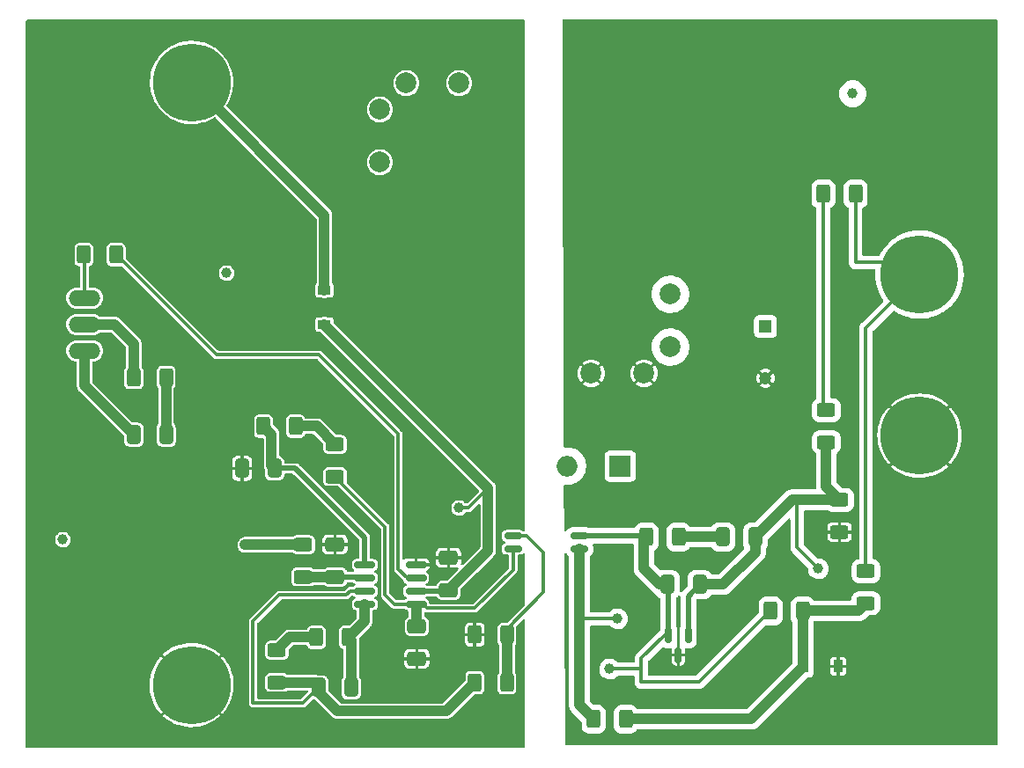
<source format=gbl>
G04 #@! TF.GenerationSoftware,KiCad,Pcbnew,(6.0.11)*
G04 #@! TF.CreationDate,2023-06-15T16:04:14+03:00*
G04 #@! TF.ProjectId,flyback_48V_48W,666c7962-6163-46b5-9f34-38565f343857,rev?*
G04 #@! TF.SameCoordinates,Original*
G04 #@! TF.FileFunction,Copper,L2,Bot*
G04 #@! TF.FilePolarity,Positive*
%FSLAX46Y46*%
G04 Gerber Fmt 4.6, Leading zero omitted, Abs format (unit mm)*
G04 Created by KiCad (PCBNEW (6.0.11)) date 2023-06-15 16:04:14*
%MOMM*%
%LPD*%
G01*
G04 APERTURE LIST*
G04 Aperture macros list*
%AMRoundRect*
0 Rectangle with rounded corners*
0 $1 Rounding radius*
0 $2 $3 $4 $5 $6 $7 $8 $9 X,Y pos of 4 corners*
0 Add a 4 corners polygon primitive as box body*
4,1,4,$2,$3,$4,$5,$6,$7,$8,$9,$2,$3,0*
0 Add four circle primitives for the rounded corners*
1,1,$1+$1,$2,$3*
1,1,$1+$1,$4,$5*
1,1,$1+$1,$6,$7*
1,1,$1+$1,$8,$9*
0 Add four rect primitives between the rounded corners*
20,1,$1+$1,$2,$3,$4,$5,0*
20,1,$1+$1,$4,$5,$6,$7,0*
20,1,$1+$1,$6,$7,$8,$9,0*
20,1,$1+$1,$8,$9,$2,$3,0*%
G04 Aperture macros list end*
G04 #@! TA.AperFunction,ComponentPad*
%ADD10R,2.000000X2.000000*%
G04 #@! TD*
G04 #@! TA.AperFunction,ComponentPad*
%ADD11O,2.000000X2.000000*%
G04 #@! TD*
G04 #@! TA.AperFunction,ConnectorPad*
%ADD12C,7.500000*%
G04 #@! TD*
G04 #@! TA.AperFunction,ComponentPad*
%ADD13C,4.700000*%
G04 #@! TD*
G04 #@! TA.AperFunction,ComponentPad*
%ADD14O,3.048000X1.524000*%
G04 #@! TD*
G04 #@! TA.AperFunction,ComponentPad*
%ADD15R,1.200000X1.200000*%
G04 #@! TD*
G04 #@! TA.AperFunction,ComponentPad*
%ADD16C,1.200000*%
G04 #@! TD*
G04 #@! TA.AperFunction,ComponentPad*
%ADD17C,2.000000*%
G04 #@! TD*
G04 #@! TA.AperFunction,ComponentPad*
%ADD18C,1.000000*%
G04 #@! TD*
G04 #@! TA.AperFunction,SMDPad,CuDef*
%ADD19RoundRect,0.250000X-0.400000X-0.625000X0.400000X-0.625000X0.400000X0.625000X-0.400000X0.625000X0*%
G04 #@! TD*
G04 #@! TA.AperFunction,SMDPad,CuDef*
%ADD20RoundRect,0.250000X0.400000X0.625000X-0.400000X0.625000X-0.400000X-0.625000X0.400000X-0.625000X0*%
G04 #@! TD*
G04 #@! TA.AperFunction,SMDPad,CuDef*
%ADD21RoundRect,0.250000X0.650000X-0.412500X0.650000X0.412500X-0.650000X0.412500X-0.650000X-0.412500X0*%
G04 #@! TD*
G04 #@! TA.AperFunction,SMDPad,CuDef*
%ADD22RoundRect,0.250000X0.625000X-0.400000X0.625000X0.400000X-0.625000X0.400000X-0.625000X-0.400000X0*%
G04 #@! TD*
G04 #@! TA.AperFunction,SMDPad,CuDef*
%ADD23RoundRect,0.150000X-0.825000X-0.150000X0.825000X-0.150000X0.825000X0.150000X-0.825000X0.150000X0*%
G04 #@! TD*
G04 #@! TA.AperFunction,SMDPad,CuDef*
%ADD24RoundRect,0.150000X-0.662500X-0.150000X0.662500X-0.150000X0.662500X0.150000X-0.662500X0.150000X0*%
G04 #@! TD*
G04 #@! TA.AperFunction,SMDPad,CuDef*
%ADD25RoundRect,0.250000X-0.650000X0.412500X-0.650000X-0.412500X0.650000X-0.412500X0.650000X0.412500X0*%
G04 #@! TD*
G04 #@! TA.AperFunction,SMDPad,CuDef*
%ADD26RoundRect,0.250000X0.412500X0.650000X-0.412500X0.650000X-0.412500X-0.650000X0.412500X-0.650000X0*%
G04 #@! TD*
G04 #@! TA.AperFunction,SMDPad,CuDef*
%ADD27RoundRect,0.250000X-0.625000X0.400000X-0.625000X-0.400000X0.625000X-0.400000X0.625000X0.400000X0*%
G04 #@! TD*
G04 #@! TA.AperFunction,SMDPad,CuDef*
%ADD28R,1.200000X0.900000*%
G04 #@! TD*
G04 #@! TA.AperFunction,SMDPad,CuDef*
%ADD29RoundRect,0.150000X-0.150000X0.587500X-0.150000X-0.587500X0.150000X-0.587500X0.150000X0.587500X0*%
G04 #@! TD*
G04 #@! TA.AperFunction,SMDPad,CuDef*
%ADD30R,0.900000X1.200000*%
G04 #@! TD*
G04 #@! TA.AperFunction,SMDPad,CuDef*
%ADD31RoundRect,0.250000X-0.412500X-0.650000X0.412500X-0.650000X0.412500X0.650000X-0.412500X0.650000X0*%
G04 #@! TD*
G04 #@! TA.AperFunction,ViaPad*
%ADD32C,0.800000*%
G04 #@! TD*
G04 #@! TA.AperFunction,Conductor*
%ADD33C,0.500000*%
G04 #@! TD*
G04 #@! TA.AperFunction,Conductor*
%ADD34C,0.300000*%
G04 #@! TD*
G04 #@! TA.AperFunction,Conductor*
%ADD35C,1.000000*%
G04 #@! TD*
G04 APERTURE END LIST*
D10*
X157226000Y-72930000D03*
D11*
X152146000Y-72930000D03*
D12*
X116000000Y-94000000D03*
D13*
X116000000Y-94000000D03*
D14*
X105725000Y-59300000D03*
X105725000Y-56760000D03*
X105725000Y-61840000D03*
D13*
X186000000Y-54500000D03*
D12*
X186000000Y-54500000D03*
D15*
X171196000Y-59476000D03*
D16*
X171196000Y-64476000D03*
D17*
X136652000Y-36068000D03*
X141732000Y-36068000D03*
X134112000Y-43688000D03*
X134112000Y-38608000D03*
X154432000Y-64008000D03*
X159512000Y-64008000D03*
X162052000Y-56388000D03*
X162052000Y-61468000D03*
D13*
X186000000Y-70000000D03*
D12*
X186000000Y-70000000D03*
D18*
X103632000Y-80010000D03*
X179578000Y-37084000D03*
X119380000Y-54356000D03*
D13*
X116000000Y-36000000D03*
D12*
X116000000Y-36000000D03*
D18*
X156972000Y-87630000D03*
D19*
X110450000Y-64400000D03*
X113550000Y-64400000D03*
D20*
X108750000Y-52578000D03*
X105650000Y-52578000D03*
D21*
X129794000Y-83604500D03*
X129794000Y-80479500D03*
D22*
X124206000Y-93752000D03*
X124206000Y-90652000D03*
D23*
X132653000Y-86233000D03*
X132653000Y-84963000D03*
X132653000Y-83693000D03*
X132653000Y-82423000D03*
X137603000Y-82423000D03*
X137603000Y-83693000D03*
X137603000Y-84963000D03*
X137603000Y-86233000D03*
D24*
X146926500Y-80899000D03*
X146926500Y-79629000D03*
X153301500Y-79629000D03*
X153301500Y-80899000D03*
D25*
X137668000Y-88353500D03*
X137668000Y-91478500D03*
D26*
X113562500Y-69900000D03*
X110437500Y-69900000D03*
X164884500Y-84328000D03*
X161759500Y-84328000D03*
X123990500Y-73152000D03*
X120865500Y-73152000D03*
D27*
X177038000Y-67538000D03*
X177038000Y-70638000D03*
X178308000Y-76174000D03*
X178308000Y-79274000D03*
D22*
X129794000Y-73940000D03*
X129794000Y-70840000D03*
D28*
X128778000Y-59308000D03*
X128778000Y-56008000D03*
D26*
X170218500Y-79756000D03*
X167093500Y-79756000D03*
D19*
X127990000Y-89408000D03*
X131090000Y-89408000D03*
D20*
X174778000Y-86868000D03*
X171678000Y-86868000D03*
X126010000Y-69088000D03*
X122910000Y-69088000D03*
D29*
X161864000Y-89232500D03*
X163764000Y-89232500D03*
X162814000Y-91107500D03*
D20*
X146330000Y-89154000D03*
X143230000Y-89154000D03*
X157760000Y-97282000D03*
X154660000Y-97282000D03*
D18*
X141732000Y-76962000D03*
X176276000Y-82804000D03*
D20*
X146330000Y-93770000D03*
X143230000Y-93770000D03*
D30*
X174880000Y-92202000D03*
X178180000Y-92202000D03*
D31*
X128231500Y-94234000D03*
X131356500Y-94234000D03*
D20*
X162840000Y-79756000D03*
X159740000Y-79756000D03*
D18*
X156210000Y-92456000D03*
D21*
X140716000Y-84874500D03*
X140716000Y-81749500D03*
D22*
X126746000Y-83592000D03*
X126746000Y-80492000D03*
D27*
X180848000Y-83032000D03*
X180848000Y-86132000D03*
D20*
X179858000Y-46736000D03*
X176758000Y-46736000D03*
D32*
X129794000Y-41148000D03*
X121158000Y-80518000D03*
D33*
X161864000Y-84432500D02*
X161759500Y-84328000D01*
X161864000Y-89232500D02*
X161864000Y-84432500D01*
D34*
X161465500Y-89232500D02*
X161864000Y-89232500D01*
X159258000Y-92456000D02*
X159258000Y-91440000D01*
X159258000Y-91440000D02*
X161465500Y-89232500D01*
D35*
X170218500Y-79756000D02*
X170218500Y-81241500D01*
X170218500Y-81241500D02*
X167132000Y-84328000D01*
X167132000Y-84328000D02*
X164884500Y-84328000D01*
X137603000Y-88288500D02*
X137668000Y-88353500D01*
X137603000Y-86614000D02*
X137603000Y-88288500D01*
D33*
X163764000Y-85448500D02*
X164884500Y-84328000D01*
X163764000Y-89232500D02*
X163764000Y-85448500D01*
D34*
X142620000Y-76962000D02*
X144526000Y-75056000D01*
X141732000Y-76962000D02*
X142620000Y-76962000D01*
D35*
X144526000Y-81064500D02*
X140716000Y-84874500D01*
X144526000Y-75056000D02*
X144526000Y-81064500D01*
X128778000Y-59308000D02*
X144526000Y-75056000D01*
X146330000Y-89154000D02*
X146330000Y-93770000D01*
X131356500Y-89674500D02*
X131090000Y-89408000D01*
X131356500Y-94234000D02*
X131356500Y-89674500D01*
X127749500Y-93752000D02*
X128231500Y-94234000D01*
X124206000Y-93752000D02*
X127749500Y-93752000D01*
X125450000Y-89408000D02*
X124206000Y-90652000D01*
X127990000Y-89408000D02*
X125450000Y-89408000D01*
X132653000Y-87845000D02*
X131090000Y-89408000D01*
X132653000Y-86233000D02*
X132653000Y-87845000D01*
D33*
X125984000Y-73152000D02*
X123990500Y-73152000D01*
X132653000Y-82423000D02*
X132653000Y-79821000D01*
X132653000Y-79821000D02*
X125984000Y-73152000D01*
D35*
X123698000Y-72859500D02*
X123990500Y-73152000D01*
X123698000Y-69876000D02*
X123698000Y-72859500D01*
X122910000Y-69088000D02*
X123698000Y-69876000D01*
X128042000Y-69088000D02*
X129794000Y-70840000D01*
X126010000Y-69088000D02*
X128042000Y-69088000D01*
X174778000Y-86868000D02*
X180112000Y-86868000D01*
X180112000Y-86868000D02*
X180848000Y-86132000D01*
D34*
X174244000Y-80772000D02*
X174244000Y-76200000D01*
X176276000Y-82804000D02*
X174244000Y-80772000D01*
D35*
X167093500Y-79756000D02*
X162840000Y-79756000D01*
D33*
X159613000Y-79629000D02*
X159740000Y-79756000D01*
X153301500Y-79629000D02*
X159613000Y-79629000D01*
D35*
X159512000Y-79984000D02*
X159740000Y-79756000D01*
X159512000Y-82804000D02*
X159512000Y-79984000D01*
X161036000Y-84328000D02*
X159512000Y-82804000D01*
X161759500Y-84328000D02*
X161036000Y-84328000D01*
X178308000Y-76174000D02*
X173800500Y-76174000D01*
X173800500Y-76174000D02*
X170218500Y-79756000D01*
X177038000Y-74904000D02*
X178308000Y-76174000D01*
X177038000Y-70638000D02*
X177038000Y-74904000D01*
X169800000Y-97282000D02*
X174752000Y-92330000D01*
X157760000Y-97282000D02*
X169800000Y-97282000D01*
X174778000Y-86868000D02*
X174778000Y-92304000D01*
X174778000Y-92304000D02*
X174752000Y-92330000D01*
D34*
X159258000Y-93726000D02*
X159258000Y-92456000D01*
X159258000Y-93726000D02*
X164820000Y-93726000D01*
X164820000Y-93726000D02*
X171678000Y-86868000D01*
X156210000Y-92456000D02*
X159258000Y-92456000D01*
X153416000Y-87630000D02*
X153301500Y-87515500D01*
X156972000Y-87630000D02*
X153416000Y-87630000D01*
D35*
X153301500Y-87515500D02*
X153301500Y-95923500D01*
X153301500Y-80899000D02*
X153301500Y-87515500D01*
X153301500Y-95923500D02*
X154660000Y-97282000D01*
X140480000Y-96520000D02*
X143230000Y-93770000D01*
X130048000Y-96520000D02*
X140480000Y-96520000D01*
X128231500Y-94703500D02*
X130048000Y-96520000D01*
X128231500Y-94234000D02*
X128231500Y-94703500D01*
X121184000Y-80492000D02*
X121158000Y-80518000D01*
X126746000Y-80492000D02*
X121184000Y-80492000D01*
X113550000Y-69887500D02*
X113562500Y-69900000D01*
X113550000Y-64400000D02*
X113550000Y-69887500D01*
X105725000Y-65187500D02*
X105725000Y-61840000D01*
X110437500Y-69900000D02*
X105725000Y-65187500D01*
X108576000Y-59300000D02*
X105725000Y-59300000D01*
X110450000Y-64400000D02*
X110450000Y-61174000D01*
X110450000Y-61174000D02*
X108576000Y-59300000D01*
D34*
X179858000Y-53340000D02*
X179858000Y-46736000D01*
X176758000Y-67258000D02*
X176758000Y-46736000D01*
X177038000Y-67538000D02*
X176758000Y-67258000D01*
D35*
X129781500Y-83592000D02*
X129794000Y-83604500D01*
X126746000Y-83592000D02*
X129781500Y-83592000D01*
X128778000Y-48778000D02*
X116000000Y-36000000D01*
X128778000Y-56008000D02*
X128778000Y-48778000D01*
D33*
X137603000Y-84963000D02*
X140627500Y-84963000D01*
X140627500Y-84963000D02*
X140716000Y-84874500D01*
D34*
X131254893Y-84963000D02*
X132653000Y-84963000D01*
X126707500Y-95758000D02*
X121920000Y-95758000D01*
X121920000Y-87884000D02*
X124460000Y-85344000D01*
X130873893Y-85344000D02*
X131254893Y-84963000D01*
X128231500Y-94234000D02*
X126707500Y-95758000D01*
X121920000Y-95758000D02*
X121920000Y-87884000D01*
X124460000Y-85344000D02*
X130873893Y-85344000D01*
D33*
X129794000Y-83604500D02*
X132564500Y-83604500D01*
X132564500Y-83604500D02*
X132653000Y-83693000D01*
D34*
X180848000Y-83032000D02*
X180848000Y-59652000D01*
X179858000Y-53340000D02*
X184840000Y-53340000D01*
X180848000Y-59652000D02*
X186000000Y-54500000D01*
X184840000Y-53340000D02*
X186000000Y-54500000D01*
X161864000Y-89232500D02*
X161759500Y-89128000D01*
X138303000Y-86233000D02*
X138684000Y-86614000D01*
D33*
X137668000Y-86298000D02*
X137603000Y-86233000D01*
D34*
X137603000Y-86233000D02*
X138303000Y-86233000D01*
X135509000Y-86233000D02*
X137603000Y-86233000D01*
X134620000Y-85344000D02*
X135509000Y-86233000D01*
X129794000Y-73940000D02*
X134620000Y-78766000D01*
X138684000Y-86614000D02*
X143256000Y-86614000D01*
X134620000Y-78766000D02*
X134620000Y-85344000D01*
X146926500Y-82943500D02*
X146926500Y-80899000D01*
X143256000Y-86614000D02*
X146926500Y-82943500D01*
X149860000Y-85090000D02*
X149860000Y-81280000D01*
X149860000Y-81280000D02*
X148209000Y-79629000D01*
X148209000Y-79629000D02*
X146926500Y-79629000D01*
X146330000Y-88620000D02*
X149860000Y-85090000D01*
X146330000Y-89154000D02*
X146330000Y-88620000D01*
X135890000Y-69850000D02*
X135890000Y-82835750D01*
X108750000Y-52578000D02*
X118402000Y-62230000D01*
X118402000Y-62230000D02*
X128270000Y-62230000D01*
X136747250Y-83693000D02*
X137603000Y-83693000D01*
X128270000Y-62230000D02*
X135890000Y-69850000D01*
X135890000Y-82835750D02*
X136747250Y-83693000D01*
X105725000Y-56760000D02*
X105725000Y-52653000D01*
X105725000Y-52653000D02*
X105650000Y-52578000D01*
G04 #@! TA.AperFunction,Conductor*
G36*
X148024121Y-29992002D02*
G01*
X148070614Y-30045658D01*
X148082000Y-30098000D01*
X148082000Y-79101418D01*
X148061998Y-79169539D01*
X148008342Y-79216032D01*
X147938068Y-79226136D01*
X147873488Y-79196642D01*
X147866905Y-79190513D01*
X147827342Y-79150950D01*
X147714304Y-79093354D01*
X147704515Y-79091804D01*
X147704513Y-79091803D01*
X147677151Y-79087470D01*
X147620519Y-79078500D01*
X146926641Y-79078500D01*
X146232482Y-79078501D01*
X146227589Y-79079276D01*
X146227588Y-79079276D01*
X146148494Y-79091802D01*
X146148492Y-79091803D01*
X146138696Y-79093354D01*
X146129859Y-79097857D01*
X146129858Y-79097857D01*
X146107105Y-79109451D01*
X146025658Y-79150950D01*
X145935950Y-79240658D01*
X145878354Y-79353696D01*
X145863500Y-79447481D01*
X145863501Y-79810518D01*
X145864276Y-79815411D01*
X145864276Y-79815412D01*
X145876275Y-79891175D01*
X145878354Y-79904304D01*
X145935950Y-80017342D01*
X146025658Y-80107050D01*
X146034491Y-80111550D01*
X146034490Y-80111550D01*
X146113353Y-80151733D01*
X146164968Y-80200481D01*
X146182034Y-80269396D01*
X146159133Y-80336598D01*
X146113353Y-80376267D01*
X146025658Y-80420950D01*
X145935950Y-80510658D01*
X145878354Y-80623696D01*
X145876804Y-80633485D01*
X145876803Y-80633487D01*
X145872470Y-80660849D01*
X145863500Y-80717481D01*
X145863501Y-81080518D01*
X145864276Y-81085411D01*
X145864276Y-81085412D01*
X145874868Y-81152290D01*
X145878354Y-81174304D01*
X145935950Y-81287342D01*
X146025658Y-81377050D01*
X146138696Y-81434646D01*
X146148485Y-81436196D01*
X146148487Y-81436197D01*
X146166969Y-81439124D01*
X146232481Y-81449500D01*
X146400000Y-81449500D01*
X146468121Y-81469502D01*
X146514614Y-81523158D01*
X146526000Y-81575500D01*
X146526000Y-82725417D01*
X146505998Y-82793538D01*
X146489095Y-82814512D01*
X143127012Y-86176595D01*
X143064700Y-86210621D01*
X143037917Y-86213500D01*
X138954499Y-86213500D01*
X138886378Y-86193498D01*
X138839885Y-86139842D01*
X138828499Y-86087500D01*
X138828499Y-86051482D01*
X138813646Y-85957696D01*
X138756050Y-85844658D01*
X138666342Y-85754950D01*
X138578647Y-85710267D01*
X138527032Y-85661519D01*
X138509966Y-85592604D01*
X138532867Y-85525402D01*
X138578647Y-85485733D01*
X138595329Y-85477233D01*
X138652532Y-85463500D01*
X139512949Y-85463500D01*
X139581070Y-85483502D01*
X139621283Y-85526646D01*
X139622474Y-85529824D01*
X139627854Y-85537003D01*
X139627856Y-85537006D01*
X139678747Y-85604909D01*
X139708454Y-85644546D01*
X139715635Y-85649928D01*
X139815994Y-85725144D01*
X139815997Y-85725146D01*
X139823176Y-85730526D01*
X139888328Y-85754950D01*
X139950025Y-85778079D01*
X139950027Y-85778079D01*
X139957420Y-85780851D01*
X139965270Y-85781704D01*
X139965271Y-85781704D01*
X140015217Y-85787130D01*
X140018623Y-85787500D01*
X140715897Y-85787500D01*
X141413376Y-85787499D01*
X141416770Y-85787130D01*
X141416776Y-85787130D01*
X141466722Y-85781705D01*
X141466726Y-85781704D01*
X141474580Y-85780851D01*
X141608824Y-85730526D01*
X141616003Y-85725146D01*
X141616006Y-85725144D01*
X141716365Y-85649928D01*
X141723546Y-85644546D01*
X141753253Y-85604909D01*
X141804144Y-85537006D01*
X141804146Y-85537003D01*
X141809526Y-85529824D01*
X141859851Y-85395580D01*
X141866500Y-85334377D01*
X141866499Y-84837558D01*
X141886501Y-84769437D01*
X141903404Y-84748463D01*
X143447459Y-83204409D01*
X145009693Y-81642175D01*
X145024106Y-81629788D01*
X145035425Y-81621458D01*
X145041324Y-81617117D01*
X145075135Y-81577319D01*
X145082065Y-81569803D01*
X145087671Y-81564197D01*
X145089934Y-81561336D01*
X145089939Y-81561331D01*
X145105117Y-81542146D01*
X145107906Y-81538745D01*
X145149891Y-81489326D01*
X145149893Y-81489324D01*
X145154632Y-81483745D01*
X145157963Y-81477222D01*
X145161256Y-81472284D01*
X145164340Y-81467290D01*
X145168881Y-81461551D01*
X145171978Y-81454924D01*
X145171982Y-81454918D01*
X145199454Y-81396137D01*
X145201385Y-81392185D01*
X145204620Y-81385851D01*
X145234219Y-81327884D01*
X145235959Y-81320773D01*
X145238020Y-81315231D01*
X145239881Y-81309638D01*
X145242980Y-81303007D01*
X145257690Y-81232286D01*
X145258660Y-81228002D01*
X145262426Y-81212612D01*
X145275815Y-81157894D01*
X145276500Y-81146852D01*
X145276532Y-81146854D01*
X145276779Y-81142741D01*
X145277128Y-81138834D01*
X145278618Y-81131669D01*
X145276546Y-81055100D01*
X145276500Y-81051692D01*
X145276500Y-75122454D01*
X145277933Y-75103504D01*
X145280048Y-75089604D01*
X145280048Y-75089600D01*
X145281148Y-75082370D01*
X145276915Y-75030325D01*
X145276500Y-75020111D01*
X145276500Y-75012178D01*
X145273246Y-74984264D01*
X145272813Y-74979889D01*
X145267554Y-74915236D01*
X145266961Y-74907941D01*
X145264706Y-74900979D01*
X145263548Y-74895184D01*
X145262191Y-74889442D01*
X145261343Y-74882172D01*
X145236694Y-74814264D01*
X145235277Y-74810136D01*
X145215283Y-74748417D01*
X145215282Y-74748415D01*
X145213027Y-74741454D01*
X145209232Y-74735200D01*
X145206769Y-74729821D01*
X145204127Y-74724545D01*
X145201631Y-74717669D01*
X145162046Y-74657291D01*
X145159705Y-74653581D01*
X145125152Y-74596639D01*
X145125147Y-74596632D01*
X145122239Y-74591840D01*
X145114915Y-74583548D01*
X145114940Y-74583526D01*
X145112194Y-74580431D01*
X145109691Y-74577437D01*
X145105677Y-74571315D01*
X145050047Y-74518616D01*
X145047606Y-74516239D01*
X129665405Y-59134038D01*
X129631379Y-59071726D01*
X129628500Y-59044943D01*
X129628500Y-58833326D01*
X129613966Y-58760260D01*
X129558601Y-58677399D01*
X129475740Y-58622034D01*
X129402674Y-58607500D01*
X129079756Y-58607500D01*
X129026408Y-58595648D01*
X129016507Y-58591021D01*
X128845169Y-58555382D01*
X128670228Y-58560116D01*
X128550803Y-58591781D01*
X128507389Y-58603292D01*
X128475097Y-58607500D01*
X128153326Y-58607500D01*
X128080260Y-58622034D01*
X127997399Y-58677399D01*
X127942034Y-58760260D01*
X127927500Y-58833326D01*
X127927500Y-59782674D01*
X127942034Y-59855740D01*
X127997399Y-59938601D01*
X128080260Y-59993966D01*
X128153326Y-60008500D01*
X128364943Y-60008500D01*
X128433064Y-60028502D01*
X128454038Y-60045405D01*
X143623025Y-75214392D01*
X143657051Y-75276704D01*
X143651986Y-75347519D01*
X143623025Y-75392582D01*
X142511242Y-76504365D01*
X142448930Y-76538391D01*
X142378115Y-76533326D01*
X142325037Y-76494724D01*
X142323884Y-76492879D01*
X142315723Y-76484661D01*
X142210205Y-76378403D01*
X142210201Y-76378400D01*
X142205242Y-76373406D01*
X142063079Y-76283187D01*
X141904462Y-76226706D01*
X141897474Y-76225873D01*
X141897471Y-76225872D01*
X141804300Y-76214762D01*
X141737273Y-76206769D01*
X141730270Y-76207505D01*
X141730269Y-76207505D01*
X141684712Y-76212293D01*
X141569821Y-76224369D01*
X141563155Y-76226638D01*
X141563152Y-76226639D01*
X141417098Y-76276360D01*
X141417095Y-76276361D01*
X141410431Y-76278630D01*
X141404436Y-76282318D01*
X141404432Y-76282320D01*
X141273021Y-76363165D01*
X141273019Y-76363167D01*
X141267022Y-76366856D01*
X141146724Y-76484661D01*
X141055515Y-76626190D01*
X140997927Y-76784409D01*
X140976825Y-76951455D01*
X140993255Y-77119025D01*
X141046402Y-77278791D01*
X141050049Y-77284813D01*
X141050050Y-77284815D01*
X141103519Y-77373102D01*
X141133624Y-77422812D01*
X141138513Y-77427875D01*
X141138514Y-77427876D01*
X141209825Y-77501720D01*
X141250586Y-77543929D01*
X141256483Y-77547788D01*
X141385577Y-77632266D01*
X141385581Y-77632268D01*
X141391475Y-77636125D01*
X141549289Y-77694815D01*
X141556270Y-77695746D01*
X141556272Y-77695747D01*
X141601812Y-77701823D01*
X141716183Y-77717083D01*
X141723194Y-77716445D01*
X141723198Y-77716445D01*
X141876843Y-77702462D01*
X141883864Y-77701823D01*
X141890566Y-77699645D01*
X141890568Y-77699645D01*
X142037298Y-77651970D01*
X142037301Y-77651969D01*
X142043997Y-77649793D01*
X142188623Y-77563578D01*
X142193717Y-77558727D01*
X142193721Y-77558724D01*
X142305454Y-77452322D01*
X142305455Y-77452320D01*
X142310554Y-77447465D01*
X142314453Y-77441597D01*
X142314456Y-77441593D01*
X142329619Y-77418772D01*
X142383977Y-77373102D01*
X142434566Y-77362500D01*
X142683433Y-77362500D01*
X142692864Y-77359436D01*
X142692868Y-77359435D01*
X142704353Y-77355703D01*
X142723578Y-77351087D01*
X142735512Y-77349197D01*
X142735513Y-77349197D01*
X142745304Y-77347646D01*
X142754137Y-77343145D01*
X142754141Y-77343144D01*
X142764906Y-77337659D01*
X142783166Y-77330095D01*
X142804090Y-77323296D01*
X142821893Y-77310361D01*
X142838745Y-77300035D01*
X142849502Y-77294554D01*
X142858342Y-77290050D01*
X142880905Y-77267487D01*
X142880909Y-77267484D01*
X143560405Y-76587988D01*
X143622717Y-76553962D01*
X143693532Y-76559027D01*
X143750368Y-76601574D01*
X143775179Y-76668094D01*
X143775500Y-76677083D01*
X143775500Y-80701442D01*
X143755498Y-80769563D01*
X143738595Y-80790537D01*
X142115534Y-82413598D01*
X142053222Y-82447624D01*
X141982407Y-82442559D01*
X141925571Y-82400012D01*
X141900760Y-82333492D01*
X141904316Y-82293488D01*
X141906118Y-82286391D01*
X141915544Y-82208498D01*
X141916000Y-82200943D01*
X141916000Y-81917615D01*
X141911525Y-81902376D01*
X141910135Y-81901171D01*
X141902452Y-81899500D01*
X140884115Y-81899500D01*
X140868876Y-81903975D01*
X140867671Y-81905365D01*
X140866000Y-81913048D01*
X140866000Y-82693885D01*
X140870475Y-82709124D01*
X140871865Y-82710329D01*
X140879548Y-82712000D01*
X141404943Y-82712000D01*
X141412498Y-82711544D01*
X141490391Y-82702118D01*
X141497488Y-82700316D01*
X141568436Y-82702934D01*
X141626706Y-82743495D01*
X141653797Y-82809119D01*
X141641108Y-82878973D01*
X141617598Y-82911534D01*
X140604537Y-83924596D01*
X140542225Y-83958621D01*
X140515442Y-83961501D01*
X140018624Y-83961501D01*
X140015230Y-83961870D01*
X140015224Y-83961870D01*
X139965278Y-83967295D01*
X139965274Y-83967296D01*
X139957420Y-83968149D01*
X139823176Y-84018474D01*
X139815997Y-84023854D01*
X139815994Y-84023856D01*
X139739292Y-84081342D01*
X139708454Y-84104454D01*
X139703072Y-84111635D01*
X139627856Y-84211994D01*
X139627854Y-84211997D01*
X139622474Y-84219176D01*
X139572149Y-84353420D01*
X139571295Y-84361278D01*
X139570257Y-84365645D01*
X139535040Y-84427292D01*
X139472085Y-84460113D01*
X139447674Y-84462500D01*
X138652532Y-84462500D01*
X138595329Y-84448767D01*
X138578647Y-84440267D01*
X138527032Y-84391518D01*
X138509966Y-84322603D01*
X138532867Y-84255402D01*
X138578647Y-84215733D01*
X138657510Y-84175550D01*
X138657509Y-84175550D01*
X138666342Y-84171050D01*
X138756050Y-84081342D01*
X138813646Y-83968304D01*
X138828500Y-83874519D01*
X138828499Y-83511482D01*
X138813646Y-83417696D01*
X138756050Y-83304658D01*
X138666342Y-83214950D01*
X138657508Y-83210449D01*
X138657507Y-83210448D01*
X138637234Y-83200118D01*
X138585619Y-83151370D01*
X138568554Y-83082455D01*
X138591455Y-83015254D01*
X138635480Y-82976497D01*
X138648523Y-82969591D01*
X138742221Y-82900384D01*
X138755384Y-82887221D01*
X138824594Y-82793520D01*
X138833306Y-82777064D01*
X138872477Y-82665521D01*
X138875745Y-82650627D01*
X138877721Y-82629719D01*
X138878000Y-82623808D01*
X138878000Y-82591115D01*
X138873525Y-82575876D01*
X138872135Y-82574671D01*
X138864452Y-82573000D01*
X137579000Y-82573000D01*
X137510879Y-82552998D01*
X137464386Y-82499342D01*
X137453000Y-82447000D01*
X137453000Y-82254885D01*
X137753000Y-82254885D01*
X137757475Y-82270124D01*
X137758865Y-82271329D01*
X137766548Y-82273000D01*
X138859884Y-82273000D01*
X138875123Y-82268525D01*
X138876328Y-82267135D01*
X138877999Y-82259452D01*
X138877999Y-82222196D01*
X138877720Y-82216275D01*
X138876271Y-82200943D01*
X139516000Y-82200943D01*
X139516456Y-82208498D01*
X139525881Y-82286388D01*
X139529834Y-82301953D01*
X139579165Y-82426549D01*
X139587522Y-82441380D01*
X139668243Y-82547725D01*
X139680275Y-82559757D01*
X139786620Y-82640478D01*
X139801451Y-82648835D01*
X139926047Y-82698166D01*
X139941612Y-82702119D01*
X140019502Y-82711544D01*
X140027057Y-82712000D01*
X140547885Y-82712000D01*
X140563124Y-82707525D01*
X140564329Y-82706135D01*
X140566000Y-82698452D01*
X140566000Y-81917615D01*
X140561525Y-81902376D01*
X140560135Y-81901171D01*
X140552452Y-81899500D01*
X139534115Y-81899500D01*
X139518876Y-81903975D01*
X139517671Y-81905365D01*
X139516000Y-81913048D01*
X139516000Y-82200943D01*
X138876271Y-82200943D01*
X138875744Y-82195369D01*
X138872479Y-82180484D01*
X138833306Y-82068936D01*
X138824594Y-82052480D01*
X138755384Y-81958779D01*
X138742221Y-81945616D01*
X138648520Y-81876406D01*
X138632064Y-81867694D01*
X138520521Y-81828523D01*
X138505627Y-81825255D01*
X138484719Y-81823279D01*
X138478808Y-81823000D01*
X137771115Y-81823000D01*
X137755876Y-81827475D01*
X137754671Y-81828865D01*
X137753000Y-81836548D01*
X137753000Y-82254885D01*
X137453000Y-82254885D01*
X137453000Y-81841116D01*
X137448525Y-81825877D01*
X137447135Y-81824672D01*
X137439452Y-81823001D01*
X136727196Y-81823001D01*
X136721275Y-81823280D01*
X136700369Y-81825256D01*
X136685484Y-81828521D01*
X136573936Y-81867694D01*
X136557480Y-81876406D01*
X136491360Y-81925244D01*
X136424682Y-81949627D01*
X136355406Y-81934091D01*
X136305527Y-81883567D01*
X136290500Y-81823893D01*
X136290500Y-81581385D01*
X139516000Y-81581385D01*
X139520475Y-81596624D01*
X139521865Y-81597829D01*
X139529548Y-81599500D01*
X140547885Y-81599500D01*
X140563124Y-81595025D01*
X140564329Y-81593635D01*
X140566000Y-81585952D01*
X140566000Y-81581385D01*
X140866000Y-81581385D01*
X140870475Y-81596624D01*
X140871865Y-81597829D01*
X140879548Y-81599500D01*
X141897885Y-81599500D01*
X141913124Y-81595025D01*
X141914329Y-81593635D01*
X141916000Y-81585952D01*
X141916000Y-81298057D01*
X141915544Y-81290502D01*
X141906119Y-81212612D01*
X141902166Y-81197047D01*
X141852835Y-81072451D01*
X141844478Y-81057620D01*
X141763757Y-80951275D01*
X141751725Y-80939243D01*
X141645380Y-80858522D01*
X141630549Y-80850165D01*
X141505953Y-80800834D01*
X141490388Y-80796881D01*
X141412498Y-80787456D01*
X141404943Y-80787000D01*
X140884115Y-80787000D01*
X140868876Y-80791475D01*
X140867671Y-80792865D01*
X140866000Y-80800548D01*
X140866000Y-81581385D01*
X140566000Y-81581385D01*
X140566000Y-80805115D01*
X140561525Y-80789876D01*
X140560135Y-80788671D01*
X140552452Y-80787000D01*
X140027057Y-80787000D01*
X140019502Y-80787456D01*
X139941612Y-80796881D01*
X139926047Y-80800834D01*
X139801451Y-80850165D01*
X139786620Y-80858522D01*
X139680275Y-80939243D01*
X139668243Y-80951275D01*
X139587522Y-81057620D01*
X139579165Y-81072451D01*
X139529834Y-81197047D01*
X139525881Y-81212612D01*
X139516456Y-81290502D01*
X139516000Y-81298057D01*
X139516000Y-81581385D01*
X136290500Y-81581385D01*
X136290500Y-69818481D01*
X136290499Y-69818475D01*
X136290499Y-69786567D01*
X136287436Y-69777140D01*
X136287435Y-69777133D01*
X136283703Y-69765647D01*
X136279089Y-69746427D01*
X136277199Y-69734493D01*
X136277197Y-69734485D01*
X136275646Y-69724696D01*
X136271146Y-69715865D01*
X136271145Y-69715861D01*
X136265658Y-69705093D01*
X136258094Y-69686832D01*
X136251296Y-69665910D01*
X136238368Y-69648116D01*
X136228038Y-69631259D01*
X136222552Y-69620493D01*
X136222551Y-69620492D01*
X136218050Y-69611658D01*
X136128342Y-69521950D01*
X128530909Y-61924516D01*
X128530905Y-61924513D01*
X128508342Y-61901950D01*
X128488746Y-61891965D01*
X128471893Y-61881639D01*
X128454090Y-61868704D01*
X128433166Y-61861905D01*
X128414906Y-61854341D01*
X128404141Y-61848856D01*
X128404137Y-61848855D01*
X128395304Y-61844354D01*
X128385513Y-61842803D01*
X128385512Y-61842803D01*
X128373578Y-61840913D01*
X128354353Y-61836297D01*
X128342868Y-61832565D01*
X128342864Y-61832564D01*
X128333433Y-61829500D01*
X118620082Y-61829500D01*
X118551961Y-61809498D01*
X118530987Y-61792595D01*
X111083848Y-54345455D01*
X118624825Y-54345455D01*
X118625512Y-54352462D01*
X118625512Y-54352465D01*
X118628311Y-54381010D01*
X118641255Y-54513025D01*
X118694402Y-54672791D01*
X118781624Y-54816812D01*
X118786513Y-54821875D01*
X118786514Y-54821876D01*
X118857825Y-54895720D01*
X118898586Y-54937929D01*
X118904483Y-54941788D01*
X119033577Y-55026266D01*
X119033581Y-55026268D01*
X119039475Y-55030125D01*
X119197289Y-55088815D01*
X119204270Y-55089746D01*
X119204272Y-55089747D01*
X119249812Y-55095823D01*
X119364183Y-55111083D01*
X119371194Y-55110445D01*
X119371198Y-55110445D01*
X119524843Y-55096462D01*
X119531864Y-55095823D01*
X119538566Y-55093645D01*
X119538568Y-55093645D01*
X119685298Y-55045970D01*
X119685301Y-55045969D01*
X119691997Y-55043793D01*
X119836623Y-54957578D01*
X119841717Y-54952727D01*
X119841721Y-54952724D01*
X119953454Y-54846322D01*
X119953455Y-54846320D01*
X119958554Y-54841465D01*
X119974934Y-54816812D01*
X120047836Y-54707085D01*
X120051731Y-54701223D01*
X120111521Y-54543823D01*
X120134955Y-54377088D01*
X120135249Y-54356000D01*
X120116481Y-54188676D01*
X120061108Y-54029668D01*
X119971884Y-53886879D01*
X119963723Y-53878661D01*
X119858205Y-53772403D01*
X119858201Y-53772400D01*
X119853242Y-53767406D01*
X119711079Y-53677187D01*
X119552462Y-53620706D01*
X119545474Y-53619873D01*
X119545471Y-53619872D01*
X119452300Y-53608762D01*
X119385273Y-53600769D01*
X119378270Y-53601505D01*
X119378269Y-53601505D01*
X119332712Y-53606293D01*
X119217821Y-53618369D01*
X119211155Y-53620638D01*
X119211152Y-53620639D01*
X119065098Y-53670360D01*
X119065095Y-53670361D01*
X119058431Y-53672630D01*
X119052436Y-53676318D01*
X119052432Y-53676320D01*
X118921021Y-53757165D01*
X118921019Y-53757167D01*
X118915022Y-53760856D01*
X118794724Y-53878661D01*
X118703515Y-54020190D01*
X118645927Y-54178409D01*
X118624825Y-54345455D01*
X111083848Y-54345455D01*
X109687405Y-52949012D01*
X109653379Y-52886700D01*
X109650500Y-52859917D01*
X109650499Y-51909042D01*
X109650499Y-51905624D01*
X109643851Y-51844420D01*
X109593526Y-51710176D01*
X109588146Y-51702997D01*
X109588144Y-51702994D01*
X109512928Y-51602635D01*
X109507546Y-51595454D01*
X109500365Y-51590072D01*
X109400006Y-51514856D01*
X109400003Y-51514854D01*
X109392824Y-51509474D01*
X109303439Y-51475966D01*
X109265975Y-51461921D01*
X109265973Y-51461921D01*
X109258580Y-51459149D01*
X109250730Y-51458296D01*
X109250729Y-51458296D01*
X109200774Y-51452869D01*
X109200773Y-51452869D01*
X109197377Y-51452500D01*
X108750066Y-51452500D01*
X108302624Y-51452501D01*
X108299230Y-51452870D01*
X108299224Y-51452870D01*
X108249278Y-51458295D01*
X108249274Y-51458296D01*
X108241420Y-51459149D01*
X108107176Y-51509474D01*
X108099997Y-51514854D01*
X108099994Y-51514856D01*
X107999635Y-51590072D01*
X107992454Y-51595454D01*
X107987072Y-51602635D01*
X107911856Y-51702994D01*
X107911854Y-51702997D01*
X107906474Y-51710176D01*
X107856149Y-51844420D01*
X107849500Y-51905623D01*
X107849501Y-53250376D01*
X107856149Y-53311580D01*
X107906474Y-53445824D01*
X107911854Y-53453003D01*
X107911856Y-53453006D01*
X107987072Y-53553365D01*
X107992454Y-53560546D01*
X107999635Y-53565928D01*
X108099994Y-53641144D01*
X108099997Y-53641146D01*
X108107176Y-53646526D01*
X108192729Y-53678598D01*
X108234025Y-53694079D01*
X108234027Y-53694079D01*
X108241420Y-53696851D01*
X108249270Y-53697704D01*
X108249271Y-53697704D01*
X108299217Y-53703130D01*
X108302623Y-53703500D01*
X108749934Y-53703500D01*
X109197376Y-53703499D01*
X109200767Y-53703131D01*
X109200779Y-53703130D01*
X109238146Y-53699071D01*
X109308028Y-53711600D01*
X109340846Y-53735239D01*
X118073950Y-62468342D01*
X118163658Y-62558050D01*
X118172492Y-62562551D01*
X118172493Y-62562552D01*
X118183259Y-62568038D01*
X118200116Y-62578368D01*
X118217910Y-62591296D01*
X118238832Y-62598094D01*
X118257093Y-62605658D01*
X118267861Y-62611145D01*
X118267865Y-62611146D01*
X118276696Y-62615646D01*
X118286485Y-62617197D01*
X118286493Y-62617199D01*
X118298427Y-62619089D01*
X118317647Y-62623703D01*
X118329133Y-62627435D01*
X118329140Y-62627436D01*
X118338567Y-62630499D01*
X118370477Y-62630499D01*
X118370481Y-62630500D01*
X128051917Y-62630500D01*
X128120038Y-62650502D01*
X128141012Y-62667405D01*
X135452595Y-69978987D01*
X135486621Y-70041299D01*
X135489500Y-70068082D01*
X135489500Y-82899183D01*
X135492564Y-82908614D01*
X135492565Y-82908618D01*
X135496297Y-82920103D01*
X135500913Y-82939328D01*
X135501928Y-82945733D01*
X135504354Y-82961054D01*
X135508855Y-82969887D01*
X135508856Y-82969891D01*
X135514341Y-82980656D01*
X135521905Y-82998916D01*
X135528704Y-83019840D01*
X135541639Y-83037643D01*
X135551965Y-83054495D01*
X135561950Y-83074092D01*
X135584513Y-83096655D01*
X135584516Y-83096659D01*
X136351397Y-83863540D01*
X136385423Y-83925852D01*
X136386751Y-83932926D01*
X136392354Y-83968304D01*
X136449950Y-84081342D01*
X136539658Y-84171050D01*
X136548491Y-84175550D01*
X136548490Y-84175550D01*
X136627353Y-84215733D01*
X136678968Y-84264481D01*
X136696034Y-84333396D01*
X136673133Y-84400598D01*
X136627353Y-84440267D01*
X136539658Y-84484950D01*
X136449950Y-84574658D01*
X136392354Y-84687696D01*
X136377500Y-84781481D01*
X136377501Y-85144518D01*
X136378276Y-85149409D01*
X136378276Y-85149412D01*
X136382821Y-85178107D01*
X136392354Y-85238304D01*
X136449950Y-85351342D01*
X136539658Y-85441050D01*
X136610671Y-85477233D01*
X136627353Y-85485733D01*
X136678968Y-85534481D01*
X136696034Y-85603396D01*
X136673133Y-85670598D01*
X136627353Y-85710267D01*
X136539658Y-85754950D01*
X136499013Y-85795595D01*
X136436701Y-85829621D01*
X136409918Y-85832500D01*
X135727083Y-85832500D01*
X135658962Y-85812498D01*
X135637988Y-85795595D01*
X135057405Y-85215012D01*
X135023379Y-85152700D01*
X135020500Y-85125917D01*
X135020500Y-78702567D01*
X135017436Y-78693136D01*
X135017435Y-78693132D01*
X135013703Y-78681647D01*
X135009087Y-78662422D01*
X135007197Y-78650488D01*
X135007197Y-78650487D01*
X135005646Y-78640696D01*
X135001145Y-78631863D01*
X135001144Y-78631859D01*
X134995658Y-78621092D01*
X134988092Y-78602828D01*
X134984360Y-78591342D01*
X134981296Y-78581911D01*
X134968365Y-78564113D01*
X134958037Y-78547258D01*
X134952555Y-78536499D01*
X134952554Y-78536497D01*
X134948050Y-78527658D01*
X134925487Y-78505095D01*
X134925484Y-78505091D01*
X130951239Y-74530846D01*
X130917213Y-74468534D01*
X130915071Y-74428142D01*
X130919131Y-74390776D01*
X130919500Y-74387377D01*
X130919499Y-73492624D01*
X130912851Y-73431420D01*
X130862526Y-73297176D01*
X130857146Y-73289997D01*
X130857144Y-73289994D01*
X130781928Y-73189635D01*
X130776546Y-73182454D01*
X130756037Y-73167083D01*
X130669006Y-73101856D01*
X130669003Y-73101854D01*
X130661824Y-73096474D01*
X130572439Y-73062966D01*
X130534975Y-73048921D01*
X130534973Y-73048921D01*
X130527580Y-73046149D01*
X130519730Y-73045296D01*
X130519729Y-73045296D01*
X130469774Y-73039869D01*
X130469773Y-73039869D01*
X130466377Y-73039500D01*
X129794099Y-73039500D01*
X129121624Y-73039501D01*
X129118230Y-73039870D01*
X129118224Y-73039870D01*
X129068278Y-73045295D01*
X129068274Y-73045296D01*
X129060420Y-73046149D01*
X128926176Y-73096474D01*
X128918997Y-73101854D01*
X128918994Y-73101856D01*
X128831963Y-73167083D01*
X128811454Y-73182454D01*
X128806072Y-73189635D01*
X128730856Y-73289994D01*
X128730854Y-73289997D01*
X128725474Y-73297176D01*
X128675149Y-73431420D01*
X128668500Y-73492623D01*
X128668501Y-74387376D01*
X128675149Y-74448580D01*
X128725474Y-74582824D01*
X128730854Y-74590003D01*
X128730856Y-74590006D01*
X128778504Y-74653581D01*
X128811454Y-74697546D01*
X128818635Y-74702928D01*
X128918994Y-74778144D01*
X128918997Y-74778146D01*
X128926176Y-74783526D01*
X129008259Y-74814297D01*
X129053025Y-74831079D01*
X129053027Y-74831079D01*
X129060420Y-74833851D01*
X129068270Y-74834704D01*
X129068271Y-74834704D01*
X129118226Y-74840131D01*
X129121623Y-74840500D01*
X129183470Y-74840500D01*
X130075916Y-74840499D01*
X130144037Y-74860501D01*
X130165011Y-74877404D01*
X134182595Y-78894988D01*
X134216621Y-78957300D01*
X134219500Y-78984083D01*
X134219500Y-85407433D01*
X134222564Y-85416864D01*
X134222565Y-85416868D01*
X134226297Y-85428353D01*
X134230913Y-85447578D01*
X134234354Y-85469304D01*
X134238855Y-85478137D01*
X134238856Y-85478141D01*
X134244341Y-85488906D01*
X134251905Y-85507166D01*
X134258704Y-85528090D01*
X134271639Y-85545893D01*
X134281965Y-85562745D01*
X134291950Y-85582342D01*
X134314513Y-85604905D01*
X134314516Y-85604909D01*
X135248091Y-86538484D01*
X135248095Y-86538487D01*
X135270658Y-86561050D01*
X135279497Y-86565554D01*
X135279499Y-86565555D01*
X135290258Y-86571037D01*
X135307114Y-86581365D01*
X135324911Y-86594296D01*
X135345832Y-86601094D01*
X135364092Y-86608658D01*
X135374859Y-86614144D01*
X135374863Y-86614145D01*
X135383696Y-86618646D01*
X135393487Y-86620197D01*
X135393488Y-86620197D01*
X135405422Y-86622087D01*
X135424647Y-86626703D01*
X135436132Y-86630435D01*
X135436136Y-86630436D01*
X135445567Y-86633500D01*
X136409918Y-86633500D01*
X136478039Y-86653502D01*
X136499013Y-86670405D01*
X136539658Y-86711050D01*
X136652696Y-86768646D01*
X136662487Y-86770197D01*
X136662488Y-86770197D01*
X136711161Y-86777906D01*
X136746204Y-86783456D01*
X136746210Y-86783457D01*
X136810363Y-86813869D01*
X136847891Y-86874137D01*
X136852500Y-86907906D01*
X136852500Y-87381927D01*
X136832498Y-87450048D01*
X136787007Y-87492448D01*
X136783584Y-87494322D01*
X136775176Y-87497474D01*
X136767993Y-87502858D01*
X136767992Y-87502858D01*
X136667635Y-87578072D01*
X136660454Y-87583454D01*
X136655072Y-87590635D01*
X136579856Y-87690994D01*
X136579854Y-87690997D01*
X136574474Y-87698176D01*
X136524149Y-87832420D01*
X136517500Y-87893623D01*
X136517501Y-88813376D01*
X136517870Y-88816770D01*
X136517870Y-88816776D01*
X136519702Y-88833636D01*
X136524149Y-88874580D01*
X136574474Y-89008824D01*
X136579854Y-89016003D01*
X136579856Y-89016006D01*
X136655072Y-89116365D01*
X136660454Y-89123546D01*
X136667635Y-89128928D01*
X136767994Y-89204144D01*
X136767997Y-89204146D01*
X136775176Y-89209526D01*
X136864561Y-89243034D01*
X136902025Y-89257079D01*
X136902027Y-89257079D01*
X136909420Y-89259851D01*
X136917270Y-89260704D01*
X136917271Y-89260704D01*
X136967217Y-89266130D01*
X136970623Y-89266500D01*
X137667897Y-89266500D01*
X138365376Y-89266499D01*
X138368770Y-89266130D01*
X138368776Y-89266130D01*
X138418722Y-89260705D01*
X138418726Y-89260704D01*
X138426580Y-89259851D01*
X138560824Y-89209526D01*
X138568003Y-89204146D01*
X138568006Y-89204144D01*
X138668365Y-89128928D01*
X138675546Y-89123546D01*
X138680928Y-89116365D01*
X138756144Y-89016006D01*
X138756146Y-89016003D01*
X138761526Y-89008824D01*
X138770125Y-88985885D01*
X142280000Y-88985885D01*
X142284475Y-89001124D01*
X142285865Y-89002329D01*
X142293548Y-89004000D01*
X143061885Y-89004000D01*
X143077124Y-88999525D01*
X143078329Y-88998135D01*
X143080000Y-88990452D01*
X143080000Y-88985885D01*
X143380000Y-88985885D01*
X143384475Y-89001124D01*
X143385865Y-89002329D01*
X143393548Y-89004000D01*
X144161885Y-89004000D01*
X144177124Y-88999525D01*
X144178329Y-88998135D01*
X144180000Y-88990452D01*
X144180000Y-88490057D01*
X144179544Y-88482502D01*
X144170119Y-88404612D01*
X144166166Y-88389047D01*
X144116835Y-88264451D01*
X144108478Y-88249620D01*
X144027757Y-88143275D01*
X144015725Y-88131243D01*
X143909380Y-88050522D01*
X143894549Y-88042165D01*
X143769953Y-87992834D01*
X143754388Y-87988881D01*
X143676498Y-87979456D01*
X143668943Y-87979000D01*
X143398115Y-87979000D01*
X143382876Y-87983475D01*
X143381671Y-87984865D01*
X143380000Y-87992548D01*
X143380000Y-88985885D01*
X143080000Y-88985885D01*
X143080000Y-87997115D01*
X143075525Y-87981876D01*
X143074135Y-87980671D01*
X143066452Y-87979000D01*
X142791057Y-87979000D01*
X142783502Y-87979456D01*
X142705612Y-87988881D01*
X142690047Y-87992834D01*
X142565451Y-88042165D01*
X142550620Y-88050522D01*
X142444275Y-88131243D01*
X142432243Y-88143275D01*
X142351522Y-88249620D01*
X142343165Y-88264451D01*
X142293834Y-88389047D01*
X142289881Y-88404612D01*
X142280456Y-88482502D01*
X142280000Y-88490057D01*
X142280000Y-88985885D01*
X138770125Y-88985885D01*
X138811851Y-88874580D01*
X138818500Y-88813377D01*
X138818499Y-87893624D01*
X138811851Y-87832420D01*
X138761526Y-87698176D01*
X138756146Y-87690997D01*
X138756144Y-87690994D01*
X138680928Y-87590635D01*
X138675546Y-87583454D01*
X138668365Y-87578072D01*
X138568006Y-87502856D01*
X138568003Y-87502854D01*
X138560824Y-87497474D01*
X138435271Y-87450407D01*
X138378506Y-87407766D01*
X138353806Y-87341205D01*
X138353500Y-87332425D01*
X138353500Y-87101148D01*
X138373502Y-87033027D01*
X138427158Y-86986534D01*
X138497432Y-86976430D01*
X138518415Y-86981308D01*
X138520829Y-86982093D01*
X138539093Y-86989658D01*
X138549861Y-86995145D01*
X138549865Y-86995146D01*
X138558696Y-86999646D01*
X138568485Y-87001197D01*
X138568493Y-87001199D01*
X138580427Y-87003089D01*
X138599647Y-87007703D01*
X138611133Y-87011435D01*
X138611140Y-87011436D01*
X138620567Y-87014499D01*
X138652477Y-87014499D01*
X138652481Y-87014500D01*
X143319433Y-87014500D01*
X143328864Y-87011436D01*
X143328868Y-87011435D01*
X143340353Y-87007703D01*
X143359578Y-87003087D01*
X143371512Y-87001197D01*
X143371513Y-87001197D01*
X143381304Y-86999646D01*
X143390137Y-86995145D01*
X143390141Y-86995144D01*
X143400906Y-86989659D01*
X143419166Y-86982095D01*
X143440090Y-86975296D01*
X143457893Y-86962361D01*
X143474745Y-86952035D01*
X143485502Y-86946554D01*
X143494342Y-86942050D01*
X143516905Y-86919487D01*
X143516909Y-86919484D01*
X147231984Y-83204409D01*
X147231987Y-83204405D01*
X147254550Y-83181842D01*
X147264535Y-83162245D01*
X147274861Y-83145393D01*
X147287796Y-83127590D01*
X147294595Y-83106666D01*
X147302159Y-83088406D01*
X147307644Y-83077641D01*
X147307645Y-83077637D01*
X147312146Y-83068804D01*
X147315587Y-83047078D01*
X147320203Y-83027853D01*
X147323935Y-83016368D01*
X147323936Y-83016364D01*
X147327000Y-83006933D01*
X147327000Y-81575499D01*
X147347002Y-81507378D01*
X147400658Y-81460885D01*
X147453000Y-81449499D01*
X147620518Y-81449499D01*
X147625412Y-81448724D01*
X147704506Y-81436198D01*
X147704508Y-81436197D01*
X147714304Y-81434646D01*
X147726461Y-81428452D01*
X147747772Y-81417593D01*
X147827342Y-81377050D01*
X147866905Y-81337487D01*
X147929217Y-81303461D01*
X148000032Y-81308526D01*
X148056868Y-81351073D01*
X148081679Y-81417593D01*
X148082000Y-81426582D01*
X148082000Y-86249417D01*
X148061998Y-86317538D01*
X148045095Y-86338512D01*
X146392012Y-87991595D01*
X146329700Y-88025621D01*
X146302917Y-88028500D01*
X145911666Y-88028501D01*
X145882624Y-88028501D01*
X145879230Y-88028870D01*
X145879224Y-88028870D01*
X145829278Y-88034295D01*
X145829274Y-88034296D01*
X145821420Y-88035149D01*
X145687176Y-88085474D01*
X145679997Y-88090854D01*
X145679994Y-88090856D01*
X145656607Y-88108384D01*
X145572454Y-88171454D01*
X145567072Y-88178635D01*
X145491856Y-88278994D01*
X145491854Y-88278997D01*
X145486474Y-88286176D01*
X145436149Y-88420420D01*
X145435296Y-88428270D01*
X145435296Y-88428271D01*
X145434822Y-88432635D01*
X145429500Y-88481623D01*
X145429501Y-89826376D01*
X145436149Y-89887580D01*
X145486474Y-90021824D01*
X145491854Y-90029003D01*
X145491856Y-90029006D01*
X145554326Y-90112358D01*
X145579174Y-90178864D01*
X145579500Y-90187923D01*
X145579500Y-92736077D01*
X145559498Y-92804198D01*
X145554326Y-92811642D01*
X145491856Y-92894994D01*
X145491854Y-92894997D01*
X145486474Y-92902176D01*
X145436149Y-93036420D01*
X145435296Y-93044270D01*
X145435296Y-93044271D01*
X145431034Y-93083500D01*
X145429500Y-93097623D01*
X145429501Y-94442376D01*
X145436149Y-94503580D01*
X145486474Y-94637824D01*
X145491854Y-94645003D01*
X145491856Y-94645006D01*
X145546260Y-94717596D01*
X145572454Y-94752546D01*
X145579635Y-94757928D01*
X145679994Y-94833144D01*
X145679997Y-94833146D01*
X145687176Y-94838526D01*
X145776561Y-94872034D01*
X145814025Y-94886079D01*
X145814027Y-94886079D01*
X145821420Y-94888851D01*
X145829270Y-94889704D01*
X145829271Y-94889704D01*
X145879217Y-94895130D01*
X145882623Y-94895500D01*
X146329934Y-94895500D01*
X146777376Y-94895499D01*
X146780770Y-94895130D01*
X146780776Y-94895130D01*
X146830722Y-94889705D01*
X146830726Y-94889704D01*
X146838580Y-94888851D01*
X146972824Y-94838526D01*
X146980003Y-94833146D01*
X146980006Y-94833144D01*
X147080365Y-94757928D01*
X147087546Y-94752546D01*
X147113740Y-94717596D01*
X147168144Y-94645006D01*
X147168146Y-94645003D01*
X147173526Y-94637824D01*
X147207034Y-94548439D01*
X147221079Y-94510975D01*
X147221079Y-94510973D01*
X147223851Y-94503580D01*
X147230500Y-94442377D01*
X147230499Y-93097624D01*
X147229687Y-93090149D01*
X147224705Y-93044278D01*
X147224704Y-93044274D01*
X147223851Y-93036420D01*
X147173526Y-92902176D01*
X147168146Y-92894997D01*
X147168144Y-92894994D01*
X147105674Y-92811642D01*
X147080826Y-92745136D01*
X147080500Y-92736077D01*
X147080500Y-90187923D01*
X147100502Y-90119802D01*
X147105674Y-90112358D01*
X147168144Y-90029006D01*
X147168146Y-90029003D01*
X147173526Y-90021824D01*
X147223851Y-89887580D01*
X147230500Y-89826377D01*
X147230499Y-88481624D01*
X147223851Y-88420420D01*
X147217925Y-88404612D01*
X147217459Y-88403368D01*
X147212277Y-88332561D01*
X147246347Y-88270046D01*
X147866905Y-87649488D01*
X147929217Y-87615462D01*
X148000032Y-87620527D01*
X148056868Y-87663074D01*
X148081679Y-87729594D01*
X148082000Y-87738583D01*
X148082000Y-99950000D01*
X148061998Y-100018121D01*
X148008342Y-100064614D01*
X147956000Y-100076000D01*
X100202000Y-100076000D01*
X100133879Y-100055998D01*
X100087386Y-100002342D01*
X100076000Y-99950000D01*
X100076000Y-96969091D01*
X113249371Y-96969091D01*
X113249426Y-96969871D01*
X113254778Y-96977918D01*
X113369695Y-97085832D01*
X113374404Y-97089840D01*
X113683380Y-97327784D01*
X113688433Y-97331296D01*
X114019180Y-97537969D01*
X114024537Y-97540963D01*
X114373874Y-97714376D01*
X114379514Y-97716840D01*
X114744082Y-97855326D01*
X114749954Y-97857234D01*
X115126314Y-97959489D01*
X115132291Y-97960803D01*
X115516864Y-98025849D01*
X115522950Y-98026574D01*
X115912015Y-98053781D01*
X115918151Y-98053909D01*
X116308013Y-98043019D01*
X116314144Y-98042547D01*
X116701057Y-97993668D01*
X116707130Y-97992598D01*
X117087443Y-97906193D01*
X117093358Y-97904541D01*
X117463422Y-97781438D01*
X117469156Y-97779214D01*
X117825456Y-97620579D01*
X117830925Y-97617816D01*
X118170042Y-97425171D01*
X118175230Y-97421878D01*
X118493904Y-97197078D01*
X118498780Y-97193269D01*
X118743955Y-96981638D01*
X118752372Y-96968596D01*
X118746433Y-96958565D01*
X116012812Y-94224944D01*
X115998868Y-94217330D01*
X115997035Y-94217461D01*
X115990420Y-94221712D01*
X113256985Y-96955147D01*
X113249371Y-96969091D01*
X100076000Y-96969091D01*
X100076000Y-93946474D01*
X111945619Y-93946474D01*
X111959229Y-94336224D01*
X111959744Y-94342358D01*
X112011326Y-94728937D01*
X112012433Y-94734974D01*
X112101492Y-95114680D01*
X112103186Y-95120590D01*
X112228872Y-95489787D01*
X112231139Y-95495512D01*
X112392244Y-95850665D01*
X112395065Y-95856155D01*
X112590064Y-96193903D01*
X112593384Y-96199056D01*
X112820427Y-96516186D01*
X112824241Y-96520997D01*
X113018924Y-96743382D01*
X113032138Y-96751780D01*
X113041934Y-96745934D01*
X115775056Y-94012812D01*
X115781434Y-94001132D01*
X116217330Y-94001132D01*
X116217461Y-94002965D01*
X116221712Y-94009580D01*
X118955330Y-96743198D01*
X118969274Y-96750812D01*
X118970289Y-96750740D01*
X118978020Y-96745637D01*
X119067410Y-96651768D01*
X119071422Y-96647120D01*
X119311518Y-96339811D01*
X119315090Y-96334748D01*
X119524047Y-96005484D01*
X119527090Y-96000128D01*
X119649397Y-95758000D01*
X121514508Y-95758000D01*
X121519500Y-95789519D01*
X121534354Y-95883304D01*
X121591950Y-95996342D01*
X121681658Y-96086050D01*
X121794696Y-96143646D01*
X121804485Y-96145196D01*
X121804487Y-96145197D01*
X121910207Y-96161941D01*
X121920000Y-96163492D01*
X121941726Y-96160051D01*
X121961436Y-96158500D01*
X126770933Y-96158500D01*
X126780364Y-96155436D01*
X126780368Y-96155435D01*
X126791853Y-96151703D01*
X126811078Y-96147087D01*
X126823012Y-96145197D01*
X126823013Y-96145197D01*
X126832804Y-96143646D01*
X126841637Y-96139145D01*
X126841641Y-96139144D01*
X126852406Y-96133659D01*
X126870666Y-96126095D01*
X126891590Y-96119296D01*
X126909393Y-96106361D01*
X126926245Y-96096035D01*
X126937002Y-96090554D01*
X126945842Y-96086050D01*
X126968405Y-96063487D01*
X126968409Y-96063484D01*
X127616879Y-95415014D01*
X127679191Y-95380988D01*
X127719580Y-95378846D01*
X127771623Y-95384500D01*
X127798943Y-95384500D01*
X127867064Y-95404502D01*
X127888038Y-95421405D01*
X128801380Y-96334748D01*
X129470325Y-97003693D01*
X129482711Y-97018105D01*
X129491044Y-97029429D01*
X129491047Y-97029433D01*
X129495383Y-97035324D01*
X129532877Y-97067178D01*
X129535181Y-97069135D01*
X129542697Y-97076065D01*
X129548303Y-97081671D01*
X129551164Y-97083934D01*
X129551169Y-97083939D01*
X129570354Y-97099117D01*
X129573755Y-97101906D01*
X129586256Y-97112526D01*
X129628755Y-97148632D01*
X129635276Y-97151962D01*
X129640220Y-97155259D01*
X129645209Y-97158340D01*
X129650949Y-97162881D01*
X129716343Y-97193444D01*
X129720289Y-97195372D01*
X129784616Y-97228219D01*
X129791725Y-97229958D01*
X129797260Y-97232017D01*
X129802868Y-97233883D01*
X129809493Y-97236979D01*
X129816653Y-97238468D01*
X129816655Y-97238469D01*
X129880193Y-97251685D01*
X129884482Y-97252656D01*
X129901097Y-97256721D01*
X129954606Y-97269815D01*
X129960206Y-97270162D01*
X129960210Y-97270163D01*
X129965648Y-97270500D01*
X129965646Y-97270532D01*
X129969776Y-97270779D01*
X129973656Y-97271125D01*
X129980831Y-97272618D01*
X129988152Y-97272420D01*
X129988153Y-97272420D01*
X130057400Y-97270546D01*
X130060808Y-97270500D01*
X140413546Y-97270500D01*
X140432496Y-97271933D01*
X140446396Y-97274048D01*
X140446400Y-97274048D01*
X140453630Y-97275148D01*
X140460922Y-97274555D01*
X140460925Y-97274555D01*
X140505675Y-97270915D01*
X140515889Y-97270500D01*
X140523822Y-97270500D01*
X140533118Y-97269416D01*
X140551736Y-97267246D01*
X140556111Y-97266813D01*
X140586274Y-97264360D01*
X140628059Y-97260961D01*
X140635021Y-97258706D01*
X140640816Y-97257548D01*
X140646558Y-97256191D01*
X140653828Y-97255343D01*
X140721736Y-97230694D01*
X140725864Y-97229277D01*
X140787583Y-97209283D01*
X140787585Y-97209282D01*
X140794546Y-97207027D01*
X140800800Y-97203232D01*
X140806179Y-97200769D01*
X140811455Y-97198127D01*
X140818331Y-97195631D01*
X140878709Y-97156046D01*
X140882419Y-97153705D01*
X140939361Y-97119152D01*
X140939368Y-97119147D01*
X140944160Y-97116239D01*
X140952452Y-97108915D01*
X140952474Y-97108940D01*
X140955569Y-97106194D01*
X140958563Y-97103691D01*
X140964685Y-97099677D01*
X141017384Y-97044047D01*
X141019761Y-97041606D01*
X143128962Y-94932405D01*
X143191274Y-94898379D01*
X143218057Y-94895500D01*
X143645936Y-94895499D01*
X143677376Y-94895499D01*
X143680770Y-94895130D01*
X143680776Y-94895130D01*
X143730722Y-94889705D01*
X143730726Y-94889704D01*
X143738580Y-94888851D01*
X143872824Y-94838526D01*
X143880003Y-94833146D01*
X143880006Y-94833144D01*
X143980365Y-94757928D01*
X143987546Y-94752546D01*
X144013740Y-94717596D01*
X144068144Y-94645006D01*
X144068146Y-94645003D01*
X144073526Y-94637824D01*
X144107034Y-94548439D01*
X144121079Y-94510975D01*
X144121079Y-94510973D01*
X144123851Y-94503580D01*
X144130500Y-94442377D01*
X144130499Y-93097624D01*
X144129687Y-93090149D01*
X144124705Y-93044278D01*
X144124704Y-93044274D01*
X144123851Y-93036420D01*
X144073526Y-92902176D01*
X144068146Y-92894997D01*
X144068144Y-92894994D01*
X143992928Y-92794635D01*
X143987546Y-92787454D01*
X143973475Y-92776908D01*
X143880006Y-92706856D01*
X143880003Y-92706854D01*
X143872824Y-92701474D01*
X143783439Y-92667966D01*
X143745975Y-92653921D01*
X143745973Y-92653921D01*
X143738580Y-92651149D01*
X143730730Y-92650296D01*
X143730729Y-92650296D01*
X143680774Y-92644869D01*
X143680773Y-92644869D01*
X143677377Y-92644500D01*
X143230066Y-92644500D01*
X142782624Y-92644501D01*
X142779230Y-92644870D01*
X142779224Y-92644870D01*
X142729278Y-92650295D01*
X142729274Y-92650296D01*
X142721420Y-92651149D01*
X142587176Y-92701474D01*
X142579997Y-92706854D01*
X142579994Y-92706856D01*
X142486525Y-92776908D01*
X142472454Y-92787454D01*
X142467072Y-92794635D01*
X142391856Y-92894994D01*
X142391854Y-92894997D01*
X142386474Y-92902176D01*
X142336149Y-93036420D01*
X142335296Y-93044270D01*
X142335296Y-93044271D01*
X142331034Y-93083500D01*
X142329500Y-93097623D01*
X142329500Y-93556943D01*
X142309498Y-93625064D01*
X142292595Y-93646038D01*
X140206038Y-95732595D01*
X140143726Y-95766621D01*
X140116943Y-95769500D01*
X130411057Y-95769500D01*
X130342936Y-95749498D01*
X130321962Y-95732595D01*
X129181405Y-94592038D01*
X129147379Y-94529726D01*
X129144500Y-94502943D01*
X129144499Y-93540042D01*
X129144499Y-93536624D01*
X129137851Y-93475420D01*
X129087526Y-93341176D01*
X129082146Y-93333997D01*
X129082144Y-93333994D01*
X129006928Y-93233635D01*
X129001546Y-93226454D01*
X128978810Y-93209414D01*
X128894006Y-93145856D01*
X128894003Y-93145854D01*
X128886824Y-93140474D01*
X128772520Y-93097624D01*
X128759975Y-93092921D01*
X128759973Y-93092921D01*
X128752580Y-93090149D01*
X128744730Y-93089296D01*
X128744729Y-93089296D01*
X128694774Y-93083869D01*
X128694773Y-93083869D01*
X128691377Y-93083500D01*
X128628641Y-93083500D01*
X128120980Y-93083501D01*
X128063680Y-93069718D01*
X128019407Y-93047111D01*
X128019401Y-93047109D01*
X128012884Y-93043781D01*
X128005776Y-93042042D01*
X128000240Y-93039983D01*
X127994632Y-93038117D01*
X127988007Y-93035021D01*
X127980847Y-93033532D01*
X127980845Y-93033531D01*
X127917307Y-93020315D01*
X127913018Y-93019344D01*
X127896403Y-93015279D01*
X127842894Y-93002185D01*
X127837294Y-93001838D01*
X127837290Y-93001837D01*
X127831852Y-93001500D01*
X127831854Y-93001468D01*
X127827724Y-93001221D01*
X127823844Y-93000875D01*
X127816669Y-92999382D01*
X127809348Y-92999580D01*
X127809347Y-92999580D01*
X127740100Y-93001454D01*
X127736692Y-93001500D01*
X125239923Y-93001500D01*
X125171802Y-92981498D01*
X125164358Y-92976326D01*
X125081006Y-92913856D01*
X125081003Y-92913854D01*
X125073824Y-92908474D01*
X124984439Y-92874966D01*
X124946975Y-92860921D01*
X124946973Y-92860921D01*
X124939580Y-92858149D01*
X124931730Y-92857296D01*
X124931729Y-92857296D01*
X124881774Y-92851869D01*
X124881773Y-92851869D01*
X124878377Y-92851500D01*
X124206099Y-92851500D01*
X123533624Y-92851501D01*
X123530230Y-92851870D01*
X123530224Y-92851870D01*
X123480278Y-92857295D01*
X123480274Y-92857296D01*
X123472420Y-92858149D01*
X123338176Y-92908474D01*
X123330997Y-92913854D01*
X123330994Y-92913856D01*
X123247642Y-92976326D01*
X123223454Y-92994454D01*
X123218072Y-93001635D01*
X123142856Y-93101994D01*
X123142854Y-93101997D01*
X123137474Y-93109176D01*
X123087149Y-93243420D01*
X123080500Y-93304623D01*
X123080501Y-94199376D01*
X123087149Y-94260580D01*
X123137474Y-94394824D01*
X123142854Y-94402003D01*
X123142856Y-94402006D01*
X123213093Y-94495722D01*
X123223454Y-94509546D01*
X123230635Y-94514928D01*
X123330994Y-94590144D01*
X123330997Y-94590146D01*
X123338176Y-94595526D01*
X123427561Y-94629034D01*
X123465025Y-94643079D01*
X123465027Y-94643079D01*
X123472420Y-94645851D01*
X123480270Y-94646704D01*
X123480271Y-94646704D01*
X123530217Y-94652130D01*
X123533623Y-94652500D01*
X124205901Y-94652500D01*
X124878376Y-94652499D01*
X124881770Y-94652130D01*
X124881776Y-94652130D01*
X124931722Y-94646705D01*
X124931726Y-94646704D01*
X124939580Y-94645851D01*
X125073824Y-94595526D01*
X125081003Y-94590146D01*
X125081006Y-94590144D01*
X125164358Y-94527674D01*
X125230864Y-94502826D01*
X125239923Y-94502500D01*
X127092417Y-94502500D01*
X127160538Y-94522502D01*
X127207031Y-94576158D01*
X127217135Y-94646432D01*
X127187641Y-94711012D01*
X127181514Y-94717593D01*
X126578511Y-95320596D01*
X126516199Y-95354621D01*
X126489416Y-95357500D01*
X122446500Y-95357500D01*
X122378379Y-95337498D01*
X122331886Y-95283842D01*
X122320500Y-95231500D01*
X122320500Y-90204623D01*
X123080500Y-90204623D01*
X123080501Y-91099376D01*
X123087149Y-91160580D01*
X123137474Y-91294824D01*
X123142854Y-91302003D01*
X123142856Y-91302006D01*
X123209785Y-91391308D01*
X123223454Y-91409546D01*
X123230635Y-91414928D01*
X123330994Y-91490144D01*
X123330997Y-91490146D01*
X123338176Y-91495526D01*
X123427561Y-91529034D01*
X123465025Y-91543079D01*
X123465027Y-91543079D01*
X123472420Y-91545851D01*
X123480270Y-91546704D01*
X123480271Y-91546704D01*
X123530217Y-91552130D01*
X123533623Y-91552500D01*
X124205901Y-91552500D01*
X124878376Y-91552499D01*
X124881770Y-91552130D01*
X124881776Y-91552130D01*
X124931722Y-91546705D01*
X124931726Y-91546704D01*
X124939580Y-91545851D01*
X125073824Y-91495526D01*
X125081003Y-91490146D01*
X125081006Y-91490144D01*
X125181365Y-91414928D01*
X125188546Y-91409546D01*
X125202215Y-91391308D01*
X125269144Y-91302006D01*
X125269146Y-91302003D01*
X125274526Y-91294824D01*
X125324851Y-91160580D01*
X125331500Y-91099377D01*
X125331499Y-90640059D01*
X125351501Y-90571938D01*
X125368404Y-90550963D01*
X125723964Y-90195404D01*
X125786276Y-90161379D01*
X125813059Y-90158500D01*
X127015164Y-90158500D01*
X127083285Y-90178502D01*
X127129778Y-90232158D01*
X127133146Y-90240271D01*
X127146474Y-90275824D01*
X127151854Y-90283003D01*
X127151856Y-90283006D01*
X127186327Y-90329000D01*
X127232454Y-90390546D01*
X127239635Y-90395928D01*
X127339994Y-90471144D01*
X127339997Y-90471146D01*
X127347176Y-90476526D01*
X127424228Y-90505411D01*
X127474025Y-90524079D01*
X127474027Y-90524079D01*
X127481420Y-90526851D01*
X127489270Y-90527704D01*
X127489271Y-90527704D01*
X127539217Y-90533130D01*
X127542623Y-90533500D01*
X127989934Y-90533500D01*
X128437376Y-90533499D01*
X128440770Y-90533130D01*
X128440776Y-90533130D01*
X128490722Y-90527705D01*
X128490726Y-90527704D01*
X128498580Y-90526851D01*
X128632824Y-90476526D01*
X128640003Y-90471146D01*
X128640006Y-90471144D01*
X128740365Y-90395928D01*
X128747546Y-90390546D01*
X128793673Y-90329000D01*
X128828144Y-90283006D01*
X128828146Y-90283003D01*
X128833526Y-90275824D01*
X128870664Y-90176757D01*
X128881079Y-90148975D01*
X128881079Y-90148973D01*
X128883851Y-90141580D01*
X128885380Y-90127511D01*
X128890131Y-90083774D01*
X128890131Y-90083773D01*
X128890500Y-90080377D01*
X128890499Y-88735624D01*
X128890130Y-88732224D01*
X128884705Y-88682278D01*
X128884704Y-88682274D01*
X128883851Y-88674420D01*
X128833526Y-88540176D01*
X128828146Y-88532997D01*
X128828144Y-88532994D01*
X128752928Y-88432635D01*
X128747546Y-88425454D01*
X128730962Y-88413025D01*
X128640006Y-88344856D01*
X128640003Y-88344854D01*
X128632824Y-88339474D01*
X128543439Y-88305966D01*
X128505975Y-88291921D01*
X128505973Y-88291921D01*
X128498580Y-88289149D01*
X128490730Y-88288296D01*
X128490729Y-88288296D01*
X128440774Y-88282869D01*
X128440773Y-88282869D01*
X128437377Y-88282500D01*
X127990066Y-88282500D01*
X127542624Y-88282501D01*
X127539230Y-88282870D01*
X127539224Y-88282870D01*
X127489278Y-88288295D01*
X127489274Y-88288296D01*
X127481420Y-88289149D01*
X127347176Y-88339474D01*
X127339997Y-88344854D01*
X127339994Y-88344856D01*
X127249038Y-88413025D01*
X127232454Y-88425454D01*
X127227072Y-88432635D01*
X127151856Y-88532994D01*
X127151854Y-88532997D01*
X127146474Y-88540176D01*
X127143324Y-88548579D01*
X127133146Y-88575729D01*
X127090505Y-88632494D01*
X127023944Y-88657194D01*
X127015164Y-88657500D01*
X125516460Y-88657500D01*
X125497510Y-88656067D01*
X125483604Y-88653951D01*
X125483600Y-88653951D01*
X125476370Y-88652851D01*
X125469078Y-88653444D01*
X125469075Y-88653444D01*
X125424317Y-88657085D01*
X125414102Y-88657500D01*
X125406178Y-88657500D01*
X125378251Y-88660756D01*
X125373915Y-88661184D01*
X125309238Y-88666445D01*
X125309234Y-88666446D01*
X125301941Y-88667039D01*
X125294976Y-88669295D01*
X125289173Y-88670455D01*
X125283444Y-88671809D01*
X125276172Y-88672657D01*
X125208264Y-88697306D01*
X125204136Y-88698723D01*
X125142417Y-88718717D01*
X125142415Y-88718718D01*
X125135454Y-88720973D01*
X125129200Y-88724768D01*
X125123821Y-88727231D01*
X125118545Y-88729873D01*
X125111669Y-88732369D01*
X125051301Y-88771948D01*
X125047581Y-88774295D01*
X124990638Y-88808849D01*
X124990634Y-88808852D01*
X124985840Y-88811761D01*
X124977548Y-88819084D01*
X124977527Y-88819060D01*
X124974426Y-88821810D01*
X124971436Y-88824310D01*
X124965315Y-88828323D01*
X124960282Y-88833636D01*
X124912652Y-88883915D01*
X124910275Y-88886357D01*
X124479085Y-89317548D01*
X124082037Y-89714596D01*
X124019724Y-89748621D01*
X123992941Y-89751501D01*
X123533624Y-89751501D01*
X123530230Y-89751870D01*
X123530224Y-89751870D01*
X123480278Y-89757295D01*
X123480274Y-89757296D01*
X123472420Y-89758149D01*
X123338176Y-89808474D01*
X123330997Y-89813854D01*
X123330994Y-89813856D01*
X123243101Y-89879729D01*
X123223454Y-89894454D01*
X123218072Y-89901635D01*
X123142856Y-90001994D01*
X123142854Y-90001997D01*
X123137474Y-90009176D01*
X123119029Y-90058380D01*
X123090785Y-90133722D01*
X123087149Y-90143420D01*
X123086296Y-90151270D01*
X123086296Y-90151271D01*
X123080869Y-90201226D01*
X123080500Y-90204623D01*
X122320500Y-90204623D01*
X122320500Y-88102083D01*
X122340502Y-88033962D01*
X122357405Y-88012988D01*
X124588987Y-85781405D01*
X124651299Y-85747380D01*
X124678082Y-85744500D01*
X130937326Y-85744500D01*
X130946757Y-85741436D01*
X130946761Y-85741435D01*
X130958246Y-85737703D01*
X130977471Y-85733087D01*
X130989405Y-85731197D01*
X130989406Y-85731197D01*
X130999197Y-85729646D01*
X131008030Y-85725145D01*
X131008034Y-85725144D01*
X131018799Y-85719659D01*
X131037059Y-85712095D01*
X131057983Y-85705296D01*
X131075786Y-85692361D01*
X131092638Y-85682035D01*
X131103395Y-85676554D01*
X131112235Y-85672050D01*
X131134788Y-85649497D01*
X131134803Y-85649483D01*
X131255294Y-85528992D01*
X131377351Y-85406934D01*
X131439664Y-85372909D01*
X131510479Y-85377973D01*
X131555542Y-85406934D01*
X131589658Y-85441050D01*
X131660671Y-85477233D01*
X131677353Y-85485733D01*
X131728968Y-85534481D01*
X131746034Y-85603396D01*
X131723133Y-85670598D01*
X131677353Y-85710267D01*
X131589658Y-85754950D01*
X131499950Y-85844658D01*
X131442354Y-85957696D01*
X131427500Y-86051481D01*
X131427501Y-86414518D01*
X131442354Y-86508304D01*
X131499950Y-86621342D01*
X131589658Y-86711050D01*
X131702696Y-86768646D01*
X131712487Y-86770197D01*
X131712488Y-86770197D01*
X131761161Y-86777906D01*
X131796204Y-86783456D01*
X131796210Y-86783457D01*
X131860363Y-86813869D01*
X131897891Y-86874137D01*
X131902500Y-86907906D01*
X131902500Y-87481943D01*
X131882498Y-87550064D01*
X131865595Y-87571038D01*
X131191038Y-88245595D01*
X131128726Y-88279621D01*
X131101943Y-88282500D01*
X130674064Y-88282501D01*
X130642624Y-88282501D01*
X130639230Y-88282870D01*
X130639224Y-88282870D01*
X130589278Y-88288295D01*
X130589274Y-88288296D01*
X130581420Y-88289149D01*
X130447176Y-88339474D01*
X130439997Y-88344854D01*
X130439994Y-88344856D01*
X130349038Y-88413025D01*
X130332454Y-88425454D01*
X130327072Y-88432635D01*
X130251856Y-88532994D01*
X130251854Y-88532997D01*
X130246474Y-88540176D01*
X130243324Y-88548580D01*
X130199139Y-88666445D01*
X130196149Y-88674420D01*
X130189500Y-88735623D01*
X130189501Y-90080376D01*
X130189870Y-90083770D01*
X130189870Y-90083776D01*
X130194621Y-90127511D01*
X130196149Y-90141580D01*
X130246474Y-90275824D01*
X130251854Y-90283003D01*
X130251856Y-90283006D01*
X130286327Y-90329000D01*
X130332454Y-90390546D01*
X130339635Y-90395928D01*
X130439994Y-90471144D01*
X130439997Y-90471146D01*
X130447176Y-90476526D01*
X130455580Y-90479676D01*
X130455581Y-90479677D01*
X130524228Y-90505411D01*
X130580993Y-90548051D01*
X130605694Y-90614613D01*
X130606000Y-90623393D01*
X130606000Y-93158398D01*
X130585998Y-93226519D01*
X130580826Y-93233963D01*
X130505856Y-93333994D01*
X130505854Y-93333997D01*
X130500474Y-93341176D01*
X130450149Y-93475420D01*
X130443500Y-93536623D01*
X130443501Y-94931376D01*
X130450149Y-94992580D01*
X130500474Y-95126824D01*
X130505854Y-95134003D01*
X130505856Y-95134006D01*
X130578925Y-95231500D01*
X130586454Y-95241546D01*
X130593635Y-95246928D01*
X130693994Y-95322144D01*
X130693997Y-95322146D01*
X130701176Y-95327526D01*
X130773453Y-95354621D01*
X130828025Y-95375079D01*
X130828027Y-95375079D01*
X130835420Y-95377851D01*
X130843270Y-95378704D01*
X130843271Y-95378704D01*
X130893217Y-95384130D01*
X130896623Y-95384500D01*
X131356432Y-95384500D01*
X131816376Y-95384499D01*
X131819770Y-95384130D01*
X131819776Y-95384130D01*
X131869722Y-95378705D01*
X131869726Y-95378704D01*
X131877580Y-95377851D01*
X132011824Y-95327526D01*
X132019003Y-95322146D01*
X132019006Y-95322144D01*
X132119365Y-95246928D01*
X132126546Y-95241546D01*
X132134075Y-95231500D01*
X132207144Y-95134006D01*
X132207146Y-95134003D01*
X132212526Y-95126824D01*
X132262851Y-94992580D01*
X132269500Y-94931377D01*
X132269499Y-93536624D01*
X132262851Y-93475420D01*
X132212526Y-93341176D01*
X132207146Y-93333997D01*
X132207144Y-93333994D01*
X132132174Y-93233963D01*
X132107326Y-93167457D01*
X132107000Y-93158398D01*
X132107000Y-91929943D01*
X136468000Y-91929943D01*
X136468456Y-91937498D01*
X136477881Y-92015388D01*
X136481834Y-92030953D01*
X136531165Y-92155549D01*
X136539522Y-92170380D01*
X136620243Y-92276725D01*
X136632275Y-92288757D01*
X136738620Y-92369478D01*
X136753451Y-92377835D01*
X136878047Y-92427166D01*
X136893612Y-92431119D01*
X136971502Y-92440544D01*
X136979057Y-92441000D01*
X137499885Y-92441000D01*
X137515124Y-92436525D01*
X137516329Y-92435135D01*
X137518000Y-92427452D01*
X137518000Y-92422885D01*
X137818000Y-92422885D01*
X137822475Y-92438124D01*
X137823865Y-92439329D01*
X137831548Y-92441000D01*
X138356943Y-92441000D01*
X138364498Y-92440544D01*
X138442388Y-92431119D01*
X138457953Y-92427166D01*
X138582549Y-92377835D01*
X138597380Y-92369478D01*
X138703725Y-92288757D01*
X138715757Y-92276725D01*
X138796478Y-92170380D01*
X138804835Y-92155549D01*
X138854166Y-92030953D01*
X138858119Y-92015388D01*
X138867544Y-91937498D01*
X138868000Y-91929943D01*
X138868000Y-91646615D01*
X138863525Y-91631376D01*
X138862135Y-91630171D01*
X138854452Y-91628500D01*
X137836115Y-91628500D01*
X137820876Y-91632975D01*
X137819671Y-91634365D01*
X137818000Y-91642048D01*
X137818000Y-92422885D01*
X137518000Y-92422885D01*
X137518000Y-91646615D01*
X137513525Y-91631376D01*
X137512135Y-91630171D01*
X137504452Y-91628500D01*
X136486115Y-91628500D01*
X136470876Y-91632975D01*
X136469671Y-91634365D01*
X136468000Y-91642048D01*
X136468000Y-91929943D01*
X132107000Y-91929943D01*
X132107000Y-91310385D01*
X136468000Y-91310385D01*
X136472475Y-91325624D01*
X136473865Y-91326829D01*
X136481548Y-91328500D01*
X137499885Y-91328500D01*
X137515124Y-91324025D01*
X137516329Y-91322635D01*
X137518000Y-91314952D01*
X137518000Y-91310385D01*
X137818000Y-91310385D01*
X137822475Y-91325624D01*
X137823865Y-91326829D01*
X137831548Y-91328500D01*
X138849885Y-91328500D01*
X138865124Y-91324025D01*
X138866329Y-91322635D01*
X138868000Y-91314952D01*
X138868000Y-91027057D01*
X138867544Y-91019502D01*
X138858119Y-90941612D01*
X138854166Y-90926047D01*
X138804835Y-90801451D01*
X138796478Y-90786620D01*
X138715757Y-90680275D01*
X138703725Y-90668243D01*
X138597380Y-90587522D01*
X138582549Y-90579165D01*
X138457953Y-90529834D01*
X138442388Y-90525881D01*
X138364498Y-90516456D01*
X138356943Y-90516000D01*
X137836115Y-90516000D01*
X137820876Y-90520475D01*
X137819671Y-90521865D01*
X137818000Y-90529548D01*
X137818000Y-91310385D01*
X137518000Y-91310385D01*
X137518000Y-90534115D01*
X137513525Y-90518876D01*
X137512135Y-90517671D01*
X137504452Y-90516000D01*
X136979057Y-90516000D01*
X136971502Y-90516456D01*
X136893612Y-90525881D01*
X136878047Y-90529834D01*
X136753451Y-90579165D01*
X136738620Y-90587522D01*
X136632275Y-90668243D01*
X136620243Y-90680275D01*
X136539522Y-90786620D01*
X136531165Y-90801451D01*
X136481834Y-90926047D01*
X136477881Y-90941612D01*
X136468456Y-91019502D01*
X136468000Y-91027057D01*
X136468000Y-91310385D01*
X132107000Y-91310385D01*
X132107000Y-89817943D01*
X142280000Y-89817943D01*
X142280456Y-89825498D01*
X142289881Y-89903388D01*
X142293834Y-89918953D01*
X142343165Y-90043549D01*
X142351522Y-90058380D01*
X142432243Y-90164725D01*
X142444275Y-90176757D01*
X142550620Y-90257478D01*
X142565451Y-90265835D01*
X142690047Y-90315166D01*
X142705612Y-90319119D01*
X142783502Y-90328544D01*
X142791057Y-90329000D01*
X143061885Y-90329000D01*
X143077124Y-90324525D01*
X143078329Y-90323135D01*
X143080000Y-90315452D01*
X143080000Y-90310885D01*
X143380000Y-90310885D01*
X143384475Y-90326124D01*
X143385865Y-90327329D01*
X143393548Y-90329000D01*
X143668943Y-90329000D01*
X143676498Y-90328544D01*
X143754388Y-90319119D01*
X143769953Y-90315166D01*
X143894549Y-90265835D01*
X143909380Y-90257478D01*
X144015725Y-90176757D01*
X144027757Y-90164725D01*
X144108478Y-90058380D01*
X144116835Y-90043549D01*
X144166166Y-89918953D01*
X144170119Y-89903388D01*
X144179544Y-89825498D01*
X144180000Y-89817943D01*
X144180000Y-89322115D01*
X144175525Y-89306876D01*
X144174135Y-89305671D01*
X144166452Y-89304000D01*
X143398115Y-89304000D01*
X143382876Y-89308475D01*
X143381671Y-89309865D01*
X143380000Y-89317548D01*
X143380000Y-90310885D01*
X143080000Y-90310885D01*
X143080000Y-89322115D01*
X143075525Y-89306876D01*
X143074135Y-89305671D01*
X143066452Y-89304000D01*
X142298115Y-89304000D01*
X142282876Y-89308475D01*
X142281671Y-89309865D01*
X142280000Y-89317548D01*
X142280000Y-89817943D01*
X132107000Y-89817943D01*
X132107000Y-89740954D01*
X132108433Y-89722004D01*
X132110548Y-89708104D01*
X132110548Y-89708100D01*
X132111648Y-89700870D01*
X132107415Y-89648825D01*
X132107000Y-89638611D01*
X132107000Y-89630678D01*
X132103746Y-89602764D01*
X132103313Y-89598389D01*
X132097461Y-89526442D01*
X132100383Y-89526204D01*
X132105461Y-89468787D01*
X132133665Y-89425702D01*
X133136693Y-88422675D01*
X133151105Y-88410289D01*
X133162429Y-88401956D01*
X133162433Y-88401953D01*
X133168324Y-88397617D01*
X133202135Y-88357819D01*
X133209065Y-88350303D01*
X133214671Y-88344697D01*
X133216934Y-88341836D01*
X133216939Y-88341831D01*
X133232117Y-88322646D01*
X133234906Y-88319245D01*
X133276891Y-88269826D01*
X133276893Y-88269824D01*
X133281632Y-88264245D01*
X133284963Y-88257722D01*
X133288256Y-88252784D01*
X133291340Y-88247790D01*
X133295881Y-88242051D01*
X133298978Y-88235424D01*
X133298982Y-88235418D01*
X133326454Y-88176637D01*
X133328385Y-88172685D01*
X133349547Y-88131243D01*
X133361219Y-88108384D01*
X133362959Y-88101273D01*
X133365020Y-88095731D01*
X133366881Y-88090138D01*
X133369980Y-88083507D01*
X133384690Y-88012786D01*
X133385660Y-88008502D01*
X133401480Y-87943849D01*
X133402815Y-87938394D01*
X133403500Y-87927352D01*
X133403532Y-87927354D01*
X133403779Y-87923241D01*
X133404128Y-87919334D01*
X133405618Y-87912169D01*
X133403546Y-87835600D01*
X133403500Y-87832192D01*
X133403500Y-86907905D01*
X133423502Y-86839784D01*
X133477158Y-86793291D01*
X133509791Y-86783456D01*
X133593506Y-86770198D01*
X133593508Y-86770197D01*
X133603304Y-86768646D01*
X133716342Y-86711050D01*
X133806050Y-86621342D01*
X133863646Y-86508304D01*
X133878500Y-86414519D01*
X133878499Y-86051482D01*
X133863646Y-85957696D01*
X133806050Y-85844658D01*
X133716342Y-85754950D01*
X133628647Y-85710267D01*
X133577032Y-85661519D01*
X133559966Y-85592604D01*
X133582867Y-85525402D01*
X133628647Y-85485733D01*
X133645329Y-85477233D01*
X133716342Y-85441050D01*
X133806050Y-85351342D01*
X133863646Y-85238304D01*
X133878500Y-85144519D01*
X133878499Y-84781482D01*
X133877724Y-84776588D01*
X133865198Y-84697494D01*
X133865197Y-84697492D01*
X133863646Y-84687696D01*
X133806050Y-84574658D01*
X133716342Y-84484950D01*
X133628647Y-84440267D01*
X133577032Y-84391519D01*
X133559966Y-84322604D01*
X133582867Y-84255402D01*
X133628647Y-84215733D01*
X133707510Y-84175550D01*
X133707509Y-84175550D01*
X133716342Y-84171050D01*
X133806050Y-84081342D01*
X133863646Y-83968304D01*
X133878500Y-83874519D01*
X133878499Y-83511482D01*
X133863646Y-83417696D01*
X133806050Y-83304658D01*
X133716342Y-83214950D01*
X133628647Y-83170267D01*
X133577032Y-83121519D01*
X133559966Y-83052604D01*
X133582867Y-82985402D01*
X133628647Y-82945733D01*
X133635985Y-82941994D01*
X133716342Y-82901050D01*
X133806050Y-82811342D01*
X133863646Y-82698304D01*
X133878500Y-82604519D01*
X133878499Y-82241482D01*
X133863646Y-82147696D01*
X133806050Y-82034658D01*
X133716342Y-81944950D01*
X133603304Y-81887354D01*
X133593515Y-81885804D01*
X133593513Y-81885803D01*
X133566151Y-81881470D01*
X133509519Y-81872500D01*
X133279500Y-81872500D01*
X133211379Y-81852498D01*
X133164886Y-81798842D01*
X133153500Y-81746500D01*
X133153500Y-79891175D01*
X133154828Y-79879295D01*
X133154317Y-79879254D01*
X133155037Y-79870309D01*
X133157018Y-79861552D01*
X133153742Y-79808746D01*
X133153500Y-79800944D01*
X133153500Y-79785060D01*
X133152863Y-79780610D01*
X133152052Y-79774942D01*
X133151022Y-79764891D01*
X133148697Y-79727419D01*
X133148697Y-79727417D01*
X133148141Y-79718462D01*
X133145095Y-79710025D01*
X133144329Y-79706325D01*
X133140657Y-79691601D01*
X133139596Y-79687973D01*
X133138323Y-79679082D01*
X133119061Y-79636718D01*
X133115254Y-79627363D01*
X133102509Y-79592057D01*
X133102507Y-79592053D01*
X133099460Y-79583613D01*
X133094165Y-79576365D01*
X133092389Y-79573025D01*
X133084726Y-79559911D01*
X133082697Y-79556739D01*
X133078984Y-79548572D01*
X133073129Y-79541777D01*
X133073127Y-79541774D01*
X133048613Y-79513325D01*
X133042324Y-79505404D01*
X133037352Y-79498598D01*
X133034478Y-79494664D01*
X133023735Y-79483921D01*
X133017377Y-79477074D01*
X132991259Y-79446763D01*
X132985400Y-79439963D01*
X132977866Y-79435080D01*
X132971104Y-79429181D01*
X132971108Y-79429176D01*
X132960014Y-79420200D01*
X126387534Y-72847720D01*
X126380068Y-72838376D01*
X126379678Y-72838708D01*
X126373860Y-72831872D01*
X126369070Y-72824280D01*
X126329399Y-72789244D01*
X126323712Y-72783898D01*
X126312494Y-72772680D01*
X126308905Y-72769990D01*
X126304316Y-72766550D01*
X126296477Y-72760168D01*
X126268339Y-72735318D01*
X126261612Y-72729377D01*
X126253489Y-72725563D01*
X126250336Y-72723492D01*
X126237324Y-72715673D01*
X126234005Y-72713856D01*
X126226824Y-72708474D01*
X126183261Y-72692143D01*
X126173947Y-72688217D01*
X126139966Y-72672263D01*
X126139963Y-72672262D01*
X126131837Y-72668447D01*
X126122963Y-72667065D01*
X126119350Y-72665961D01*
X126104693Y-72662115D01*
X126100990Y-72661301D01*
X126092580Y-72658148D01*
X126046157Y-72654698D01*
X126036144Y-72653548D01*
X126022991Y-72651500D01*
X126007796Y-72651500D01*
X125998459Y-72651154D01*
X125983036Y-72650008D01*
X125949608Y-72647524D01*
X125940832Y-72649397D01*
X125931875Y-72650008D01*
X125931875Y-72650002D01*
X125917682Y-72651500D01*
X125029499Y-72651500D01*
X124961378Y-72631498D01*
X124914885Y-72577842D01*
X124903499Y-72525500D01*
X124903499Y-72454624D01*
X124896851Y-72393420D01*
X124846526Y-72259176D01*
X124841146Y-72251997D01*
X124841144Y-72251994D01*
X124765928Y-72151635D01*
X124760546Y-72144454D01*
X124706893Y-72104243D01*
X124653006Y-72063856D01*
X124653003Y-72063854D01*
X124645824Y-72058474D01*
X124530271Y-72015156D01*
X124473506Y-71972515D01*
X124448806Y-71905954D01*
X124448500Y-71897174D01*
X124448500Y-69942454D01*
X124449933Y-69923504D01*
X124452048Y-69909604D01*
X124452048Y-69909600D01*
X124453148Y-69902370D01*
X124448915Y-69850325D01*
X124448500Y-69840111D01*
X124448500Y-69832178D01*
X124447264Y-69821580D01*
X124445246Y-69804264D01*
X124444813Y-69799889D01*
X124442028Y-69765647D01*
X124438961Y-69727941D01*
X124436706Y-69720979D01*
X124435548Y-69715184D01*
X124434191Y-69709442D01*
X124433343Y-69702172D01*
X124408694Y-69634264D01*
X124407277Y-69630136D01*
X124387283Y-69568417D01*
X124387282Y-69568415D01*
X124385027Y-69561454D01*
X124381232Y-69555200D01*
X124378769Y-69549821D01*
X124376127Y-69544545D01*
X124373631Y-69537669D01*
X124334046Y-69477291D01*
X124331705Y-69473581D01*
X124297152Y-69416639D01*
X124297147Y-69416632D01*
X124294239Y-69411840D01*
X124286915Y-69403548D01*
X124286940Y-69403526D01*
X124284194Y-69400431D01*
X124281691Y-69397437D01*
X124277677Y-69391315D01*
X124222047Y-69338616D01*
X124219606Y-69336239D01*
X123847404Y-68964037D01*
X123813378Y-68901725D01*
X123810499Y-68874942D01*
X123810499Y-68415624D01*
X123810499Y-68415623D01*
X125109500Y-68415623D01*
X125109501Y-69760376D01*
X125109870Y-69763770D01*
X125109870Y-69763776D01*
X125113793Y-69799889D01*
X125116149Y-69821580D01*
X125166474Y-69955824D01*
X125171854Y-69963003D01*
X125171856Y-69963006D01*
X125230534Y-70041299D01*
X125252454Y-70070546D01*
X125259635Y-70075928D01*
X125359994Y-70151144D01*
X125359997Y-70151146D01*
X125367176Y-70156526D01*
X125456453Y-70189994D01*
X125494025Y-70204079D01*
X125494027Y-70204079D01*
X125501420Y-70206851D01*
X125509270Y-70207704D01*
X125509271Y-70207704D01*
X125559217Y-70213130D01*
X125562623Y-70213500D01*
X126009934Y-70213500D01*
X126457376Y-70213499D01*
X126460770Y-70213130D01*
X126460776Y-70213130D01*
X126510722Y-70207705D01*
X126510726Y-70207704D01*
X126518580Y-70206851D01*
X126652824Y-70156526D01*
X126660003Y-70151146D01*
X126660006Y-70151144D01*
X126760365Y-70075928D01*
X126767546Y-70070546D01*
X126789466Y-70041299D01*
X126848144Y-69963006D01*
X126848146Y-69963003D01*
X126853526Y-69955824D01*
X126866854Y-69920271D01*
X126909495Y-69863506D01*
X126976056Y-69838806D01*
X126984836Y-69838500D01*
X127678943Y-69838500D01*
X127747064Y-69858502D01*
X127768038Y-69875405D01*
X128631595Y-70738962D01*
X128665621Y-70801274D01*
X128668500Y-70828057D01*
X128668501Y-71255936D01*
X128668501Y-71287376D01*
X128675149Y-71348580D01*
X128725474Y-71482824D01*
X128730854Y-71490003D01*
X128730856Y-71490006D01*
X128806072Y-71590365D01*
X128811454Y-71597546D01*
X128818635Y-71602928D01*
X128918994Y-71678144D01*
X128918997Y-71678146D01*
X128926176Y-71683526D01*
X129015561Y-71717034D01*
X129053025Y-71731079D01*
X129053027Y-71731079D01*
X129060420Y-71733851D01*
X129068270Y-71734704D01*
X129068271Y-71734704D01*
X129118217Y-71740130D01*
X129121623Y-71740500D01*
X129793901Y-71740500D01*
X130466376Y-71740499D01*
X130469770Y-71740130D01*
X130469776Y-71740130D01*
X130519722Y-71734705D01*
X130519726Y-71734704D01*
X130527580Y-71733851D01*
X130661824Y-71683526D01*
X130669003Y-71678146D01*
X130669006Y-71678144D01*
X130769365Y-71602928D01*
X130776546Y-71597546D01*
X130781928Y-71590365D01*
X130857144Y-71490006D01*
X130857146Y-71490003D01*
X130862526Y-71482824D01*
X130912851Y-71348580D01*
X130919500Y-71287377D01*
X130919499Y-70392624D01*
X130912851Y-70331420D01*
X130862526Y-70197176D01*
X130857146Y-70189997D01*
X130857144Y-70189994D01*
X130781928Y-70089635D01*
X130776546Y-70082454D01*
X130769365Y-70077072D01*
X130669006Y-70001856D01*
X130669003Y-70001854D01*
X130661824Y-69996474D01*
X130572439Y-69962966D01*
X130534975Y-69948921D01*
X130534973Y-69948921D01*
X130527580Y-69946149D01*
X130519730Y-69945296D01*
X130519729Y-69945296D01*
X130469774Y-69939869D01*
X130469773Y-69939869D01*
X130466377Y-69939500D01*
X130007057Y-69939500D01*
X129938936Y-69919498D01*
X129917962Y-69902595D01*
X128619678Y-68604311D01*
X128607291Y-68589898D01*
X128598959Y-68578575D01*
X128598955Y-68578571D01*
X128594617Y-68572676D01*
X128554800Y-68538849D01*
X128547296Y-68531929D01*
X128541697Y-68526330D01*
X128519649Y-68508886D01*
X128516273Y-68506117D01*
X128466825Y-68464108D01*
X128466822Y-68464106D01*
X128461245Y-68459368D01*
X128454726Y-68456040D01*
X128449816Y-68452765D01*
X128444796Y-68449664D01*
X128439051Y-68445119D01*
X128373651Y-68414553D01*
X128369705Y-68412625D01*
X128311903Y-68383110D01*
X128305384Y-68379781D01*
X128298275Y-68378042D01*
X128292740Y-68375983D01*
X128287132Y-68374117D01*
X128280507Y-68371021D01*
X128273347Y-68369532D01*
X128273345Y-68369531D01*
X128209807Y-68356315D01*
X128205518Y-68355344D01*
X128171520Y-68347025D01*
X128135394Y-68338185D01*
X128129794Y-68337838D01*
X128129790Y-68337837D01*
X128124352Y-68337500D01*
X128124354Y-68337468D01*
X128120224Y-68337221D01*
X128116344Y-68336875D01*
X128109169Y-68335382D01*
X128101848Y-68335580D01*
X128101847Y-68335580D01*
X128032600Y-68337454D01*
X128029192Y-68337500D01*
X126984836Y-68337500D01*
X126916715Y-68317498D01*
X126870222Y-68263842D01*
X126866854Y-68255729D01*
X126856676Y-68228579D01*
X126853526Y-68220176D01*
X126848146Y-68212997D01*
X126848144Y-68212994D01*
X126772928Y-68112635D01*
X126767546Y-68105454D01*
X126760365Y-68100072D01*
X126660006Y-68024856D01*
X126660003Y-68024854D01*
X126652824Y-68019474D01*
X126563439Y-67985966D01*
X126525975Y-67971921D01*
X126525973Y-67971921D01*
X126518580Y-67969149D01*
X126510730Y-67968296D01*
X126510729Y-67968296D01*
X126460774Y-67962869D01*
X126460773Y-67962869D01*
X126457377Y-67962500D01*
X126010066Y-67962500D01*
X125562624Y-67962501D01*
X125559230Y-67962870D01*
X125559224Y-67962870D01*
X125509278Y-67968295D01*
X125509274Y-67968296D01*
X125501420Y-67969149D01*
X125367176Y-68019474D01*
X125359997Y-68024854D01*
X125359994Y-68024856D01*
X125259635Y-68100072D01*
X125252454Y-68105454D01*
X125247072Y-68112635D01*
X125171856Y-68212994D01*
X125171854Y-68212997D01*
X125166474Y-68220176D01*
X125163324Y-68228580D01*
X125121735Y-68339520D01*
X125116149Y-68354420D01*
X125109500Y-68415623D01*
X123810499Y-68415623D01*
X123810130Y-68412224D01*
X123804705Y-68362278D01*
X123804704Y-68362274D01*
X123803851Y-68354420D01*
X123753526Y-68220176D01*
X123748146Y-68212997D01*
X123748144Y-68212994D01*
X123672928Y-68112635D01*
X123667546Y-68105454D01*
X123660365Y-68100072D01*
X123560006Y-68024856D01*
X123560003Y-68024854D01*
X123552824Y-68019474D01*
X123463439Y-67985966D01*
X123425975Y-67971921D01*
X123425973Y-67971921D01*
X123418580Y-67969149D01*
X123410730Y-67968296D01*
X123410729Y-67968296D01*
X123360774Y-67962869D01*
X123360773Y-67962869D01*
X123357377Y-67962500D01*
X122910066Y-67962500D01*
X122462624Y-67962501D01*
X122459230Y-67962870D01*
X122459224Y-67962870D01*
X122409278Y-67968295D01*
X122409274Y-67968296D01*
X122401420Y-67969149D01*
X122267176Y-68019474D01*
X122259997Y-68024854D01*
X122259994Y-68024856D01*
X122159635Y-68100072D01*
X122152454Y-68105454D01*
X122147072Y-68112635D01*
X122071856Y-68212994D01*
X122071854Y-68212997D01*
X122066474Y-68220176D01*
X122063324Y-68228580D01*
X122021735Y-68339520D01*
X122016149Y-68354420D01*
X122009500Y-68415623D01*
X122009501Y-69760376D01*
X122009870Y-69763770D01*
X122009870Y-69763776D01*
X122013793Y-69799889D01*
X122016149Y-69821580D01*
X122066474Y-69955824D01*
X122071854Y-69963003D01*
X122071856Y-69963006D01*
X122130534Y-70041299D01*
X122152454Y-70070546D01*
X122159635Y-70075928D01*
X122259994Y-70151144D01*
X122259997Y-70151146D01*
X122267176Y-70156526D01*
X122356453Y-70189994D01*
X122394025Y-70204079D01*
X122394027Y-70204079D01*
X122401420Y-70206851D01*
X122409270Y-70207704D01*
X122409271Y-70207704D01*
X122459217Y-70213130D01*
X122462623Y-70213500D01*
X122475422Y-70213500D01*
X122821501Y-70213499D01*
X122889620Y-70233501D01*
X122936113Y-70287156D01*
X122947500Y-70339499D01*
X122947500Y-72793046D01*
X122946067Y-72811996D01*
X122942852Y-72833130D01*
X122943445Y-72840422D01*
X122943445Y-72840425D01*
X122947085Y-72885175D01*
X122947500Y-72895389D01*
X122947500Y-72903322D01*
X122947925Y-72906966D01*
X122950754Y-72931236D01*
X122951187Y-72935611D01*
X122957039Y-73007559D01*
X122959294Y-73014521D01*
X122960452Y-73020316D01*
X122961809Y-73026058D01*
X122962657Y-73033328D01*
X122987306Y-73101236D01*
X122988723Y-73105364D01*
X123010973Y-73174046D01*
X123014768Y-73180300D01*
X123017231Y-73185679D01*
X123019874Y-73190956D01*
X123022369Y-73197831D01*
X123026382Y-73203951D01*
X123026384Y-73203956D01*
X123056873Y-73250460D01*
X123077501Y-73319544D01*
X123077501Y-73849376D01*
X123084149Y-73910580D01*
X123134474Y-74044824D01*
X123139854Y-74052003D01*
X123139856Y-74052006D01*
X123150756Y-74066549D01*
X123220454Y-74159546D01*
X123227635Y-74164928D01*
X123327994Y-74240144D01*
X123327997Y-74240146D01*
X123335176Y-74245526D01*
X123424561Y-74279034D01*
X123462025Y-74293079D01*
X123462027Y-74293079D01*
X123469420Y-74295851D01*
X123477270Y-74296704D01*
X123477271Y-74296704D01*
X123527217Y-74302130D01*
X123530623Y-74302500D01*
X123990432Y-74302500D01*
X124450376Y-74302499D01*
X124453770Y-74302130D01*
X124453776Y-74302130D01*
X124503722Y-74296705D01*
X124503726Y-74296704D01*
X124511580Y-74295851D01*
X124645824Y-74245526D01*
X124653003Y-74240146D01*
X124653006Y-74240144D01*
X124753365Y-74164928D01*
X124760546Y-74159546D01*
X124830244Y-74066549D01*
X124841144Y-74052006D01*
X124841146Y-74052003D01*
X124846526Y-74044824D01*
X124896851Y-73910580D01*
X124903500Y-73849377D01*
X124903500Y-73778500D01*
X124923502Y-73710379D01*
X124977158Y-73663886D01*
X125029500Y-73652500D01*
X125724496Y-73652500D01*
X125792617Y-73672502D01*
X125813591Y-73689405D01*
X132115595Y-79991409D01*
X132149621Y-80053721D01*
X132152500Y-80080504D01*
X132152500Y-81746501D01*
X132132498Y-81814622D01*
X132078842Y-81861115D01*
X132026500Y-81872501D01*
X131796482Y-81872501D01*
X131791589Y-81873276D01*
X131791588Y-81873276D01*
X131712494Y-81885802D01*
X131712492Y-81885803D01*
X131702696Y-81887354D01*
X131589658Y-81944950D01*
X131499950Y-82034658D01*
X131442354Y-82147696D01*
X131427500Y-82241481D01*
X131427501Y-82604518D01*
X131428276Y-82609409D01*
X131428276Y-82609412D01*
X131434520Y-82648835D01*
X131442354Y-82698304D01*
X131499950Y-82811342D01*
X131577513Y-82888905D01*
X131611539Y-82951217D01*
X131606474Y-83022032D01*
X131563927Y-83078868D01*
X131497407Y-83103679D01*
X131488418Y-83104000D01*
X131032894Y-83104000D01*
X130964773Y-83083998D01*
X130918280Y-83030342D01*
X130914912Y-83022229D01*
X130897768Y-82976497D01*
X130887526Y-82949176D01*
X130882146Y-82941997D01*
X130882144Y-82941994D01*
X130806928Y-82841635D01*
X130801546Y-82834454D01*
X130767742Y-82809119D01*
X130694006Y-82753856D01*
X130694003Y-82753854D01*
X130686824Y-82748474D01*
X130585071Y-82710329D01*
X130559975Y-82700921D01*
X130559973Y-82700921D01*
X130552580Y-82698149D01*
X130544730Y-82697296D01*
X130544729Y-82697296D01*
X130494774Y-82691869D01*
X130494773Y-82691869D01*
X130491377Y-82691500D01*
X129794103Y-82691500D01*
X129096624Y-82691501D01*
X129093230Y-82691870D01*
X129093224Y-82691870D01*
X129043278Y-82697295D01*
X129043274Y-82697296D01*
X129035420Y-82698149D01*
X128901176Y-82748474D01*
X128893997Y-82753854D01*
X128893994Y-82753856D01*
X128810642Y-82816326D01*
X128744136Y-82841174D01*
X128735077Y-82841500D01*
X127779923Y-82841500D01*
X127711802Y-82821498D01*
X127704358Y-82816326D01*
X127621006Y-82753856D01*
X127621003Y-82753854D01*
X127613824Y-82748474D01*
X127512071Y-82710329D01*
X127486975Y-82700921D01*
X127486973Y-82700921D01*
X127479580Y-82698149D01*
X127471730Y-82697296D01*
X127471729Y-82697296D01*
X127421774Y-82691869D01*
X127421773Y-82691869D01*
X127418377Y-82691500D01*
X126746099Y-82691500D01*
X126073624Y-82691501D01*
X126070230Y-82691870D01*
X126070224Y-82691870D01*
X126020278Y-82697295D01*
X126020274Y-82697296D01*
X126012420Y-82698149D01*
X125878176Y-82748474D01*
X125870997Y-82753854D01*
X125870994Y-82753856D01*
X125797258Y-82809119D01*
X125763454Y-82834454D01*
X125758072Y-82841635D01*
X125682856Y-82941994D01*
X125682854Y-82941997D01*
X125677474Y-82949176D01*
X125627149Y-83083420D01*
X125620500Y-83144623D01*
X125620501Y-84039376D01*
X125620870Y-84042770D01*
X125620870Y-84042776D01*
X125625821Y-84088353D01*
X125627149Y-84100580D01*
X125677474Y-84234824D01*
X125682854Y-84242003D01*
X125682856Y-84242006D01*
X125701593Y-84267006D01*
X125763454Y-84349546D01*
X125770635Y-84354928D01*
X125870994Y-84430144D01*
X125870997Y-84430146D01*
X125878176Y-84435526D01*
X125953267Y-84463676D01*
X126005025Y-84483079D01*
X126005027Y-84483079D01*
X126012420Y-84485851D01*
X126020270Y-84486704D01*
X126020271Y-84486704D01*
X126070217Y-84492130D01*
X126073623Y-84492500D01*
X126745901Y-84492500D01*
X127418376Y-84492499D01*
X127421770Y-84492130D01*
X127421776Y-84492130D01*
X127471722Y-84486705D01*
X127471726Y-84486704D01*
X127479580Y-84485851D01*
X127613824Y-84435526D01*
X127621003Y-84430146D01*
X127621006Y-84430144D01*
X127704358Y-84367674D01*
X127770864Y-84342826D01*
X127779923Y-84342500D01*
X128704017Y-84342500D01*
X128772138Y-84362502D01*
X128785495Y-84373266D01*
X128786454Y-84374546D01*
X128793635Y-84379928D01*
X128893994Y-84455144D01*
X128893997Y-84455146D01*
X128901176Y-84460526D01*
X128971007Y-84486704D01*
X129028025Y-84508079D01*
X129028027Y-84508079D01*
X129035420Y-84510851D01*
X129043270Y-84511704D01*
X129043271Y-84511704D01*
X129093217Y-84517130D01*
X129096623Y-84517500D01*
X129793897Y-84517500D01*
X130491376Y-84517499D01*
X130494770Y-84517130D01*
X130494776Y-84517130D01*
X130544722Y-84511705D01*
X130544726Y-84511704D01*
X130552580Y-84510851D01*
X130686824Y-84460526D01*
X130694003Y-84455146D01*
X130694006Y-84455144D01*
X130794365Y-84379928D01*
X130801546Y-84374546D01*
X130825319Y-84342826D01*
X130882144Y-84267006D01*
X130882146Y-84267003D01*
X130887526Y-84259824D01*
X130914912Y-84186771D01*
X130957553Y-84130006D01*
X131024115Y-84105306D01*
X131032894Y-84105000D01*
X131471418Y-84105000D01*
X131539539Y-84125002D01*
X131560513Y-84141905D01*
X131589658Y-84171050D01*
X131598491Y-84175550D01*
X131598490Y-84175550D01*
X131677353Y-84215733D01*
X131728968Y-84264481D01*
X131746034Y-84333396D01*
X131723133Y-84400598D01*
X131677353Y-84440267D01*
X131589658Y-84484950D01*
X131549013Y-84525595D01*
X131486701Y-84559621D01*
X131459918Y-84562500D01*
X131223374Y-84562500D01*
X131223370Y-84562501D01*
X131191460Y-84562501D01*
X131182033Y-84565564D01*
X131182026Y-84565565D01*
X131170540Y-84569297D01*
X131151320Y-84573911D01*
X131139386Y-84575801D01*
X131139378Y-84575803D01*
X131129589Y-84577354D01*
X131120758Y-84581854D01*
X131120754Y-84581855D01*
X131109986Y-84587342D01*
X131091725Y-84594906D01*
X131070803Y-84601704D01*
X131055811Y-84612597D01*
X131053009Y-84614632D01*
X131036152Y-84624962D01*
X131025386Y-84630448D01*
X131025385Y-84630449D01*
X131016551Y-84634950D01*
X130993984Y-84657517D01*
X130744905Y-84906595D01*
X130682593Y-84940621D01*
X130655810Y-84943500D01*
X124428481Y-84943500D01*
X124428477Y-84943501D01*
X124396567Y-84943501D01*
X124387140Y-84946564D01*
X124387133Y-84946565D01*
X124375647Y-84950297D01*
X124356427Y-84954911D01*
X124344493Y-84956801D01*
X124344485Y-84956803D01*
X124334696Y-84958354D01*
X124325865Y-84962854D01*
X124325861Y-84962855D01*
X124315093Y-84968342D01*
X124296832Y-84975906D01*
X124275910Y-84982704D01*
X124260918Y-84993597D01*
X124258116Y-84995632D01*
X124241259Y-85005962D01*
X124230493Y-85011448D01*
X124230492Y-85011449D01*
X124221658Y-85015950D01*
X124199091Y-85038517D01*
X121614516Y-87623091D01*
X121614513Y-87623095D01*
X121591950Y-87645658D01*
X121587446Y-87654498D01*
X121581965Y-87665255D01*
X121571639Y-87682107D01*
X121558704Y-87699910D01*
X121551907Y-87720830D01*
X121544341Y-87739094D01*
X121538856Y-87749859D01*
X121538855Y-87749863D01*
X121534354Y-87758696D01*
X121532803Y-87768487D01*
X121532803Y-87768488D01*
X121530913Y-87780422D01*
X121526297Y-87799647D01*
X121522565Y-87811132D01*
X121522564Y-87811136D01*
X121519500Y-87820567D01*
X121519500Y-95716564D01*
X121517949Y-95736274D01*
X121514508Y-95758000D01*
X119649397Y-95758000D01*
X119702936Y-95652011D01*
X119705432Y-95646407D01*
X119846467Y-95282796D01*
X119848413Y-95276942D01*
X119953290Y-94901319D01*
X119954651Y-94895328D01*
X120022377Y-94511232D01*
X120023145Y-94505156D01*
X120053153Y-94115170D01*
X120053330Y-94111261D01*
X120054856Y-94001974D01*
X120054788Y-93998030D01*
X120035682Y-93607383D01*
X120035082Y-93601265D01*
X119978109Y-93215448D01*
X119976914Y-93209414D01*
X119882568Y-92831012D01*
X119880783Y-92825097D01*
X119749959Y-92457703D01*
X119747616Y-92452019D01*
X119581562Y-92099135D01*
X119578673Y-92093701D01*
X119378979Y-91758712D01*
X119375571Y-91753582D01*
X119144132Y-91439665D01*
X119140254Y-91434911D01*
X118980372Y-91257345D01*
X118966849Y-91249014D01*
X118966772Y-91249015D01*
X118957488Y-91254644D01*
X116224944Y-93987188D01*
X116217330Y-94001132D01*
X115781434Y-94001132D01*
X115782670Y-93998868D01*
X115782539Y-93997035D01*
X115778288Y-93990420D01*
X113044895Y-91257027D01*
X113030951Y-91249413D01*
X113030406Y-91249452D01*
X113022046Y-91255054D01*
X112895874Y-91391308D01*
X112891923Y-91396016D01*
X112656121Y-91706672D01*
X112652646Y-91711748D01*
X112448292Y-92043921D01*
X112445327Y-92049315D01*
X112274360Y-92399850D01*
X112271940Y-92405496D01*
X112136000Y-92771026D01*
X112134134Y-92776908D01*
X112034509Y-93153975D01*
X112033234Y-93159975D01*
X111970879Y-93544960D01*
X111970192Y-93551088D01*
X111945705Y-93940299D01*
X111945619Y-93946474D01*
X100076000Y-93946474D01*
X100076000Y-91032733D01*
X113248675Y-91032733D01*
X113254425Y-91042293D01*
X115987188Y-93775056D01*
X116001132Y-93782670D01*
X116002965Y-93782539D01*
X116009580Y-93778288D01*
X118743070Y-91044798D01*
X118750684Y-91030854D01*
X118750662Y-91030543D01*
X118744811Y-91021877D01*
X118586946Y-90877727D01*
X118582219Y-90873817D01*
X118269933Y-90640198D01*
X118264827Y-90636753D01*
X117931235Y-90434722D01*
X117925822Y-90431795D01*
X117574113Y-90263285D01*
X117568430Y-90260896D01*
X117201958Y-90127511D01*
X117196074Y-90125690D01*
X116818332Y-90028702D01*
X116812309Y-90027466D01*
X116426899Y-89967801D01*
X116420774Y-89967157D01*
X116031378Y-89945387D01*
X116025226Y-89945344D01*
X115635575Y-89961675D01*
X115629449Y-89962232D01*
X115243244Y-90016510D01*
X115237191Y-90017665D01*
X114858127Y-90109370D01*
X114852230Y-90111106D01*
X114483929Y-90239362D01*
X114478216Y-90241670D01*
X114124185Y-90405255D01*
X114118731Y-90408106D01*
X113782351Y-90605460D01*
X113777203Y-90608829D01*
X113461676Y-90838072D01*
X113456898Y-90841913D01*
X113257052Y-91019345D01*
X113248675Y-91032733D01*
X100076000Y-91032733D01*
X100076000Y-79999455D01*
X102876825Y-79999455D01*
X102877512Y-80006462D01*
X102877512Y-80006465D01*
X102886399Y-80097104D01*
X102893255Y-80167025D01*
X102946402Y-80326791D01*
X102950049Y-80332813D01*
X102950050Y-80332815D01*
X103027387Y-80460513D01*
X103033624Y-80470812D01*
X103038513Y-80475875D01*
X103038514Y-80475876D01*
X103072103Y-80510658D01*
X103150586Y-80591929D01*
X103156483Y-80595788D01*
X103285577Y-80680266D01*
X103285581Y-80680268D01*
X103291475Y-80684125D01*
X103449289Y-80742815D01*
X103456270Y-80743746D01*
X103456272Y-80743747D01*
X103501812Y-80749823D01*
X103616183Y-80765083D01*
X103623194Y-80764445D01*
X103623198Y-80764445D01*
X103776843Y-80750462D01*
X103783864Y-80749823D01*
X103790566Y-80747645D01*
X103790568Y-80747645D01*
X103937298Y-80699970D01*
X103937301Y-80699969D01*
X103943997Y-80697793D01*
X104088623Y-80611578D01*
X104093717Y-80606727D01*
X104093721Y-80606724D01*
X104205454Y-80500322D01*
X104205455Y-80500320D01*
X104210554Y-80495465D01*
X104216822Y-80486032D01*
X104240209Y-80450831D01*
X120405382Y-80450831D01*
X120410116Y-80625772D01*
X120454968Y-80794932D01*
X120458419Y-80801382D01*
X120458420Y-80801384D01*
X120488993Y-80858522D01*
X120537532Y-80949236D01*
X120542377Y-80954721D01*
X120542377Y-80954722D01*
X120646353Y-81072451D01*
X120653380Y-81080408D01*
X120796296Y-81181412D01*
X120803086Y-81184148D01*
X120803087Y-81184149D01*
X120883527Y-81216567D01*
X120958615Y-81246828D01*
X121018509Y-81255939D01*
X121124396Y-81272048D01*
X121124400Y-81272048D01*
X121131630Y-81273148D01*
X121138922Y-81272555D01*
X121138925Y-81272555D01*
X121298757Y-81259555D01*
X121298758Y-81259555D01*
X121306059Y-81258961D01*
X121337941Y-81248633D01*
X121376771Y-81242500D01*
X125712077Y-81242500D01*
X125780198Y-81262502D01*
X125787642Y-81267674D01*
X125870994Y-81330144D01*
X125870997Y-81330146D01*
X125878176Y-81335526D01*
X125967561Y-81369034D01*
X126005025Y-81383079D01*
X126005027Y-81383079D01*
X126012420Y-81385851D01*
X126020270Y-81386704D01*
X126020271Y-81386704D01*
X126070217Y-81392130D01*
X126073623Y-81392500D01*
X126745901Y-81392500D01*
X127418376Y-81392499D01*
X127421770Y-81392130D01*
X127421776Y-81392130D01*
X127471722Y-81386705D01*
X127471726Y-81386704D01*
X127479580Y-81385851D01*
X127613824Y-81335526D01*
X127621003Y-81330146D01*
X127621006Y-81330144D01*
X127721365Y-81254928D01*
X127728546Y-81249546D01*
X127743081Y-81230152D01*
X127809144Y-81142006D01*
X127809146Y-81142003D01*
X127814526Y-81134824D01*
X127864851Y-81000580D01*
X127871500Y-80939377D01*
X127871500Y-80930943D01*
X128594000Y-80930943D01*
X128594456Y-80938498D01*
X128603881Y-81016388D01*
X128607834Y-81031953D01*
X128657165Y-81156549D01*
X128665522Y-81171380D01*
X128746243Y-81277725D01*
X128758275Y-81289757D01*
X128864620Y-81370478D01*
X128879451Y-81378835D01*
X129004047Y-81428166D01*
X129019612Y-81432119D01*
X129097502Y-81441544D01*
X129105057Y-81442000D01*
X129625885Y-81442000D01*
X129641124Y-81437525D01*
X129642329Y-81436135D01*
X129644000Y-81428452D01*
X129644000Y-81423885D01*
X129944000Y-81423885D01*
X129948475Y-81439124D01*
X129949865Y-81440329D01*
X129957548Y-81442000D01*
X130482943Y-81442000D01*
X130490498Y-81441544D01*
X130568388Y-81432119D01*
X130583953Y-81428166D01*
X130708549Y-81378835D01*
X130723380Y-81370478D01*
X130829725Y-81289757D01*
X130841757Y-81277725D01*
X130922478Y-81171380D01*
X130930835Y-81156549D01*
X130980166Y-81031953D01*
X130984119Y-81016388D01*
X130993544Y-80938498D01*
X130994000Y-80930943D01*
X130994000Y-80647615D01*
X130989525Y-80632376D01*
X130988135Y-80631171D01*
X130980452Y-80629500D01*
X129962115Y-80629500D01*
X129946876Y-80633975D01*
X129945671Y-80635365D01*
X129944000Y-80643048D01*
X129944000Y-81423885D01*
X129644000Y-81423885D01*
X129644000Y-80647615D01*
X129639525Y-80632376D01*
X129638135Y-80631171D01*
X129630452Y-80629500D01*
X128612115Y-80629500D01*
X128596876Y-80633975D01*
X128595671Y-80635365D01*
X128594000Y-80643048D01*
X128594000Y-80930943D01*
X127871500Y-80930943D01*
X127871499Y-80311385D01*
X128594000Y-80311385D01*
X128598475Y-80326624D01*
X128599865Y-80327829D01*
X128607548Y-80329500D01*
X129625885Y-80329500D01*
X129641124Y-80325025D01*
X129642329Y-80323635D01*
X129644000Y-80315952D01*
X129644000Y-80311385D01*
X129944000Y-80311385D01*
X129948475Y-80326624D01*
X129949865Y-80327829D01*
X129957548Y-80329500D01*
X130975885Y-80329500D01*
X130991124Y-80325025D01*
X130992329Y-80323635D01*
X130994000Y-80315952D01*
X130994000Y-80028057D01*
X130993544Y-80020502D01*
X130984119Y-79942612D01*
X130980166Y-79927047D01*
X130930835Y-79802451D01*
X130922478Y-79787620D01*
X130841757Y-79681275D01*
X130829725Y-79669243D01*
X130723380Y-79588522D01*
X130708549Y-79580165D01*
X130583953Y-79530834D01*
X130568388Y-79526881D01*
X130490498Y-79517456D01*
X130482943Y-79517000D01*
X129962115Y-79517000D01*
X129946876Y-79521475D01*
X129945671Y-79522865D01*
X129944000Y-79530548D01*
X129944000Y-80311385D01*
X129644000Y-80311385D01*
X129644000Y-79535115D01*
X129639525Y-79519876D01*
X129638135Y-79518671D01*
X129630452Y-79517000D01*
X129105057Y-79517000D01*
X129097502Y-79517456D01*
X129019612Y-79526881D01*
X129004047Y-79530834D01*
X128879451Y-79580165D01*
X128864620Y-79588522D01*
X128758275Y-79669243D01*
X128746243Y-79681275D01*
X128665522Y-79787620D01*
X128657165Y-79802451D01*
X128607834Y-79927047D01*
X128603881Y-79942612D01*
X128594456Y-80020502D01*
X128594000Y-80028057D01*
X128594000Y-80311385D01*
X127871499Y-80311385D01*
X127871499Y-80044624D01*
X127870441Y-80034884D01*
X127865705Y-79991278D01*
X127865704Y-79991274D01*
X127864851Y-79983420D01*
X127814526Y-79849176D01*
X127809146Y-79841997D01*
X127809144Y-79841994D01*
X127733928Y-79741635D01*
X127728546Y-79734454D01*
X127671368Y-79691601D01*
X127621006Y-79653856D01*
X127621003Y-79653854D01*
X127613824Y-79648474D01*
X127524439Y-79614966D01*
X127486975Y-79600921D01*
X127486973Y-79600921D01*
X127479580Y-79598149D01*
X127471730Y-79597296D01*
X127471729Y-79597296D01*
X127421774Y-79591869D01*
X127421773Y-79591869D01*
X127418377Y-79591500D01*
X126746099Y-79591500D01*
X126073624Y-79591501D01*
X126070230Y-79591870D01*
X126070224Y-79591870D01*
X126020278Y-79597295D01*
X126020274Y-79597296D01*
X126012420Y-79598149D01*
X125878176Y-79648474D01*
X125870997Y-79653854D01*
X125870994Y-79653856D01*
X125787642Y-79716326D01*
X125721136Y-79741174D01*
X125712077Y-79741500D01*
X121250460Y-79741500D01*
X121231510Y-79740067D01*
X121217604Y-79737951D01*
X121217600Y-79737951D01*
X121210370Y-79736851D01*
X121203078Y-79737444D01*
X121203075Y-79737444D01*
X121158317Y-79741085D01*
X121148102Y-79741500D01*
X121140178Y-79741500D01*
X121112251Y-79744756D01*
X121107915Y-79745184D01*
X121043238Y-79750445D01*
X121043234Y-79750446D01*
X121035941Y-79751039D01*
X121028976Y-79753295D01*
X121023173Y-79754455D01*
X121017444Y-79755809D01*
X121010172Y-79756657D01*
X120942264Y-79781306D01*
X120938136Y-79782723D01*
X120876417Y-79802717D01*
X120876415Y-79802718D01*
X120869454Y-79804973D01*
X120863200Y-79808768D01*
X120857821Y-79811231D01*
X120852543Y-79813874D01*
X120845669Y-79816369D01*
X120839552Y-79820380D01*
X120839549Y-79820381D01*
X120785294Y-79855953D01*
X120781574Y-79858300D01*
X120724634Y-79892852D01*
X120724630Y-79892855D01*
X120719841Y-79895761D01*
X120711548Y-79903084D01*
X120711527Y-79903060D01*
X120708432Y-79905805D01*
X120705436Y-79908310D01*
X120699315Y-79912323D01*
X120694282Y-79917636D01*
X120646625Y-79967944D01*
X120644247Y-79970386D01*
X120596330Y-80018303D01*
X120594066Y-80021165D01*
X120586684Y-80030494D01*
X120586312Y-80030924D01*
X120585452Y-80032041D01*
X120585440Y-80032067D01*
X120583211Y-80034884D01*
X120578960Y-80039372D01*
X120577763Y-80041433D01*
X120576559Y-80042335D01*
X120577025Y-80042704D01*
X120515119Y-80120949D01*
X120512020Y-80127580D01*
X120512018Y-80127583D01*
X120444120Y-80272861D01*
X120444119Y-80272865D01*
X120441021Y-80279493D01*
X120405382Y-80450831D01*
X104240209Y-80450831D01*
X104292971Y-80371418D01*
X104303731Y-80355223D01*
X104306285Y-80348501D01*
X104361019Y-80204409D01*
X104363521Y-80197823D01*
X104385053Y-80044624D01*
X104386404Y-80035010D01*
X104386404Y-80035006D01*
X104386955Y-80031088D01*
X104387249Y-80010000D01*
X104382532Y-79967944D01*
X104369266Y-79849672D01*
X104369265Y-79849669D01*
X104368481Y-79842676D01*
X104313108Y-79683668D01*
X104223884Y-79540879D01*
X104213625Y-79530548D01*
X104110205Y-79426403D01*
X104110201Y-79426400D01*
X104105242Y-79421406D01*
X103963079Y-79331187D01*
X103804462Y-79274706D01*
X103797474Y-79273873D01*
X103797471Y-79273872D01*
X103704300Y-79262762D01*
X103637273Y-79254769D01*
X103630270Y-79255505D01*
X103630269Y-79255505D01*
X103584712Y-79260293D01*
X103469821Y-79272369D01*
X103463155Y-79274638D01*
X103463152Y-79274639D01*
X103317098Y-79324360D01*
X103317095Y-79324361D01*
X103310431Y-79326630D01*
X103304436Y-79330318D01*
X103304432Y-79330320D01*
X103173021Y-79411165D01*
X103173019Y-79411167D01*
X103167022Y-79414856D01*
X103155231Y-79426403D01*
X103058147Y-79521475D01*
X103046724Y-79532661D01*
X102955515Y-79674190D01*
X102953105Y-79680810D01*
X102953104Y-79680813D01*
X102940178Y-79716326D01*
X102897927Y-79832409D01*
X102876825Y-79999455D01*
X100076000Y-79999455D01*
X100076000Y-73840943D01*
X119903000Y-73840943D01*
X119903456Y-73848498D01*
X119912881Y-73926388D01*
X119916834Y-73941953D01*
X119966165Y-74066549D01*
X119974522Y-74081380D01*
X120055243Y-74187725D01*
X120067275Y-74199757D01*
X120173620Y-74280478D01*
X120188451Y-74288835D01*
X120313047Y-74338166D01*
X120328612Y-74342119D01*
X120406502Y-74351544D01*
X120414057Y-74352000D01*
X120697385Y-74352000D01*
X120712624Y-74347525D01*
X120713829Y-74346135D01*
X120715500Y-74338452D01*
X120715500Y-74333885D01*
X121015500Y-74333885D01*
X121019975Y-74349124D01*
X121021365Y-74350329D01*
X121029048Y-74352000D01*
X121316943Y-74352000D01*
X121324498Y-74351544D01*
X121402388Y-74342119D01*
X121417953Y-74338166D01*
X121542549Y-74288835D01*
X121557380Y-74280478D01*
X121663725Y-74199757D01*
X121675757Y-74187725D01*
X121756478Y-74081380D01*
X121764835Y-74066549D01*
X121814166Y-73941953D01*
X121818119Y-73926388D01*
X121827544Y-73848498D01*
X121828000Y-73840943D01*
X121828000Y-73320115D01*
X121823525Y-73304876D01*
X121822135Y-73303671D01*
X121814452Y-73302000D01*
X121033615Y-73302000D01*
X121018376Y-73306475D01*
X121017171Y-73307865D01*
X121015500Y-73315548D01*
X121015500Y-74333885D01*
X120715500Y-74333885D01*
X120715500Y-73320115D01*
X120711025Y-73304876D01*
X120709635Y-73303671D01*
X120701952Y-73302000D01*
X119921115Y-73302000D01*
X119905876Y-73306475D01*
X119904671Y-73307865D01*
X119903000Y-73315548D01*
X119903000Y-73840943D01*
X100076000Y-73840943D01*
X100076000Y-72983885D01*
X119903000Y-72983885D01*
X119907475Y-72999124D01*
X119908865Y-73000329D01*
X119916548Y-73002000D01*
X120697385Y-73002000D01*
X120712624Y-72997525D01*
X120713829Y-72996135D01*
X120715500Y-72988452D01*
X120715500Y-72983885D01*
X121015500Y-72983885D01*
X121019975Y-72999124D01*
X121021365Y-73000329D01*
X121029048Y-73002000D01*
X121809885Y-73002000D01*
X121825124Y-72997525D01*
X121826329Y-72996135D01*
X121828000Y-72988452D01*
X121828000Y-72463057D01*
X121827544Y-72455502D01*
X121818119Y-72377612D01*
X121814166Y-72362047D01*
X121764835Y-72237451D01*
X121756478Y-72222620D01*
X121675757Y-72116275D01*
X121663725Y-72104243D01*
X121557380Y-72023522D01*
X121542549Y-72015165D01*
X121417953Y-71965834D01*
X121402388Y-71961881D01*
X121324498Y-71952456D01*
X121316943Y-71952000D01*
X121033615Y-71952000D01*
X121018376Y-71956475D01*
X121017171Y-71957865D01*
X121015500Y-71965548D01*
X121015500Y-72983885D01*
X120715500Y-72983885D01*
X120715500Y-71970115D01*
X120711025Y-71954876D01*
X120709635Y-71953671D01*
X120701952Y-71952000D01*
X120414057Y-71952000D01*
X120406502Y-71952456D01*
X120328612Y-71961881D01*
X120313047Y-71965834D01*
X120188451Y-72015165D01*
X120173620Y-72023522D01*
X120067275Y-72104243D01*
X120055243Y-72116275D01*
X119974522Y-72222620D01*
X119966165Y-72237451D01*
X119916834Y-72362047D01*
X119912881Y-72377612D01*
X119903456Y-72455502D01*
X119903000Y-72463057D01*
X119903000Y-72983885D01*
X100076000Y-72983885D01*
X100076000Y-61832897D01*
X103945626Y-61832897D01*
X103963622Y-62030642D01*
X104019684Y-62221124D01*
X104111677Y-62397090D01*
X104115537Y-62401890D01*
X104115537Y-62401891D01*
X104121190Y-62408922D01*
X104236096Y-62551837D01*
X104240813Y-62555795D01*
X104240815Y-62555797D01*
X104326190Y-62627435D01*
X104388203Y-62679470D01*
X104562204Y-62775127D01*
X104568071Y-62776988D01*
X104568073Y-62776989D01*
X104585172Y-62782413D01*
X104751471Y-62835166D01*
X104862546Y-62847625D01*
X104928012Y-62875096D01*
X104968234Y-62933600D01*
X104974500Y-62972840D01*
X104974500Y-65121046D01*
X104973067Y-65139996D01*
X104969852Y-65161130D01*
X104970445Y-65168422D01*
X104970445Y-65168425D01*
X104974085Y-65213175D01*
X104974500Y-65223389D01*
X104974500Y-65231322D01*
X104974925Y-65234966D01*
X104977754Y-65259236D01*
X104978187Y-65263611D01*
X104984039Y-65335559D01*
X104986294Y-65342521D01*
X104987452Y-65348316D01*
X104988809Y-65354058D01*
X104989657Y-65361328D01*
X105014306Y-65429236D01*
X105015723Y-65433364D01*
X105037973Y-65502046D01*
X105041768Y-65508300D01*
X105044231Y-65513679D01*
X105046873Y-65518955D01*
X105049369Y-65525831D01*
X105088948Y-65586199D01*
X105091295Y-65589919D01*
X105125848Y-65646861D01*
X105125853Y-65646868D01*
X105128761Y-65651660D01*
X105132473Y-65655862D01*
X105132474Y-65655864D01*
X105136085Y-65659952D01*
X105136060Y-65659974D01*
X105138806Y-65663069D01*
X105141309Y-65666063D01*
X105145323Y-65672185D01*
X105150636Y-65677218D01*
X105200952Y-65724883D01*
X105203394Y-65727261D01*
X109487596Y-70011463D01*
X109521622Y-70073775D01*
X109524501Y-70100558D01*
X109524501Y-70597376D01*
X109531149Y-70658580D01*
X109581474Y-70792824D01*
X109586854Y-70800003D01*
X109586856Y-70800006D01*
X109662072Y-70900365D01*
X109667454Y-70907546D01*
X109674635Y-70912928D01*
X109774994Y-70988144D01*
X109774997Y-70988146D01*
X109782176Y-70993526D01*
X109871561Y-71027034D01*
X109909025Y-71041079D01*
X109909027Y-71041079D01*
X109916420Y-71043851D01*
X109924270Y-71044704D01*
X109924271Y-71044704D01*
X109974217Y-71050130D01*
X109977623Y-71050500D01*
X110437432Y-71050500D01*
X110897376Y-71050499D01*
X110900770Y-71050130D01*
X110900776Y-71050130D01*
X110950722Y-71044705D01*
X110950726Y-71044704D01*
X110958580Y-71043851D01*
X111092824Y-70993526D01*
X111100003Y-70988146D01*
X111100006Y-70988144D01*
X111200365Y-70912928D01*
X111207546Y-70907546D01*
X111212928Y-70900365D01*
X111288144Y-70800006D01*
X111288146Y-70800003D01*
X111293526Y-70792824D01*
X111343851Y-70658580D01*
X111350500Y-70597377D01*
X111350499Y-69202624D01*
X111350499Y-69202623D01*
X112649500Y-69202623D01*
X112649501Y-70597376D01*
X112656149Y-70658580D01*
X112706474Y-70792824D01*
X112711854Y-70800003D01*
X112711856Y-70800006D01*
X112787072Y-70900365D01*
X112792454Y-70907546D01*
X112799635Y-70912928D01*
X112899994Y-70988144D01*
X112899997Y-70988146D01*
X112907176Y-70993526D01*
X112996561Y-71027034D01*
X113034025Y-71041079D01*
X113034027Y-71041079D01*
X113041420Y-71043851D01*
X113049270Y-71044704D01*
X113049271Y-71044704D01*
X113099217Y-71050130D01*
X113102623Y-71050500D01*
X113562432Y-71050500D01*
X114022376Y-71050499D01*
X114025770Y-71050130D01*
X114025776Y-71050130D01*
X114075722Y-71044705D01*
X114075726Y-71044704D01*
X114083580Y-71043851D01*
X114217824Y-70993526D01*
X114225003Y-70988146D01*
X114225006Y-70988144D01*
X114325365Y-70912928D01*
X114332546Y-70907546D01*
X114337928Y-70900365D01*
X114413144Y-70800006D01*
X114413146Y-70800003D01*
X114418526Y-70792824D01*
X114468851Y-70658580D01*
X114475500Y-70597377D01*
X114475499Y-69202624D01*
X114468851Y-69141420D01*
X114418526Y-69007176D01*
X114413146Y-68999997D01*
X114413144Y-68999994D01*
X114337928Y-68899635D01*
X114337056Y-68898472D01*
X114337054Y-68898468D01*
X114332546Y-68892454D01*
X114333414Y-68891803D01*
X114303379Y-68836800D01*
X114300500Y-68810017D01*
X114300500Y-65433923D01*
X114320502Y-65365802D01*
X114325674Y-65358358D01*
X114388144Y-65275006D01*
X114388146Y-65275003D01*
X114393526Y-65267824D01*
X114443851Y-65133580D01*
X114450500Y-65072377D01*
X114450499Y-63727624D01*
X114443851Y-63666420D01*
X114393526Y-63532176D01*
X114388146Y-63524997D01*
X114388144Y-63524994D01*
X114312928Y-63424635D01*
X114307546Y-63417454D01*
X114251082Y-63375136D01*
X114200006Y-63336856D01*
X114200003Y-63336854D01*
X114192824Y-63331474D01*
X114103439Y-63297966D01*
X114065975Y-63283921D01*
X114065973Y-63283921D01*
X114058580Y-63281149D01*
X114050730Y-63280296D01*
X114050729Y-63280296D01*
X114000774Y-63274869D01*
X114000773Y-63274869D01*
X113997377Y-63274500D01*
X113550066Y-63274500D01*
X113102624Y-63274501D01*
X113099230Y-63274870D01*
X113099224Y-63274870D01*
X113049278Y-63280295D01*
X113049274Y-63280296D01*
X113041420Y-63281149D01*
X112907176Y-63331474D01*
X112899997Y-63336854D01*
X112899994Y-63336856D01*
X112848918Y-63375136D01*
X112792454Y-63417454D01*
X112787072Y-63424635D01*
X112711856Y-63524994D01*
X112711854Y-63524997D01*
X112706474Y-63532176D01*
X112656149Y-63666420D01*
X112649500Y-63727623D01*
X112649501Y-65072376D01*
X112649870Y-65075770D01*
X112649870Y-65075776D01*
X112654788Y-65121046D01*
X112656149Y-65133580D01*
X112706474Y-65267824D01*
X112711854Y-65275003D01*
X112711856Y-65275006D01*
X112774326Y-65358358D01*
X112799174Y-65424864D01*
X112799500Y-65433923D01*
X112799500Y-68841077D01*
X112779498Y-68909198D01*
X112774326Y-68916642D01*
X112711856Y-68999994D01*
X112711854Y-68999997D01*
X112706474Y-69007176D01*
X112656149Y-69141420D01*
X112649500Y-69202623D01*
X111350499Y-69202623D01*
X111343851Y-69141420D01*
X111293526Y-69007176D01*
X111288146Y-68999997D01*
X111288144Y-68999994D01*
X111212928Y-68899635D01*
X111207546Y-68892454D01*
X111184180Y-68874942D01*
X111100006Y-68811856D01*
X111100003Y-68811854D01*
X111092824Y-68806474D01*
X111003439Y-68772966D01*
X110965975Y-68758921D01*
X110965973Y-68758921D01*
X110958580Y-68756149D01*
X110950730Y-68755296D01*
X110950729Y-68755296D01*
X110900774Y-68749869D01*
X110900773Y-68749869D01*
X110897377Y-68749500D01*
X110863650Y-68749500D01*
X110400558Y-68749501D01*
X110332437Y-68729499D01*
X110311463Y-68712596D01*
X106512405Y-64913538D01*
X106478379Y-64851226D01*
X106475500Y-64824443D01*
X106475500Y-62972777D01*
X106495502Y-62904656D01*
X106549158Y-62858163D01*
X106589204Y-62847378D01*
X106616044Y-62844746D01*
X106684614Y-62838023D01*
X106874701Y-62780632D01*
X106880142Y-62777739D01*
X107044578Y-62690307D01*
X107044581Y-62690305D01*
X107050020Y-62687413D01*
X107128137Y-62623703D01*
X107199120Y-62565811D01*
X107199122Y-62565809D01*
X107203894Y-62561917D01*
X107281306Y-62468342D01*
X107326533Y-62413672D01*
X107326535Y-62413669D01*
X107330462Y-62408922D01*
X107424903Y-62234258D01*
X107483619Y-62044576D01*
X107496238Y-61924513D01*
X107503730Y-61853232D01*
X107503730Y-61853230D01*
X107504374Y-61847103D01*
X107486378Y-61649358D01*
X107430316Y-61458876D01*
X107338323Y-61282910D01*
X107333169Y-61276499D01*
X107277776Y-61207604D01*
X107213904Y-61128163D01*
X107197251Y-61114189D01*
X107066515Y-61004489D01*
X107061797Y-61000530D01*
X106887796Y-60904873D01*
X106881929Y-60903012D01*
X106881927Y-60903011D01*
X106704399Y-60846696D01*
X106704398Y-60846696D01*
X106698529Y-60844834D01*
X106543997Y-60827500D01*
X104913036Y-60827500D01*
X104765386Y-60841977D01*
X104575299Y-60899368D01*
X104569858Y-60902261D01*
X104405422Y-60989693D01*
X104405419Y-60989695D01*
X104399980Y-60992587D01*
X104374538Y-61013337D01*
X104250880Y-61114189D01*
X104250878Y-61114191D01*
X104246106Y-61118083D01*
X104221088Y-61148325D01*
X104123467Y-61266328D01*
X104123465Y-61266331D01*
X104119538Y-61271078D01*
X104025097Y-61445742D01*
X103966381Y-61635424D01*
X103945626Y-61832897D01*
X100076000Y-61832897D01*
X100076000Y-59292897D01*
X103945626Y-59292897D01*
X103963622Y-59490642D01*
X104019684Y-59681124D01*
X104111677Y-59857090D01*
X104236096Y-60011837D01*
X104240813Y-60015795D01*
X104240815Y-60015797D01*
X104276101Y-60045405D01*
X104388203Y-60139470D01*
X104562204Y-60235127D01*
X104568071Y-60236988D01*
X104568073Y-60236989D01*
X104585172Y-60242413D01*
X104751471Y-60295166D01*
X104906003Y-60312500D01*
X106536964Y-60312500D01*
X106684614Y-60298023D01*
X106874701Y-60240632D01*
X106880142Y-60237739D01*
X107044578Y-60150307D01*
X107044581Y-60150305D01*
X107050020Y-60147413D01*
X107134078Y-60078857D01*
X107199511Y-60051303D01*
X107213714Y-60050500D01*
X108212943Y-60050500D01*
X108281064Y-60070502D01*
X108302038Y-60087405D01*
X109662595Y-61447962D01*
X109696621Y-61510274D01*
X109699500Y-61537057D01*
X109699500Y-63366077D01*
X109679498Y-63434198D01*
X109674326Y-63441642D01*
X109611856Y-63524994D01*
X109611854Y-63524997D01*
X109606474Y-63532176D01*
X109556149Y-63666420D01*
X109549500Y-63727623D01*
X109549501Y-65072376D01*
X109549870Y-65075770D01*
X109549870Y-65075776D01*
X109554788Y-65121046D01*
X109556149Y-65133580D01*
X109606474Y-65267824D01*
X109611854Y-65275003D01*
X109611856Y-65275006D01*
X109657239Y-65335559D01*
X109692454Y-65382546D01*
X109699635Y-65387928D01*
X109799994Y-65463144D01*
X109799997Y-65463146D01*
X109807176Y-65468526D01*
X109878018Y-65495083D01*
X109934025Y-65516079D01*
X109934027Y-65516079D01*
X109941420Y-65518851D01*
X109949270Y-65519704D01*
X109949271Y-65519704D01*
X109999217Y-65525130D01*
X110002623Y-65525500D01*
X110449934Y-65525500D01*
X110897376Y-65525499D01*
X110900770Y-65525130D01*
X110900776Y-65525130D01*
X110950722Y-65519705D01*
X110950726Y-65519704D01*
X110958580Y-65518851D01*
X111092824Y-65468526D01*
X111100003Y-65463146D01*
X111100006Y-65463144D01*
X111200365Y-65387928D01*
X111207546Y-65382546D01*
X111242761Y-65335559D01*
X111288144Y-65275006D01*
X111288146Y-65275003D01*
X111293526Y-65267824D01*
X111343851Y-65133580D01*
X111350500Y-65072377D01*
X111350499Y-63727624D01*
X111343851Y-63666420D01*
X111293526Y-63532176D01*
X111288146Y-63524997D01*
X111288144Y-63524994D01*
X111225674Y-63441642D01*
X111200826Y-63375136D01*
X111200500Y-63366077D01*
X111200500Y-61240454D01*
X111201933Y-61221504D01*
X111204048Y-61207604D01*
X111204048Y-61207600D01*
X111205148Y-61200370D01*
X111200915Y-61148325D01*
X111200500Y-61138111D01*
X111200500Y-61130178D01*
X111197246Y-61102264D01*
X111196813Y-61097889D01*
X111191554Y-61033236D01*
X111190961Y-61025941D01*
X111188706Y-61018979D01*
X111187548Y-61013184D01*
X111186191Y-61007442D01*
X111185343Y-61000172D01*
X111160694Y-60932264D01*
X111159277Y-60928136D01*
X111139283Y-60866417D01*
X111139282Y-60866415D01*
X111137027Y-60859454D01*
X111133232Y-60853200D01*
X111130769Y-60847821D01*
X111128127Y-60842545D01*
X111125631Y-60835669D01*
X111086046Y-60775291D01*
X111083705Y-60771581D01*
X111049152Y-60714639D01*
X111049147Y-60714632D01*
X111046239Y-60709840D01*
X111038915Y-60701548D01*
X111038940Y-60701526D01*
X111036194Y-60698431D01*
X111033691Y-60695437D01*
X111029677Y-60689315D01*
X110974047Y-60636616D01*
X110971606Y-60634239D01*
X109153678Y-58816311D01*
X109141291Y-58801898D01*
X109132959Y-58790575D01*
X109132955Y-58790571D01*
X109128617Y-58784676D01*
X109088800Y-58750849D01*
X109081296Y-58743929D01*
X109075697Y-58738330D01*
X109053649Y-58720886D01*
X109050273Y-58718117D01*
X109000825Y-58676108D01*
X109000822Y-58676106D01*
X108995245Y-58671368D01*
X108988726Y-58668040D01*
X108983816Y-58664765D01*
X108978796Y-58661664D01*
X108973051Y-58657119D01*
X108907651Y-58626553D01*
X108903705Y-58624625D01*
X108893890Y-58619613D01*
X108839384Y-58591781D01*
X108832275Y-58590042D01*
X108826740Y-58587983D01*
X108821132Y-58586117D01*
X108814507Y-58583021D01*
X108807347Y-58581532D01*
X108807345Y-58581531D01*
X108743807Y-58568315D01*
X108739518Y-58567344D01*
X108717645Y-58561992D01*
X108669394Y-58550185D01*
X108663794Y-58549838D01*
X108663790Y-58549837D01*
X108658352Y-58549500D01*
X108658354Y-58549468D01*
X108654224Y-58549221D01*
X108650344Y-58548875D01*
X108643169Y-58547382D01*
X108635848Y-58547580D01*
X108635847Y-58547580D01*
X108566600Y-58549454D01*
X108563192Y-58549500D01*
X107213686Y-58549500D01*
X107145565Y-58529498D01*
X107132705Y-58520029D01*
X107061797Y-58460530D01*
X106887796Y-58364873D01*
X106881929Y-58363012D01*
X106881927Y-58363011D01*
X106704399Y-58306696D01*
X106704398Y-58306696D01*
X106698529Y-58304834D01*
X106543997Y-58287500D01*
X104913036Y-58287500D01*
X104765386Y-58301977D01*
X104575299Y-58359368D01*
X104569858Y-58362261D01*
X104405422Y-58449693D01*
X104405419Y-58449695D01*
X104399980Y-58452587D01*
X104390241Y-58460530D01*
X104250880Y-58574189D01*
X104250878Y-58574191D01*
X104246106Y-58578083D01*
X104206006Y-58626556D01*
X104123467Y-58726328D01*
X104123465Y-58726331D01*
X104119538Y-58731078D01*
X104025097Y-58905742D01*
X103966381Y-59095424D01*
X103965737Y-59101549D01*
X103965737Y-59101550D01*
X103962323Y-59134038D01*
X103945626Y-59292897D01*
X100076000Y-59292897D01*
X100076000Y-56752897D01*
X103945626Y-56752897D01*
X103963622Y-56950642D01*
X104019684Y-57141124D01*
X104111677Y-57317090D01*
X104115537Y-57321890D01*
X104115537Y-57321891D01*
X104121190Y-57328922D01*
X104236096Y-57471837D01*
X104240813Y-57475795D01*
X104240815Y-57475797D01*
X104339989Y-57559014D01*
X104388203Y-57599470D01*
X104562204Y-57695127D01*
X104568071Y-57696988D01*
X104568073Y-57696989D01*
X104585172Y-57702413D01*
X104751471Y-57755166D01*
X104906003Y-57772500D01*
X106536964Y-57772500D01*
X106684614Y-57758023D01*
X106874701Y-57700632D01*
X106880142Y-57697739D01*
X107044578Y-57610307D01*
X107044581Y-57610305D01*
X107050020Y-57607413D01*
X107096152Y-57569789D01*
X107199120Y-57485811D01*
X107199122Y-57485809D01*
X107203894Y-57481917D01*
X107258359Y-57416080D01*
X107326533Y-57333672D01*
X107326535Y-57333669D01*
X107330462Y-57328922D01*
X107424903Y-57154258D01*
X107483619Y-56964576D01*
X107504374Y-56767103D01*
X107486378Y-56569358D01*
X107460866Y-56482674D01*
X107432055Y-56384785D01*
X107430316Y-56378876D01*
X107338323Y-56202910D01*
X107333169Y-56196499D01*
X107217763Y-56052963D01*
X107213904Y-56048163D01*
X107197251Y-56034189D01*
X107066515Y-55924489D01*
X107061797Y-55920530D01*
X106887796Y-55824873D01*
X106881929Y-55823012D01*
X106881927Y-55823011D01*
X106704399Y-55766696D01*
X106704398Y-55766696D01*
X106698529Y-55764834D01*
X106543997Y-55747500D01*
X106251500Y-55747500D01*
X106183379Y-55727498D01*
X106136886Y-55673842D01*
X106125500Y-55621500D01*
X106125500Y-53796580D01*
X106145502Y-53728459D01*
X106199158Y-53681966D01*
X106207271Y-53678598D01*
X106229246Y-53670360D01*
X106292824Y-53646526D01*
X106300003Y-53641146D01*
X106300006Y-53641144D01*
X106400365Y-53565928D01*
X106407546Y-53560546D01*
X106412928Y-53553365D01*
X106488144Y-53453006D01*
X106488146Y-53453003D01*
X106493526Y-53445824D01*
X106543851Y-53311580D01*
X106550500Y-53250377D01*
X106550499Y-51905624D01*
X106543851Y-51844420D01*
X106493526Y-51710176D01*
X106488146Y-51702997D01*
X106488144Y-51702994D01*
X106412928Y-51602635D01*
X106407546Y-51595454D01*
X106400365Y-51590072D01*
X106300006Y-51514856D01*
X106300003Y-51514854D01*
X106292824Y-51509474D01*
X106203439Y-51475966D01*
X106165975Y-51461921D01*
X106165973Y-51461921D01*
X106158580Y-51459149D01*
X106150730Y-51458296D01*
X106150729Y-51458296D01*
X106100774Y-51452869D01*
X106100773Y-51452869D01*
X106097377Y-51452500D01*
X105650066Y-51452500D01*
X105202624Y-51452501D01*
X105199230Y-51452870D01*
X105199224Y-51452870D01*
X105149278Y-51458295D01*
X105149274Y-51458296D01*
X105141420Y-51459149D01*
X105007176Y-51509474D01*
X104999997Y-51514854D01*
X104999994Y-51514856D01*
X104899635Y-51590072D01*
X104892454Y-51595454D01*
X104887072Y-51602635D01*
X104811856Y-51702994D01*
X104811854Y-51702997D01*
X104806474Y-51710176D01*
X104756149Y-51844420D01*
X104749500Y-51905623D01*
X104749501Y-53250376D01*
X104756149Y-53311580D01*
X104806474Y-53445824D01*
X104811854Y-53453003D01*
X104811856Y-53453006D01*
X104887072Y-53553365D01*
X104892454Y-53560546D01*
X104899635Y-53565928D01*
X104999994Y-53641144D01*
X104999997Y-53641146D01*
X105007176Y-53646526D01*
X105092729Y-53678598D01*
X105134025Y-53694079D01*
X105134027Y-53694079D01*
X105141420Y-53696851D01*
X105149270Y-53697704D01*
X105149271Y-53697704D01*
X105199243Y-53703133D01*
X105199247Y-53703133D01*
X105202623Y-53703500D01*
X105205426Y-53703500D01*
X105272257Y-53727120D01*
X105315778Y-53783213D01*
X105324500Y-53829277D01*
X105324500Y-55621500D01*
X105304498Y-55689621D01*
X105250842Y-55736114D01*
X105198500Y-55747500D01*
X104913036Y-55747500D01*
X104765386Y-55761977D01*
X104575299Y-55819368D01*
X104569858Y-55822261D01*
X104405422Y-55909693D01*
X104405419Y-55909695D01*
X104399980Y-55912587D01*
X104395202Y-55916484D01*
X104250880Y-56034189D01*
X104250878Y-56034191D01*
X104246106Y-56038083D01*
X104191641Y-56103920D01*
X104123467Y-56186328D01*
X104123465Y-56186331D01*
X104119538Y-56191078D01*
X104025097Y-56365742D01*
X103966381Y-56555424D01*
X103965737Y-56561549D01*
X103965737Y-56561550D01*
X103948033Y-56730000D01*
X103945626Y-56752897D01*
X100076000Y-56752897D01*
X100076000Y-35944077D01*
X111995065Y-35944077D01*
X112008722Y-36335157D01*
X112009129Y-36338206D01*
X112009129Y-36338208D01*
X112031387Y-36505018D01*
X112060477Y-36723038D01*
X112149834Y-37104017D01*
X112150823Y-37106923D01*
X112150825Y-37106929D01*
X112274950Y-37471543D01*
X112274955Y-37471555D01*
X112275943Y-37474458D01*
X112437598Y-37830826D01*
X112633258Y-38169717D01*
X112635047Y-38172216D01*
X112635049Y-38172219D01*
X112794904Y-38395502D01*
X112861053Y-38487899D01*
X113118810Y-38782333D01*
X113404069Y-39050208D01*
X113714107Y-39288969D01*
X113716710Y-39290596D01*
X113716715Y-39290599D01*
X113808507Y-39347957D01*
X114045964Y-39496337D01*
X114396472Y-39670331D01*
X114762287Y-39809290D01*
X115139915Y-39911890D01*
X115142958Y-39912405D01*
X115142964Y-39912406D01*
X115522713Y-39976636D01*
X115522720Y-39976637D01*
X115525754Y-39977150D01*
X115528825Y-39977365D01*
X115528827Y-39977365D01*
X115913053Y-40004233D01*
X115913061Y-40004233D01*
X115916119Y-40004447D01*
X116169704Y-39997363D01*
X116304211Y-39993606D01*
X116304214Y-39993606D01*
X116307285Y-39993520D01*
X116310338Y-39993134D01*
X116310342Y-39993134D01*
X116496145Y-39969662D01*
X116695517Y-39944475D01*
X116698521Y-39943793D01*
X116698524Y-39943792D01*
X117074115Y-39858460D01*
X117074121Y-39858458D01*
X117077111Y-39857779D01*
X117222875Y-39809290D01*
X117445500Y-39735233D01*
X117445506Y-39735231D01*
X117448424Y-39734260D01*
X117589551Y-39671426D01*
X117803111Y-39576343D01*
X117803117Y-39576340D01*
X117805911Y-39575096D01*
X117808580Y-39573580D01*
X118143492Y-39383324D01*
X118143498Y-39383320D01*
X118146160Y-39381808D01*
X118161654Y-39370878D01*
X118228849Y-39347957D01*
X118297769Y-39365003D01*
X118323378Y-39384745D01*
X127990595Y-49051963D01*
X128024621Y-49114275D01*
X128027500Y-49141058D01*
X128027500Y-55298531D01*
X128007498Y-55366652D01*
X128000515Y-55375317D01*
X127997399Y-55377399D01*
X127942034Y-55460260D01*
X127927500Y-55533326D01*
X127927500Y-56482674D01*
X127942034Y-56555740D01*
X127997399Y-56638601D01*
X128080260Y-56693966D01*
X128153326Y-56708500D01*
X128483006Y-56708500D01*
X128519530Y-56713910D01*
X128644193Y-56751667D01*
X128818862Y-56762503D01*
X128826078Y-56761263D01*
X128826080Y-56761263D01*
X128984125Y-56734106D01*
X128984127Y-56734105D01*
X128991340Y-56732866D01*
X129024964Y-56718559D01*
X129074297Y-56708500D01*
X129402674Y-56708500D01*
X129475740Y-56693966D01*
X129558601Y-56638601D01*
X129613966Y-56555740D01*
X129628500Y-56482674D01*
X129628500Y-55533326D01*
X129613966Y-55460260D01*
X129558601Y-55377399D01*
X129559494Y-55376802D01*
X129531379Y-55325314D01*
X129528500Y-55298531D01*
X129528500Y-48844454D01*
X129529933Y-48825504D01*
X129532048Y-48811604D01*
X129532048Y-48811600D01*
X129533148Y-48804370D01*
X129528915Y-48752325D01*
X129528500Y-48742111D01*
X129528500Y-48734178D01*
X129525246Y-48706264D01*
X129524813Y-48701889D01*
X129519554Y-48637236D01*
X129518961Y-48629941D01*
X129516706Y-48622979D01*
X129515548Y-48617184D01*
X129514191Y-48611442D01*
X129513343Y-48604172D01*
X129488694Y-48536264D01*
X129487277Y-48532136D01*
X129467283Y-48470417D01*
X129467282Y-48470415D01*
X129465027Y-48463454D01*
X129461232Y-48457200D01*
X129458769Y-48451821D01*
X129456127Y-48446545D01*
X129453631Y-48439669D01*
X129414046Y-48379291D01*
X129411705Y-48375581D01*
X129377152Y-48318639D01*
X129377147Y-48318632D01*
X129374239Y-48313840D01*
X129366915Y-48305548D01*
X129366940Y-48305526D01*
X129364194Y-48302431D01*
X129361691Y-48299437D01*
X129357677Y-48293315D01*
X129302047Y-48240616D01*
X129299606Y-48238239D01*
X124749367Y-43688000D01*
X132856723Y-43688000D01*
X132875793Y-43905977D01*
X132932425Y-44117330D01*
X133024898Y-44315638D01*
X133150402Y-44494877D01*
X133305123Y-44649598D01*
X133309631Y-44652755D01*
X133309634Y-44652757D01*
X133479852Y-44771945D01*
X133484361Y-44775102D01*
X133489343Y-44777425D01*
X133489348Y-44777428D01*
X133677688Y-44865252D01*
X133682670Y-44867575D01*
X133687978Y-44868997D01*
X133687980Y-44868998D01*
X133753745Y-44886620D01*
X133894023Y-44924207D01*
X134112000Y-44943277D01*
X134329977Y-44924207D01*
X134470255Y-44886620D01*
X134536020Y-44868998D01*
X134536022Y-44868997D01*
X134541330Y-44867575D01*
X134546312Y-44865252D01*
X134734652Y-44777428D01*
X134734657Y-44777425D01*
X134739639Y-44775102D01*
X134744148Y-44771945D01*
X134914366Y-44652757D01*
X134914369Y-44652755D01*
X134918877Y-44649598D01*
X135073598Y-44494877D01*
X135199102Y-44315638D01*
X135291575Y-44117330D01*
X135348207Y-43905977D01*
X135367277Y-43688000D01*
X135348207Y-43470023D01*
X135291575Y-43258670D01*
X135199102Y-43060362D01*
X135073598Y-42881123D01*
X134918877Y-42726402D01*
X134914369Y-42723245D01*
X134914366Y-42723243D01*
X134744148Y-42604055D01*
X134744145Y-42604053D01*
X134739639Y-42600898D01*
X134734657Y-42598575D01*
X134734652Y-42598572D01*
X134546312Y-42510748D01*
X134546311Y-42510747D01*
X134541330Y-42508425D01*
X134536022Y-42507003D01*
X134536020Y-42507002D01*
X134470255Y-42489380D01*
X134329977Y-42451793D01*
X134112000Y-42432723D01*
X133894023Y-42451793D01*
X133753745Y-42489380D01*
X133687980Y-42507002D01*
X133687978Y-42507003D01*
X133682670Y-42508425D01*
X133677690Y-42510747D01*
X133677688Y-42510748D01*
X133489343Y-42598575D01*
X133489340Y-42598577D01*
X133484362Y-42600898D01*
X133305123Y-42726402D01*
X133150402Y-42881123D01*
X133024898Y-43060362D01*
X132932425Y-43258670D01*
X132875793Y-43470023D01*
X132856723Y-43688000D01*
X124749367Y-43688000D01*
X119669367Y-38608000D01*
X132856723Y-38608000D01*
X132875793Y-38825977D01*
X132932425Y-39037330D01*
X133024898Y-39235638D01*
X133150402Y-39414877D01*
X133305123Y-39569598D01*
X133309631Y-39572755D01*
X133309634Y-39572757D01*
X133447029Y-39668962D01*
X133484361Y-39695102D01*
X133489343Y-39697425D01*
X133489348Y-39697428D01*
X133677688Y-39785252D01*
X133682670Y-39787575D01*
X133687978Y-39788997D01*
X133687980Y-39788998D01*
X133753745Y-39806620D01*
X133894023Y-39844207D01*
X134112000Y-39863277D01*
X134329977Y-39844207D01*
X134470255Y-39806620D01*
X134536020Y-39788998D01*
X134536022Y-39788997D01*
X134541330Y-39787575D01*
X134546312Y-39785252D01*
X134734652Y-39697428D01*
X134734657Y-39697425D01*
X134739639Y-39695102D01*
X134776971Y-39668962D01*
X134914366Y-39572757D01*
X134914369Y-39572755D01*
X134918877Y-39569598D01*
X135073598Y-39414877D01*
X135199102Y-39235638D01*
X135291575Y-39037330D01*
X135348207Y-38825977D01*
X135367277Y-38608000D01*
X135348207Y-38390023D01*
X135291575Y-38178670D01*
X135286157Y-38167051D01*
X135201425Y-37985343D01*
X135201423Y-37985340D01*
X135199102Y-37980362D01*
X135073598Y-37801123D01*
X134918877Y-37646402D01*
X134914369Y-37643245D01*
X134914366Y-37643243D01*
X134744148Y-37524055D01*
X134744145Y-37524053D01*
X134739639Y-37520898D01*
X134734657Y-37518575D01*
X134734652Y-37518572D01*
X134546312Y-37430748D01*
X134546311Y-37430747D01*
X134541330Y-37428425D01*
X134536022Y-37427003D01*
X134536020Y-37427002D01*
X134470255Y-37409380D01*
X134329977Y-37371793D01*
X134112000Y-37352723D01*
X133894023Y-37371793D01*
X133753745Y-37409380D01*
X133687980Y-37427002D01*
X133687978Y-37427003D01*
X133682670Y-37428425D01*
X133677690Y-37430747D01*
X133677688Y-37430748D01*
X133489343Y-37518575D01*
X133489340Y-37518577D01*
X133484362Y-37520898D01*
X133305123Y-37646402D01*
X133150402Y-37801123D01*
X133024898Y-37980362D01*
X133022577Y-37985340D01*
X133022575Y-37985343D01*
X132937843Y-38167051D01*
X132932425Y-38178670D01*
X132875793Y-38390023D01*
X132856723Y-38608000D01*
X119669367Y-38608000D01*
X119382060Y-38320693D01*
X119348034Y-38258381D01*
X119353099Y-38187566D01*
X119364770Y-38164084D01*
X119480957Y-37981003D01*
X119480959Y-37981000D01*
X119482610Y-37978398D01*
X119659046Y-37629112D01*
X119800557Y-37264277D01*
X119905790Y-36887374D01*
X119973742Y-36502000D01*
X119986580Y-36335157D01*
X120003613Y-36113789D01*
X120003613Y-36113778D01*
X120003763Y-36111835D01*
X120004375Y-36068000D01*
X135396723Y-36068000D01*
X135415793Y-36285977D01*
X135472425Y-36497330D01*
X135564898Y-36695638D01*
X135690402Y-36874877D01*
X135845123Y-37029598D01*
X135849631Y-37032755D01*
X135849634Y-37032757D01*
X135951404Y-37104017D01*
X136024361Y-37155102D01*
X136029343Y-37157425D01*
X136029348Y-37157428D01*
X136217688Y-37245252D01*
X136222670Y-37247575D01*
X136227978Y-37248997D01*
X136227980Y-37248998D01*
X136293745Y-37266620D01*
X136434023Y-37304207D01*
X136652000Y-37323277D01*
X136869977Y-37304207D01*
X137010255Y-37266620D01*
X137076020Y-37248998D01*
X137076022Y-37248997D01*
X137081330Y-37247575D01*
X137086312Y-37245252D01*
X137274652Y-37157428D01*
X137274657Y-37157425D01*
X137279639Y-37155102D01*
X137352596Y-37104017D01*
X137454366Y-37032757D01*
X137454369Y-37032755D01*
X137458877Y-37029598D01*
X137613598Y-36874877D01*
X137739102Y-36695638D01*
X137831575Y-36497330D01*
X137888207Y-36285977D01*
X137907277Y-36068000D01*
X140476723Y-36068000D01*
X140495793Y-36285977D01*
X140552425Y-36497330D01*
X140644898Y-36695638D01*
X140770402Y-36874877D01*
X140925123Y-37029598D01*
X140929631Y-37032755D01*
X140929634Y-37032757D01*
X141031404Y-37104017D01*
X141104361Y-37155102D01*
X141109343Y-37157425D01*
X141109348Y-37157428D01*
X141297688Y-37245252D01*
X141302670Y-37247575D01*
X141307978Y-37248997D01*
X141307980Y-37248998D01*
X141373745Y-37266620D01*
X141514023Y-37304207D01*
X141732000Y-37323277D01*
X141949977Y-37304207D01*
X142090255Y-37266620D01*
X142156020Y-37248998D01*
X142156022Y-37248997D01*
X142161330Y-37247575D01*
X142166312Y-37245252D01*
X142354652Y-37157428D01*
X142354657Y-37157425D01*
X142359639Y-37155102D01*
X142432596Y-37104017D01*
X142534366Y-37032757D01*
X142534369Y-37032755D01*
X142538877Y-37029598D01*
X142693598Y-36874877D01*
X142819102Y-36695638D01*
X142911575Y-36497330D01*
X142968207Y-36285977D01*
X142987277Y-36068000D01*
X142968207Y-35850023D01*
X142911575Y-35638670D01*
X142897809Y-35609149D01*
X142821425Y-35445343D01*
X142821423Y-35445340D01*
X142819102Y-35440362D01*
X142693598Y-35261123D01*
X142538877Y-35106402D01*
X142534369Y-35103245D01*
X142534366Y-35103243D01*
X142364148Y-34984055D01*
X142364145Y-34984053D01*
X142359639Y-34980898D01*
X142354657Y-34978575D01*
X142354652Y-34978572D01*
X142166312Y-34890748D01*
X142166311Y-34890747D01*
X142161330Y-34888425D01*
X142156022Y-34887003D01*
X142156020Y-34887002D01*
X142090255Y-34869380D01*
X141949977Y-34831793D01*
X141732000Y-34812723D01*
X141514023Y-34831793D01*
X141373745Y-34869380D01*
X141307980Y-34887002D01*
X141307978Y-34887003D01*
X141302670Y-34888425D01*
X141297690Y-34890747D01*
X141297688Y-34890748D01*
X141109343Y-34978575D01*
X141109340Y-34978577D01*
X141104362Y-34980898D01*
X140925123Y-35106402D01*
X140770402Y-35261123D01*
X140644898Y-35440362D01*
X140642577Y-35445340D01*
X140642575Y-35445343D01*
X140566191Y-35609149D01*
X140552425Y-35638670D01*
X140495793Y-35850023D01*
X140476723Y-36068000D01*
X137907277Y-36068000D01*
X137888207Y-35850023D01*
X137831575Y-35638670D01*
X137817809Y-35609149D01*
X137741425Y-35445343D01*
X137741423Y-35445340D01*
X137739102Y-35440362D01*
X137613598Y-35261123D01*
X137458877Y-35106402D01*
X137454369Y-35103245D01*
X137454366Y-35103243D01*
X137284148Y-34984055D01*
X137284145Y-34984053D01*
X137279639Y-34980898D01*
X137274657Y-34978575D01*
X137274652Y-34978572D01*
X137086312Y-34890748D01*
X137086311Y-34890747D01*
X137081330Y-34888425D01*
X137076022Y-34887003D01*
X137076020Y-34887002D01*
X137010255Y-34869380D01*
X136869977Y-34831793D01*
X136652000Y-34812723D01*
X136434023Y-34831793D01*
X136293745Y-34869380D01*
X136227980Y-34887002D01*
X136227978Y-34887003D01*
X136222670Y-34888425D01*
X136217690Y-34890747D01*
X136217688Y-34890748D01*
X136029343Y-34978575D01*
X136029340Y-34978577D01*
X136024362Y-34980898D01*
X135845123Y-35106402D01*
X135690402Y-35261123D01*
X135564898Y-35440362D01*
X135562577Y-35445340D01*
X135562575Y-35445343D01*
X135486191Y-35609149D01*
X135472425Y-35638670D01*
X135415793Y-35850023D01*
X135396723Y-36068000D01*
X120004375Y-36068000D01*
X120005325Y-36000000D01*
X119986209Y-35609149D01*
X119929044Y-35222028D01*
X119834376Y-34842334D01*
X119703107Y-34473689D01*
X119536492Y-34119614D01*
X119507167Y-34070420D01*
X119337700Y-33786138D01*
X119336120Y-33783487D01*
X119103905Y-33468517D01*
X118842061Y-33177711D01*
X118553090Y-32913844D01*
X118239749Y-32679435D01*
X118186075Y-32646929D01*
X117907658Y-32478313D01*
X117907649Y-32478308D01*
X117905030Y-32476722D01*
X117552126Y-32307638D01*
X117549237Y-32306586D01*
X117549231Y-32306584D01*
X117187306Y-32174855D01*
X117187303Y-32174854D01*
X117184407Y-32173800D01*
X116907326Y-32102658D01*
X116808366Y-32077249D01*
X116808363Y-32077248D01*
X116805382Y-32076483D01*
X116418670Y-32016617D01*
X116415613Y-32016446D01*
X116415612Y-32016446D01*
X116385120Y-32014741D01*
X116027962Y-31994773D01*
X116024883Y-31994902D01*
X116024880Y-31994902D01*
X115768770Y-32005636D01*
X115636987Y-32011159D01*
X115633943Y-32011587D01*
X115633941Y-32011587D01*
X115599368Y-32016446D01*
X115249477Y-32065620D01*
X114869131Y-32157636D01*
X114499579Y-32286327D01*
X114496781Y-32287620D01*
X114147146Y-32449174D01*
X114147136Y-32449179D01*
X114144349Y-32450467D01*
X114035829Y-32514135D01*
X113809486Y-32646929D01*
X113809481Y-32646932D01*
X113806831Y-32648487D01*
X113766433Y-32677838D01*
X113492730Y-32876694D01*
X113492721Y-32876701D01*
X113490248Y-32878498D01*
X113487958Y-32880531D01*
X113487952Y-32880536D01*
X113199924Y-33136260D01*
X113197621Y-33138305D01*
X112931743Y-33425427D01*
X112695152Y-33737124D01*
X112490107Y-34070420D01*
X112318564Y-34422135D01*
X112182162Y-34788910D01*
X112082201Y-35167246D01*
X112019637Y-35553531D01*
X112019443Y-35556611D01*
X112019443Y-35556613D01*
X112000983Y-35850023D01*
X111995065Y-35944077D01*
X100076000Y-35944077D01*
X100076000Y-30098000D01*
X100096002Y-30029879D01*
X100149658Y-29983386D01*
X100202000Y-29972000D01*
X147956000Y-29972000D01*
X148024121Y-29992002D01*
G37*
G04 #@! TD.AperFunction*
G04 #@! TA.AperFunction,Conductor*
G36*
X175397621Y-29968789D02*
G01*
X193422022Y-29971978D01*
X193490139Y-29991992D01*
X193536623Y-30045656D01*
X193548000Y-30097978D01*
X193548000Y-99695978D01*
X193527998Y-99764099D01*
X193474342Y-99810592D01*
X193421980Y-99821978D01*
X170328691Y-99817867D01*
X152023959Y-99814609D01*
X151955841Y-99794595D01*
X151909358Y-99740931D01*
X151897982Y-99689067D01*
X151844501Y-84981828D01*
X151831558Y-81422617D01*
X151851312Y-81354424D01*
X151904798Y-81307736D01*
X151975035Y-81297377D01*
X152039723Y-81326635D01*
X152066010Y-81358019D01*
X152120919Y-81450865D01*
X152237135Y-81567081D01*
X152243961Y-81571118D01*
X152250224Y-81575976D01*
X152248462Y-81578247D01*
X152287601Y-81620177D01*
X152301000Y-81676720D01*
X152301000Y-95907330D01*
X152300951Y-95910849D01*
X152299287Y-95970426D01*
X152298540Y-95997153D01*
X152299648Y-96003438D01*
X152299649Y-96003448D01*
X152309016Y-96056566D01*
X152310285Y-96065708D01*
X152316380Y-96125716D01*
X152324991Y-96153193D01*
X152328839Y-96168981D01*
X152332727Y-96191035D01*
X152332729Y-96191041D01*
X152333836Y-96197321D01*
X152336186Y-96203256D01*
X152356038Y-96253398D01*
X152359120Y-96262101D01*
X152377162Y-96319672D01*
X152380255Y-96325251D01*
X152391115Y-96344843D01*
X152398067Y-96359549D01*
X152408660Y-96386305D01*
X152412157Y-96391649D01*
X152441686Y-96436774D01*
X152446454Y-96444678D01*
X152475703Y-96497444D01*
X152492878Y-96517483D01*
X152494433Y-96519297D01*
X152504196Y-96532300D01*
X152519955Y-96556382D01*
X152524417Y-96561338D01*
X152563329Y-96600250D01*
X152569902Y-96607348D01*
X152607977Y-96651771D01*
X152613018Y-96655681D01*
X152613022Y-96655685D01*
X152632353Y-96670680D01*
X152644222Y-96681143D01*
X153472595Y-97509515D01*
X153506620Y-97571828D01*
X153509500Y-97598611D01*
X153509500Y-97956866D01*
X153509837Y-97960112D01*
X153509837Y-97960116D01*
X153519515Y-98053383D01*
X153520359Y-98061519D01*
X153522540Y-98068055D01*
X153522540Y-98068057D01*
X153534413Y-98103645D01*
X153575744Y-98227529D01*
X153667834Y-98376345D01*
X153791689Y-98499984D01*
X153940666Y-98591814D01*
X153947614Y-98594119D01*
X153947615Y-98594119D01*
X154100241Y-98644744D01*
X154100243Y-98644745D01*
X154106772Y-98646910D01*
X154210134Y-98657500D01*
X155109866Y-98657500D01*
X155113112Y-98657163D01*
X155113116Y-98657163D01*
X155207661Y-98647353D01*
X155207665Y-98647352D01*
X155214519Y-98646641D01*
X155221055Y-98644460D01*
X155221057Y-98644460D01*
X155373581Y-98593574D01*
X155380529Y-98591256D01*
X155529345Y-98499166D01*
X155652984Y-98375311D01*
X155744814Y-98226334D01*
X155751447Y-98206338D01*
X155797744Y-98066759D01*
X155797745Y-98066757D01*
X155799910Y-98060228D01*
X155810500Y-97956866D01*
X156609500Y-97956866D01*
X156609837Y-97960112D01*
X156609837Y-97960116D01*
X156619515Y-98053383D01*
X156620359Y-98061519D01*
X156622540Y-98068055D01*
X156622540Y-98068057D01*
X156634413Y-98103645D01*
X156675744Y-98227529D01*
X156767834Y-98376345D01*
X156891689Y-98499984D01*
X157040666Y-98591814D01*
X157047614Y-98594119D01*
X157047615Y-98594119D01*
X157200241Y-98644744D01*
X157200243Y-98644745D01*
X157206772Y-98646910D01*
X157310134Y-98657500D01*
X158209866Y-98657500D01*
X158213112Y-98657163D01*
X158213116Y-98657163D01*
X158307661Y-98647353D01*
X158307665Y-98647352D01*
X158314519Y-98646641D01*
X158321055Y-98644460D01*
X158321057Y-98644460D01*
X158473581Y-98593574D01*
X158480529Y-98591256D01*
X158629345Y-98499166D01*
X158752984Y-98375311D01*
X158773281Y-98342384D01*
X158826051Y-98294891D01*
X158880540Y-98282500D01*
X169783830Y-98282500D01*
X169787349Y-98282549D01*
X169867271Y-98284782D01*
X169867274Y-98284782D01*
X169873653Y-98284960D01*
X169879938Y-98283852D01*
X169879948Y-98283851D01*
X169933066Y-98274484D01*
X169942208Y-98273215D01*
X170002216Y-98267120D01*
X170029693Y-98258509D01*
X170045479Y-98254662D01*
X170049703Y-98253917D01*
X170067535Y-98250773D01*
X170067541Y-98250771D01*
X170073821Y-98249664D01*
X170117006Y-98232566D01*
X170129898Y-98227462D01*
X170138601Y-98224380D01*
X170190085Y-98208246D01*
X170190089Y-98208244D01*
X170196172Y-98206338D01*
X170221342Y-98192385D01*
X170236049Y-98185433D01*
X170237303Y-98184937D01*
X170262805Y-98174840D01*
X170313277Y-98141812D01*
X170321181Y-98137044D01*
X170368363Y-98110891D01*
X170368366Y-98110889D01*
X170373944Y-98107797D01*
X170395797Y-98089067D01*
X170408800Y-98079304D01*
X170425987Y-98068057D01*
X170432882Y-98063545D01*
X170436475Y-98060310D01*
X170436479Y-98060307D01*
X170436604Y-98060194D01*
X170437838Y-98059083D01*
X170476750Y-98020171D01*
X170483848Y-98013598D01*
X170528271Y-97975523D01*
X170540262Y-97960065D01*
X170547182Y-97951143D01*
X170557647Y-97939274D01*
X175157517Y-93339404D01*
X175219829Y-93305378D01*
X175246612Y-93302499D01*
X175377376Y-93302499D01*
X175380770Y-93302130D01*
X175380776Y-93302130D01*
X175430722Y-93296705D01*
X175430726Y-93296704D01*
X175438580Y-93295851D01*
X175572824Y-93245526D01*
X175580003Y-93240146D01*
X175580006Y-93240144D01*
X175680365Y-93164928D01*
X175687546Y-93159546D01*
X175695046Y-93149539D01*
X175768144Y-93052006D01*
X175768146Y-93052003D01*
X175773526Y-93044824D01*
X175823851Y-92910580D01*
X175830500Y-92849377D01*
X175830500Y-92842840D01*
X177430000Y-92842840D01*
X177430442Y-92850286D01*
X177431994Y-92863336D01*
X177436952Y-92881374D01*
X177473755Y-92964231D01*
X177486713Y-92983085D01*
X177549342Y-93045604D01*
X177568212Y-93058525D01*
X177651125Y-93095180D01*
X177669202Y-93100108D01*
X177681787Y-93101576D01*
X177689088Y-93102000D01*
X178011885Y-93102000D01*
X178027124Y-93097525D01*
X178028329Y-93096135D01*
X178030000Y-93088452D01*
X178030000Y-93083885D01*
X178330000Y-93083885D01*
X178334475Y-93099124D01*
X178335865Y-93100329D01*
X178343548Y-93102000D01*
X178670840Y-93102000D01*
X178678286Y-93101558D01*
X178691336Y-93100006D01*
X178709374Y-93095048D01*
X178792231Y-93058245D01*
X178811085Y-93045287D01*
X178873604Y-92982658D01*
X178886525Y-92963788D01*
X178923180Y-92880875D01*
X178928108Y-92862798D01*
X178929576Y-92850213D01*
X178930000Y-92842912D01*
X178930000Y-92370115D01*
X178925525Y-92354876D01*
X178924135Y-92353671D01*
X178916452Y-92352000D01*
X178348115Y-92352000D01*
X178332876Y-92356475D01*
X178331671Y-92357865D01*
X178330000Y-92365548D01*
X178330000Y-93083885D01*
X178030000Y-93083885D01*
X178030000Y-92370115D01*
X178025525Y-92354876D01*
X178024135Y-92353671D01*
X178016452Y-92352000D01*
X177448115Y-92352000D01*
X177432876Y-92356475D01*
X177431671Y-92357865D01*
X177430000Y-92365548D01*
X177430000Y-92842840D01*
X175830500Y-92842840D01*
X175830499Y-92033885D01*
X177430000Y-92033885D01*
X177434475Y-92049124D01*
X177435865Y-92050329D01*
X177443548Y-92052000D01*
X178011885Y-92052000D01*
X178027124Y-92047525D01*
X178028329Y-92046135D01*
X178030000Y-92038452D01*
X178030000Y-92033885D01*
X178330000Y-92033885D01*
X178334475Y-92049124D01*
X178335865Y-92050329D01*
X178343548Y-92052000D01*
X178911885Y-92052000D01*
X178927124Y-92047525D01*
X178928329Y-92046135D01*
X178930000Y-92038452D01*
X178930000Y-91561160D01*
X178929558Y-91553714D01*
X178928006Y-91540664D01*
X178923048Y-91522626D01*
X178886245Y-91439769D01*
X178873287Y-91420915D01*
X178810658Y-91358396D01*
X178791788Y-91345475D01*
X178708875Y-91308820D01*
X178690798Y-91303892D01*
X178678213Y-91302424D01*
X178670912Y-91302000D01*
X178348115Y-91302000D01*
X178332876Y-91306475D01*
X178331671Y-91307865D01*
X178330000Y-91315548D01*
X178330000Y-92033885D01*
X178030000Y-92033885D01*
X178030000Y-91320115D01*
X178025525Y-91304876D01*
X178024135Y-91303671D01*
X178016452Y-91302000D01*
X177689160Y-91302000D01*
X177681714Y-91302442D01*
X177668664Y-91303994D01*
X177650626Y-91308952D01*
X177567769Y-91345755D01*
X177548915Y-91358713D01*
X177486396Y-91421342D01*
X177473475Y-91440212D01*
X177436820Y-91523125D01*
X177431892Y-91541202D01*
X177430424Y-91553787D01*
X177430000Y-91561088D01*
X177430000Y-92033885D01*
X175830499Y-92033885D01*
X175830499Y-91554624D01*
X175827541Y-91527391D01*
X175824705Y-91501278D01*
X175824704Y-91501274D01*
X175823851Y-91493420D01*
X175786518Y-91393832D01*
X175778500Y-91349603D01*
X175778500Y-87994500D01*
X175798502Y-87926379D01*
X175852158Y-87879886D01*
X175904500Y-87868500D01*
X180095830Y-87868500D01*
X180099349Y-87868549D01*
X180179271Y-87870782D01*
X180179274Y-87870782D01*
X180185653Y-87870960D01*
X180191938Y-87869852D01*
X180191948Y-87869851D01*
X180245066Y-87860484D01*
X180254208Y-87859215D01*
X180314216Y-87853120D01*
X180341693Y-87844509D01*
X180357479Y-87840662D01*
X180361703Y-87839917D01*
X180379535Y-87836773D01*
X180379541Y-87836771D01*
X180385821Y-87835664D01*
X180429006Y-87818566D01*
X180441898Y-87813462D01*
X180450601Y-87810380D01*
X180502085Y-87794246D01*
X180502089Y-87794244D01*
X180508172Y-87792338D01*
X180533342Y-87778385D01*
X180548049Y-87771433D01*
X180549303Y-87770937D01*
X180574805Y-87760840D01*
X180625277Y-87727812D01*
X180633181Y-87723044D01*
X180680363Y-87696891D01*
X180680366Y-87696889D01*
X180685944Y-87693797D01*
X180707797Y-87675067D01*
X180720800Y-87665304D01*
X180731853Y-87658071D01*
X180744882Y-87649545D01*
X180748475Y-87646310D01*
X180748479Y-87646307D01*
X180748604Y-87646194D01*
X180749838Y-87645083D01*
X180788743Y-87606178D01*
X180795840Y-87599605D01*
X180835425Y-87565677D01*
X180835427Y-87565674D01*
X180840271Y-87561523D01*
X180844180Y-87556483D01*
X180844187Y-87556476D01*
X180859179Y-87537147D01*
X180869645Y-87525275D01*
X181075517Y-87319404D01*
X181137829Y-87285379D01*
X181164612Y-87282500D01*
X181522866Y-87282500D01*
X181526112Y-87282163D01*
X181526116Y-87282163D01*
X181620661Y-87272353D01*
X181620665Y-87272352D01*
X181627519Y-87271641D01*
X181634055Y-87269460D01*
X181634057Y-87269460D01*
X181786581Y-87218574D01*
X181793529Y-87216256D01*
X181942345Y-87124166D01*
X182065984Y-87000311D01*
X182157814Y-86851334D01*
X182174687Y-86800465D01*
X182210744Y-86691759D01*
X182210745Y-86691757D01*
X182212910Y-86685228D01*
X182223500Y-86581866D01*
X182223500Y-85682134D01*
X182221678Y-85664574D01*
X182213353Y-85584339D01*
X182213352Y-85584335D01*
X182212641Y-85577481D01*
X182207677Y-85562600D01*
X182159574Y-85418419D01*
X182157256Y-85411471D01*
X182065166Y-85262655D01*
X181941311Y-85139016D01*
X181934905Y-85135067D01*
X181866566Y-85092943D01*
X181792334Y-85047186D01*
X181738275Y-85029255D01*
X181632759Y-84994256D01*
X181632757Y-84994255D01*
X181626228Y-84992090D01*
X181522866Y-84981500D01*
X180173134Y-84981500D01*
X180169888Y-84981837D01*
X180169884Y-84981837D01*
X180075339Y-84991647D01*
X180075335Y-84991648D01*
X180068481Y-84992359D01*
X180061945Y-84994540D01*
X180061943Y-84994540D01*
X179922860Y-85040942D01*
X179902471Y-85047744D01*
X179753655Y-85139834D01*
X179630016Y-85263689D01*
X179626176Y-85269919D01*
X179626175Y-85269920D01*
X179613959Y-85289739D01*
X179538186Y-85412666D01*
X179535881Y-85419614D01*
X179535881Y-85419615D01*
X179485945Y-85570166D01*
X179483090Y-85578772D01*
X179472500Y-85682134D01*
X179472500Y-85741500D01*
X179452498Y-85809621D01*
X179398842Y-85856114D01*
X179346500Y-85867500D01*
X175898441Y-85867500D01*
X175830320Y-85847498D01*
X175791298Y-85807804D01*
X175770166Y-85773655D01*
X175646311Y-85650016D01*
X175497334Y-85558186D01*
X175490385Y-85555881D01*
X175337759Y-85505256D01*
X175337757Y-85505255D01*
X175331228Y-85503090D01*
X175227866Y-85492500D01*
X174328134Y-85492500D01*
X174324888Y-85492837D01*
X174324884Y-85492837D01*
X174230339Y-85502647D01*
X174230335Y-85502648D01*
X174223481Y-85503359D01*
X174216945Y-85505540D01*
X174216943Y-85505540D01*
X174077860Y-85551942D01*
X174057471Y-85558744D01*
X173908655Y-85650834D01*
X173785016Y-85774689D01*
X173693186Y-85923666D01*
X173638090Y-86089772D01*
X173627500Y-86193134D01*
X173627500Y-87542866D01*
X173627837Y-87546112D01*
X173627837Y-87546116D01*
X173637515Y-87639383D01*
X173638359Y-87647519D01*
X173640540Y-87654055D01*
X173640540Y-87654057D01*
X173652413Y-87689645D01*
X173693744Y-87813529D01*
X173734807Y-87879886D01*
X173758644Y-87918406D01*
X173777500Y-87984709D01*
X173777500Y-91837389D01*
X173757498Y-91905510D01*
X173740595Y-91926484D01*
X169422485Y-96244595D01*
X169360173Y-96278621D01*
X169333390Y-96281500D01*
X158880441Y-96281500D01*
X158812320Y-96261498D01*
X158773298Y-96221804D01*
X158752166Y-96187655D01*
X158628311Y-96064016D01*
X158479334Y-95972186D01*
X158472385Y-95969881D01*
X158319759Y-95919256D01*
X158319757Y-95919255D01*
X158313228Y-95917090D01*
X158209866Y-95906500D01*
X157310134Y-95906500D01*
X157306888Y-95906837D01*
X157306884Y-95906837D01*
X157212339Y-95916647D01*
X157212335Y-95916648D01*
X157205481Y-95917359D01*
X157198945Y-95919540D01*
X157198943Y-95919540D01*
X157059860Y-95965942D01*
X157039471Y-95972744D01*
X156890655Y-96064834D01*
X156767016Y-96188689D01*
X156675186Y-96337666D01*
X156672881Y-96344614D01*
X156672881Y-96344615D01*
X156642313Y-96436774D01*
X156620090Y-96503772D01*
X156609500Y-96607134D01*
X156609500Y-97956866D01*
X155810500Y-97956866D01*
X155810500Y-96607134D01*
X155801386Y-96519297D01*
X155800353Y-96509339D01*
X155800352Y-96509335D01*
X155799641Y-96502481D01*
X155744256Y-96336471D01*
X155652166Y-96187655D01*
X155528311Y-96064016D01*
X155379334Y-95972186D01*
X155372385Y-95969881D01*
X155219759Y-95919256D01*
X155219757Y-95919255D01*
X155213228Y-95917090D01*
X155109866Y-95906500D01*
X154751610Y-95906500D01*
X154683489Y-95886498D01*
X154662515Y-95869595D01*
X154338905Y-95545985D01*
X154304879Y-95483673D01*
X154302000Y-95456890D01*
X154302000Y-88406500D01*
X154322002Y-88338379D01*
X154375658Y-88291886D01*
X154428000Y-88280500D01*
X156149967Y-88280500D01*
X156218088Y-88300502D01*
X156239683Y-88320097D01*
X156240709Y-88319106D01*
X156244990Y-88323539D01*
X156248818Y-88328369D01*
X156398238Y-88455535D01*
X156403616Y-88458541D01*
X156403618Y-88458542D01*
X156439932Y-88478837D01*
X156569513Y-88551257D01*
X156756118Y-88611889D01*
X156950946Y-88635121D01*
X156957081Y-88634649D01*
X156957083Y-88634649D01*
X157140434Y-88620541D01*
X157140438Y-88620540D01*
X157146576Y-88620068D01*
X157335556Y-88567303D01*
X157510689Y-88478837D01*
X157540515Y-88455535D01*
X157660453Y-88361829D01*
X157665303Y-88358040D01*
X157698055Y-88320097D01*
X157789485Y-88214173D01*
X157789485Y-88214172D01*
X157793509Y-88209511D01*
X157811833Y-88177256D01*
X157887378Y-88044272D01*
X157890425Y-88038909D01*
X157952358Y-87852732D01*
X157976949Y-87658071D01*
X157977341Y-87630000D01*
X157958194Y-87434728D01*
X157956413Y-87428829D01*
X157956412Y-87428824D01*
X157903265Y-87252793D01*
X157901484Y-87246894D01*
X157809370Y-87073653D01*
X157685361Y-86921602D01*
X157534180Y-86796535D01*
X157361585Y-86703213D01*
X157267868Y-86674203D01*
X157180039Y-86647015D01*
X157180036Y-86647014D01*
X157174152Y-86645193D01*
X157168027Y-86644549D01*
X157168026Y-86644549D01*
X156985147Y-86625327D01*
X156985146Y-86625327D01*
X156979019Y-86624683D01*
X156856383Y-86635844D01*
X156789759Y-86641907D01*
X156789758Y-86641907D01*
X156783618Y-86642466D01*
X156777704Y-86644207D01*
X156777702Y-86644207D01*
X156661583Y-86678383D01*
X156595393Y-86697864D01*
X156589928Y-86700721D01*
X156426972Y-86785912D01*
X156426968Y-86785915D01*
X156421512Y-86788767D01*
X156416712Y-86792627D01*
X156416711Y-86792627D01*
X156382326Y-86820273D01*
X156268600Y-86911711D01*
X156249486Y-86934491D01*
X156190378Y-86973817D01*
X156152964Y-86979500D01*
X154428000Y-86979500D01*
X154359879Y-86959498D01*
X154313386Y-86905842D01*
X154302000Y-86853500D01*
X154302000Y-81676720D01*
X154322002Y-81608599D01*
X154354093Y-81577674D01*
X154352776Y-81575976D01*
X154359039Y-81571118D01*
X154365865Y-81567081D01*
X154482081Y-81450865D01*
X154565744Y-81309398D01*
X154569237Y-81297377D01*
X154609801Y-81157754D01*
X154611598Y-81151569D01*
X154612930Y-81134646D01*
X154614307Y-81117153D01*
X154614308Y-81117140D01*
X154614500Y-81114694D01*
X154614500Y-80683306D01*
X154614308Y-80680860D01*
X154614307Y-80680847D01*
X154612103Y-80652850D01*
X154611598Y-80646431D01*
X154580866Y-80540652D01*
X154581069Y-80469657D01*
X154619622Y-80410041D01*
X154684287Y-80380732D01*
X154701863Y-80379500D01*
X158385500Y-80379500D01*
X158453621Y-80399502D01*
X158500114Y-80453158D01*
X158511500Y-80505500D01*
X158511500Y-82787830D01*
X158511451Y-82791349D01*
X158509040Y-82877653D01*
X158510148Y-82883938D01*
X158510149Y-82883948D01*
X158519516Y-82937066D01*
X158520785Y-82946208D01*
X158526880Y-83006216D01*
X158535491Y-83033693D01*
X158539339Y-83049481D01*
X158543227Y-83071535D01*
X158543229Y-83071541D01*
X158544336Y-83077821D01*
X158546686Y-83083756D01*
X158566538Y-83133898D01*
X158569620Y-83142601D01*
X158579489Y-83174091D01*
X158587662Y-83200172D01*
X158592938Y-83209689D01*
X158601615Y-83225343D01*
X158608567Y-83240049D01*
X158619160Y-83266805D01*
X158622657Y-83272149D01*
X158652186Y-83317274D01*
X158656956Y-83325181D01*
X158674855Y-83357471D01*
X158686203Y-83377944D01*
X158694970Y-83388173D01*
X158704933Y-83399797D01*
X158714696Y-83412800D01*
X158730455Y-83436882D01*
X158734917Y-83441838D01*
X158773829Y-83480750D01*
X158780402Y-83487848D01*
X158818477Y-83532271D01*
X158823514Y-83536178D01*
X158823516Y-83536180D01*
X158842857Y-83551182D01*
X158854726Y-83561647D01*
X160317111Y-85024032D01*
X160319563Y-85026553D01*
X160378881Y-85089280D01*
X160384111Y-85092942D01*
X160384112Y-85092943D01*
X160428292Y-85123878D01*
X160435657Y-85129448D01*
X160477456Y-85163539D01*
X160477460Y-85163542D01*
X160482403Y-85167573D01*
X160507913Y-85180910D01*
X160521800Y-85189353D01*
X160545379Y-85205863D01*
X160551233Y-85208396D01*
X160551236Y-85208398D01*
X160595503Y-85227554D01*
X160650077Y-85272966D01*
X160659562Y-85289739D01*
X160660429Y-85291589D01*
X160662744Y-85298529D01*
X160666593Y-85304750D01*
X160666595Y-85304753D01*
X160733374Y-85412666D01*
X160754834Y-85447345D01*
X160878689Y-85570984D01*
X160884919Y-85574824D01*
X160884920Y-85574825D01*
X160895042Y-85581064D01*
X161027666Y-85662814D01*
X161034616Y-85665119D01*
X161040747Y-85667978D01*
X161094034Y-85714894D01*
X161113500Y-85782174D01*
X161113500Y-88362387D01*
X161108497Y-88397540D01*
X161066402Y-88542431D01*
X161065558Y-88553161D01*
X161063693Y-88576847D01*
X161063692Y-88576860D01*
X161063500Y-88579306D01*
X161063500Y-88657392D01*
X161043498Y-88725513D01*
X161023753Y-88749242D01*
X161023076Y-88749878D01*
X161016663Y-88754537D01*
X161011610Y-88760645D01*
X160987621Y-88789643D01*
X160979631Y-88798423D01*
X158855302Y-90922752D01*
X158846685Y-90930593D01*
X158840060Y-90934798D01*
X158834633Y-90940577D01*
X158834632Y-90940578D01*
X158792151Y-90985816D01*
X158789396Y-90988658D01*
X158769089Y-91008965D01*
X158766660Y-91012096D01*
X158766655Y-91012102D01*
X158766442Y-91012377D01*
X158758745Y-91021390D01*
X158727552Y-91054607D01*
X158723733Y-91061554D01*
X158717404Y-91073066D01*
X158706550Y-91089590D01*
X158693638Y-91106236D01*
X158675546Y-91148045D01*
X158670330Y-91158693D01*
X158648373Y-91198632D01*
X158646402Y-91206311D01*
X158646401Y-91206312D01*
X158643133Y-91219041D01*
X158636727Y-91237750D01*
X158631512Y-91249800D01*
X158631510Y-91249805D01*
X158628365Y-91257074D01*
X158621249Y-91302000D01*
X158621239Y-91302065D01*
X158618831Y-91313690D01*
X158609472Y-91350140D01*
X158609471Y-91350145D01*
X158607500Y-91357823D01*
X158607500Y-91378884D01*
X158605949Y-91398596D01*
X158602653Y-91419405D01*
X158603399Y-91427296D01*
X158606941Y-91464765D01*
X158607500Y-91476623D01*
X158607500Y-91679500D01*
X158587498Y-91747621D01*
X158533842Y-91794114D01*
X158481500Y-91805500D01*
X157030410Y-91805500D01*
X156962289Y-91785498D01*
X156932767Y-91759135D01*
X156932710Y-91759065D01*
X156923361Y-91747602D01*
X156772180Y-91622535D01*
X156599585Y-91529213D01*
X156483956Y-91493420D01*
X156418039Y-91473015D01*
X156418036Y-91473014D01*
X156412152Y-91471193D01*
X156406027Y-91470549D01*
X156406026Y-91470549D01*
X156223147Y-91451327D01*
X156223146Y-91451327D01*
X156217019Y-91450683D01*
X156094383Y-91461844D01*
X156027759Y-91467907D01*
X156027758Y-91467907D01*
X156021618Y-91468466D01*
X156015704Y-91470207D01*
X156015702Y-91470207D01*
X155993903Y-91476623D01*
X155833393Y-91523864D01*
X155827928Y-91526721D01*
X155664972Y-91611912D01*
X155664968Y-91611915D01*
X155659512Y-91614767D01*
X155654712Y-91618627D01*
X155654711Y-91618627D01*
X155620326Y-91646273D01*
X155506600Y-91737711D01*
X155380480Y-91888016D01*
X155377516Y-91893408D01*
X155377513Y-91893412D01*
X155359332Y-91926484D01*
X155285956Y-92059954D01*
X155226628Y-92246978D01*
X155204757Y-92441963D01*
X155221175Y-92637483D01*
X155275258Y-92826091D01*
X155278076Y-92831574D01*
X155362123Y-92995113D01*
X155362126Y-92995117D01*
X155364944Y-93000601D01*
X155486818Y-93154369D01*
X155491511Y-93158363D01*
X155491512Y-93158364D01*
X155597629Y-93248676D01*
X155636238Y-93281535D01*
X155641616Y-93284541D01*
X155641618Y-93284542D01*
X155673749Y-93302499D01*
X155807513Y-93377257D01*
X155994118Y-93437889D01*
X156188946Y-93461121D01*
X156195081Y-93460649D01*
X156195083Y-93460649D01*
X156378434Y-93446541D01*
X156378438Y-93446540D01*
X156384576Y-93446068D01*
X156573556Y-93393303D01*
X156748689Y-93304837D01*
X156763743Y-93293076D01*
X156898447Y-93187834D01*
X156898448Y-93187833D01*
X156903303Y-93184040D01*
X156932539Y-93150169D01*
X156992190Y-93111672D01*
X157027920Y-93106500D01*
X158481500Y-93106500D01*
X158549621Y-93126502D01*
X158596114Y-93180158D01*
X158607500Y-93232500D01*
X158607500Y-93652602D01*
X158605268Y-93676211D01*
X158603624Y-93684830D01*
X158604122Y-93692741D01*
X158607251Y-93742479D01*
X158607500Y-93750391D01*
X158607500Y-93766925D01*
X158609574Y-93783340D01*
X158610316Y-93791195D01*
X158613944Y-93848860D01*
X158616656Y-93857208D01*
X158621829Y-93880348D01*
X158622929Y-93889058D01*
X158625847Y-93896428D01*
X158625848Y-93896432D01*
X158644199Y-93942780D01*
X158646871Y-93950199D01*
X158664732Y-94005171D01*
X158668979Y-94011863D01*
X158668981Y-94011868D01*
X158669440Y-94012591D01*
X158680199Y-94033707D01*
X158680514Y-94034503D01*
X158680516Y-94034507D01*
X158683432Y-94041871D01*
X158688088Y-94048279D01*
X158688091Y-94048285D01*
X158717390Y-94088612D01*
X158721838Y-94095155D01*
X158752798Y-94143940D01*
X158758574Y-94149364D01*
X158759192Y-94149944D01*
X158774878Y-94167737D01*
X158775375Y-94168421D01*
X158775377Y-94168424D01*
X158780037Y-94174837D01*
X158786145Y-94179890D01*
X158824555Y-94211665D01*
X158830490Y-94216898D01*
X158872607Y-94256448D01*
X158879547Y-94260263D01*
X158879552Y-94260267D01*
X158880297Y-94260676D01*
X158899919Y-94274011D01*
X158906674Y-94279600D01*
X158958937Y-94304193D01*
X158965989Y-94307786D01*
X159006311Y-94329953D01*
X159016632Y-94335627D01*
X159025135Y-94337810D01*
X159047451Y-94345845D01*
X159055387Y-94349579D01*
X159063170Y-94351064D01*
X159063174Y-94351065D01*
X159100642Y-94358212D01*
X159112132Y-94360404D01*
X159119834Y-94362125D01*
X159175823Y-94376500D01*
X159184602Y-94376500D01*
X159208211Y-94378732D01*
X159216830Y-94380376D01*
X159274480Y-94376749D01*
X159282391Y-94376500D01*
X164739000Y-94376500D01*
X164750640Y-94377049D01*
X164758296Y-94378760D01*
X164766219Y-94378511D01*
X164812417Y-94377059D01*
X164828231Y-94376562D01*
X164832188Y-94376500D01*
X164860925Y-94376500D01*
X164865196Y-94375961D01*
X164877024Y-94375029D01*
X164922569Y-94373597D01*
X164930183Y-94371385D01*
X164930188Y-94371384D01*
X164942792Y-94367722D01*
X164962156Y-94363711D01*
X164983058Y-94361071D01*
X164990429Y-94358152D01*
X164990431Y-94358152D01*
X165025420Y-94344298D01*
X165036631Y-94340459D01*
X165080398Y-94327744D01*
X165098536Y-94317018D01*
X165116281Y-94308324D01*
X165135871Y-94300568D01*
X165172738Y-94273782D01*
X165182646Y-94267275D01*
X165215042Y-94248117D01*
X165215047Y-94248113D01*
X165221865Y-94244081D01*
X165236758Y-94229188D01*
X165251792Y-94216347D01*
X165262423Y-94208623D01*
X165268837Y-94203963D01*
X165297880Y-94168856D01*
X165305869Y-94160077D01*
X171185541Y-88280405D01*
X171247853Y-88246379D01*
X171274636Y-88243500D01*
X172127866Y-88243500D01*
X172131112Y-88243163D01*
X172131116Y-88243163D01*
X172225661Y-88233353D01*
X172225665Y-88233352D01*
X172232519Y-88232641D01*
X172239055Y-88230460D01*
X172239057Y-88230460D01*
X172391581Y-88179574D01*
X172398529Y-88177256D01*
X172547345Y-88085166D01*
X172670984Y-87961311D01*
X172678649Y-87948877D01*
X172697431Y-87918406D01*
X172762814Y-87812334D01*
X172769447Y-87792338D01*
X172815744Y-87652759D01*
X172815745Y-87652757D01*
X172817910Y-87646228D01*
X172828500Y-87542866D01*
X172828500Y-86193134D01*
X172828163Y-86189884D01*
X172818353Y-86095339D01*
X172818352Y-86095335D01*
X172817641Y-86088481D01*
X172762256Y-85922471D01*
X172670166Y-85773655D01*
X172546311Y-85650016D01*
X172397334Y-85558186D01*
X172390385Y-85555881D01*
X172237759Y-85505256D01*
X172237757Y-85505255D01*
X172231228Y-85503090D01*
X172127866Y-85492500D01*
X171228134Y-85492500D01*
X171224888Y-85492837D01*
X171224884Y-85492837D01*
X171130339Y-85502647D01*
X171130335Y-85502648D01*
X171123481Y-85503359D01*
X171116945Y-85505540D01*
X171116943Y-85505540D01*
X170977860Y-85551942D01*
X170957471Y-85558744D01*
X170808655Y-85650834D01*
X170685016Y-85774689D01*
X170593186Y-85923666D01*
X170538090Y-86089772D01*
X170527500Y-86193134D01*
X170527500Y-87046364D01*
X170507498Y-87114485D01*
X170490595Y-87135459D01*
X164587459Y-93038595D01*
X164525147Y-93072621D01*
X164498364Y-93075500D01*
X160034500Y-93075500D01*
X159966379Y-93055498D01*
X159919886Y-93001842D01*
X159908500Y-92949500D01*
X159908500Y-92529398D01*
X159910732Y-92505788D01*
X159910891Y-92504955D01*
X159912376Y-92497170D01*
X159908749Y-92439520D01*
X159908500Y-92431609D01*
X159908500Y-91761636D01*
X159913149Y-91745804D01*
X162214001Y-91745804D01*
X162214280Y-91751725D01*
X162216256Y-91772631D01*
X162219521Y-91787516D01*
X162258694Y-91899064D01*
X162267406Y-91915520D01*
X162336616Y-92009221D01*
X162349779Y-92022384D01*
X162443480Y-92091594D01*
X162459936Y-92100306D01*
X162571479Y-92139477D01*
X162586373Y-92142745D01*
X162607281Y-92144721D01*
X162613192Y-92145000D01*
X162645885Y-92145000D01*
X162661124Y-92140525D01*
X162662329Y-92139135D01*
X162664000Y-92131452D01*
X162664000Y-92126884D01*
X162964000Y-92126884D01*
X162968475Y-92142123D01*
X162969865Y-92143328D01*
X162977548Y-92144999D01*
X163014804Y-92144999D01*
X163020725Y-92144720D01*
X163041631Y-92142744D01*
X163056516Y-92139479D01*
X163168064Y-92100306D01*
X163184520Y-92091594D01*
X163278221Y-92022384D01*
X163291384Y-92009221D01*
X163360594Y-91915520D01*
X163369306Y-91899064D01*
X163408477Y-91787521D01*
X163411745Y-91772627D01*
X163413721Y-91751719D01*
X163414000Y-91745808D01*
X163414000Y-91275615D01*
X163409525Y-91260376D01*
X163408135Y-91259171D01*
X163400452Y-91257500D01*
X162982115Y-91257500D01*
X162966876Y-91261975D01*
X162965671Y-91263365D01*
X162964000Y-91271048D01*
X162964000Y-92126884D01*
X162664000Y-92126884D01*
X162664000Y-91275615D01*
X162659525Y-91260376D01*
X162658135Y-91259171D01*
X162650452Y-91257500D01*
X162232116Y-91257500D01*
X162216877Y-91261975D01*
X162215672Y-91263365D01*
X162214001Y-91271048D01*
X162214001Y-91745804D01*
X159913149Y-91745804D01*
X159928502Y-91693515D01*
X159945405Y-91672541D01*
X161222747Y-90395199D01*
X161285059Y-90361173D01*
X161355874Y-90366238D01*
X161375980Y-90375840D01*
X161446775Y-90417707D01*
X161446778Y-90417708D01*
X161453602Y-90421744D01*
X161461214Y-90423955D01*
X161461215Y-90423956D01*
X161565951Y-90454385D01*
X161611431Y-90467598D01*
X161624584Y-90468633D01*
X161645847Y-90470307D01*
X161645860Y-90470308D01*
X161648306Y-90470500D01*
X162079694Y-90470500D01*
X162082152Y-90470307D01*
X162083058Y-90470271D01*
X162151911Y-90487586D01*
X162200473Y-90539377D01*
X162214000Y-90596174D01*
X162214000Y-90939385D01*
X162218475Y-90954624D01*
X162219865Y-90955829D01*
X162227548Y-90957500D01*
X162645885Y-90957500D01*
X162661124Y-90953025D01*
X162662329Y-90951635D01*
X162664000Y-90943952D01*
X162664000Y-90088116D01*
X162649102Y-90037378D01*
X162649108Y-90037376D01*
X162648841Y-90036958D01*
X162648816Y-89966567D01*
X162659801Y-89928757D01*
X162659802Y-89928750D01*
X162661598Y-89922569D01*
X162662633Y-89909416D01*
X162664307Y-89888153D01*
X162664308Y-89888140D01*
X162664500Y-89885694D01*
X162664500Y-88579306D01*
X162664308Y-88576860D01*
X162664307Y-88576847D01*
X162662442Y-88553161D01*
X162661598Y-88542431D01*
X162619503Y-88397540D01*
X162614500Y-88362387D01*
X162614500Y-85649185D01*
X162634502Y-85581064D01*
X162651327Y-85560168D01*
X162759809Y-85451496D01*
X162759814Y-85451490D01*
X162764984Y-85446311D01*
X162780240Y-85421561D01*
X162833012Y-85374068D01*
X162903083Y-85362644D01*
X162968207Y-85390918D01*
X163007707Y-85449912D01*
X163013500Y-85487677D01*
X163013500Y-88362387D01*
X163008497Y-88397540D01*
X162966402Y-88542431D01*
X162965558Y-88553161D01*
X162963693Y-88576847D01*
X162963692Y-88576860D01*
X162963500Y-88579306D01*
X162963500Y-89885694D01*
X162963692Y-89888140D01*
X162963693Y-89888153D01*
X162965367Y-89909416D01*
X162966402Y-89922569D01*
X162968198Y-89928750D01*
X162968199Y-89928757D01*
X162980442Y-89970897D01*
X162980239Y-90041893D01*
X162968335Y-90063619D01*
X162964000Y-90083548D01*
X162964000Y-90939385D01*
X162968475Y-90954624D01*
X162969865Y-90955829D01*
X162977548Y-90957500D01*
X163395884Y-90957500D01*
X163411123Y-90953025D01*
X163412328Y-90951635D01*
X163413999Y-90943952D01*
X163413999Y-90596174D01*
X163434001Y-90528053D01*
X163487657Y-90481560D01*
X163544940Y-90470271D01*
X163545850Y-90470307D01*
X163548306Y-90470500D01*
X163979694Y-90470500D01*
X163982140Y-90470308D01*
X163982153Y-90470307D01*
X164003416Y-90468633D01*
X164016569Y-90467598D01*
X164062049Y-90454385D01*
X164166785Y-90423956D01*
X164166786Y-90423955D01*
X164174398Y-90421744D01*
X164276819Y-90361173D01*
X164309044Y-90342115D01*
X164315865Y-90338081D01*
X164432081Y-90221865D01*
X164515744Y-90080398D01*
X164561598Y-89922569D01*
X164562633Y-89909416D01*
X164564307Y-89888153D01*
X164564308Y-89888140D01*
X164564500Y-89885694D01*
X164564500Y-88579306D01*
X164564308Y-88576860D01*
X164564307Y-88576847D01*
X164562442Y-88553161D01*
X164561598Y-88542431D01*
X164519503Y-88397540D01*
X164514500Y-88362387D01*
X164514500Y-85854500D01*
X164534502Y-85786379D01*
X164588158Y-85739886D01*
X164640500Y-85728500D01*
X165346866Y-85728500D01*
X165350112Y-85728163D01*
X165350116Y-85728163D01*
X165444661Y-85718353D01*
X165444665Y-85718352D01*
X165451519Y-85717641D01*
X165458055Y-85715460D01*
X165458057Y-85715460D01*
X165610581Y-85664574D01*
X165617529Y-85662256D01*
X165766345Y-85570166D01*
X165889984Y-85446311D01*
X165925691Y-85388383D01*
X165978462Y-85340891D01*
X166032950Y-85328500D01*
X167115830Y-85328500D01*
X167119349Y-85328549D01*
X167199271Y-85330782D01*
X167199274Y-85330782D01*
X167205653Y-85330960D01*
X167211938Y-85329852D01*
X167211948Y-85329851D01*
X167265066Y-85320484D01*
X167274208Y-85319215D01*
X167334216Y-85313120D01*
X167361693Y-85304509D01*
X167377479Y-85300662D01*
X167381703Y-85299917D01*
X167399535Y-85296773D01*
X167399541Y-85296771D01*
X167405821Y-85295664D01*
X167461898Y-85273462D01*
X167470601Y-85270380D01*
X167522085Y-85254246D01*
X167522089Y-85254244D01*
X167528172Y-85252338D01*
X167553342Y-85238385D01*
X167568049Y-85231433D01*
X167569303Y-85230937D01*
X167594805Y-85220840D01*
X167645277Y-85187812D01*
X167653181Y-85183044D01*
X167700363Y-85156891D01*
X167700366Y-85156889D01*
X167705944Y-85153797D01*
X167727797Y-85135067D01*
X167740800Y-85125304D01*
X167742979Y-85123878D01*
X167764882Y-85109545D01*
X167768475Y-85106310D01*
X167768479Y-85106307D01*
X167768604Y-85106194D01*
X167769838Y-85105083D01*
X167808750Y-85066171D01*
X167815848Y-85059598D01*
X167825179Y-85051600D01*
X167860271Y-85021523D01*
X167879182Y-84997143D01*
X167889647Y-84985274D01*
X170914514Y-81960406D01*
X170917036Y-81957953D01*
X170975139Y-81903008D01*
X170975140Y-81903007D01*
X170979780Y-81898619D01*
X171014380Y-81849205D01*
X171019950Y-81841840D01*
X171038946Y-81818549D01*
X171058073Y-81795097D01*
X171071410Y-81769587D01*
X171079853Y-81755700D01*
X171092702Y-81737349D01*
X171096363Y-81732121D01*
X171120322Y-81676756D01*
X171124295Y-81668428D01*
X171149284Y-81620627D01*
X171149285Y-81620624D01*
X171152241Y-81614970D01*
X171160175Y-81587299D01*
X171165655Y-81571995D01*
X171177086Y-81545581D01*
X171189422Y-81486533D01*
X171191640Y-81477570D01*
X171206507Y-81425720D01*
X171208266Y-81419587D01*
X171210474Y-81390888D01*
X171212765Y-81374795D01*
X171218651Y-81346620D01*
X171219000Y-81339961D01*
X171219000Y-81284936D01*
X171219371Y-81275269D01*
X171223371Y-81223290D01*
X171223371Y-81223286D01*
X171223860Y-81216930D01*
X171219994Y-81186327D01*
X171219000Y-81170535D01*
X171219000Y-80918110D01*
X171237740Y-80851994D01*
X171315814Y-80725334D01*
X171322039Y-80706566D01*
X171368744Y-80565759D01*
X171368745Y-80565757D01*
X171370910Y-80559228D01*
X171381500Y-80455866D01*
X171381500Y-80060111D01*
X171401502Y-79991990D01*
X171418405Y-79971016D01*
X172336537Y-79052884D01*
X173378405Y-78011015D01*
X173440717Y-77976990D01*
X173511532Y-77982054D01*
X173568368Y-78024601D01*
X173593179Y-78091121D01*
X173593500Y-78100110D01*
X173593500Y-80691000D01*
X173592951Y-80702640D01*
X173591240Y-80710296D01*
X173591489Y-80718219D01*
X173593438Y-80780230D01*
X173593500Y-80784188D01*
X173593500Y-80812925D01*
X173593995Y-80816842D01*
X173594039Y-80817191D01*
X173594971Y-80829024D01*
X173596403Y-80874569D01*
X173598615Y-80882183D01*
X173598616Y-80882188D01*
X173602278Y-80894792D01*
X173606289Y-80914156D01*
X173608929Y-80935058D01*
X173625544Y-80977020D01*
X173625702Y-80977420D01*
X173629541Y-80988631D01*
X173642256Y-81032398D01*
X173652981Y-81050533D01*
X173661676Y-81068281D01*
X173669432Y-81087871D01*
X173696218Y-81124738D01*
X173702725Y-81134646D01*
X173721883Y-81167042D01*
X173721887Y-81167047D01*
X173725919Y-81173865D01*
X173740812Y-81188758D01*
X173753653Y-81203792D01*
X173766037Y-81220837D01*
X173772145Y-81225890D01*
X173801143Y-81249879D01*
X173809923Y-81257869D01*
X175235065Y-82683011D01*
X175269091Y-82745323D01*
X175270748Y-82777665D01*
X175271530Y-82777676D01*
X175271444Y-82783838D01*
X175270757Y-82789963D01*
X175287175Y-82985483D01*
X175341258Y-83174091D01*
X175344076Y-83179574D01*
X175428123Y-83343113D01*
X175428126Y-83343117D01*
X175430944Y-83348601D01*
X175552818Y-83502369D01*
X175557511Y-83506363D01*
X175557512Y-83506364D01*
X175622470Y-83561647D01*
X175702238Y-83629535D01*
X175707616Y-83632541D01*
X175707618Y-83632542D01*
X175743932Y-83652837D01*
X175873513Y-83725257D01*
X176060118Y-83785889D01*
X176254946Y-83809121D01*
X176261081Y-83808649D01*
X176261083Y-83808649D01*
X176444434Y-83794541D01*
X176444438Y-83794540D01*
X176450576Y-83794068D01*
X176639556Y-83741303D01*
X176814689Y-83652837D01*
X176844515Y-83629535D01*
X176901225Y-83585228D01*
X176969303Y-83532040D01*
X176982335Y-83516943D01*
X177093485Y-83388173D01*
X177093485Y-83388172D01*
X177097509Y-83383511D01*
X177107676Y-83365615D01*
X177160772Y-83272149D01*
X177194425Y-83212909D01*
X177256358Y-83026732D01*
X177280949Y-82832071D01*
X177281341Y-82804000D01*
X177262194Y-82608728D01*
X177260413Y-82602829D01*
X177260412Y-82602824D01*
X177207265Y-82426793D01*
X177205484Y-82420894D01*
X177113370Y-82247653D01*
X176989361Y-82095602D01*
X176838180Y-81970535D01*
X176665585Y-81877213D01*
X176551313Y-81841840D01*
X176484039Y-81821015D01*
X176484036Y-81821014D01*
X176478152Y-81819193D01*
X176472027Y-81818549D01*
X176472026Y-81818549D01*
X176289147Y-81799327D01*
X176289146Y-81799327D01*
X176283019Y-81798683D01*
X176257112Y-81801041D01*
X176187460Y-81787294D01*
X176156600Y-81764654D01*
X174931405Y-80539459D01*
X174897379Y-80477147D01*
X174894500Y-80450364D01*
X174894500Y-79712943D01*
X177133000Y-79712943D01*
X177133456Y-79720498D01*
X177142881Y-79798388D01*
X177146834Y-79813953D01*
X177196165Y-79938549D01*
X177204522Y-79953380D01*
X177285243Y-80059725D01*
X177297275Y-80071757D01*
X177403620Y-80152478D01*
X177418451Y-80160835D01*
X177543047Y-80210166D01*
X177558612Y-80214119D01*
X177636502Y-80223544D01*
X177644057Y-80224000D01*
X178139885Y-80224000D01*
X178155124Y-80219525D01*
X178156329Y-80218135D01*
X178158000Y-80210452D01*
X178158000Y-80205885D01*
X178458000Y-80205885D01*
X178462475Y-80221124D01*
X178463865Y-80222329D01*
X178471548Y-80224000D01*
X178971943Y-80224000D01*
X178979498Y-80223544D01*
X179057388Y-80214119D01*
X179072953Y-80210166D01*
X179197549Y-80160835D01*
X179212380Y-80152478D01*
X179318725Y-80071757D01*
X179330757Y-80059725D01*
X179411478Y-79953380D01*
X179419835Y-79938549D01*
X179469166Y-79813953D01*
X179473119Y-79798388D01*
X179482544Y-79720498D01*
X179483000Y-79712943D01*
X179483000Y-79442115D01*
X179478525Y-79426876D01*
X179477135Y-79425671D01*
X179469452Y-79424000D01*
X178476115Y-79424000D01*
X178460876Y-79428475D01*
X178459671Y-79429865D01*
X178458000Y-79437548D01*
X178458000Y-80205885D01*
X178158000Y-80205885D01*
X178158000Y-79442115D01*
X178153525Y-79426876D01*
X178152135Y-79425671D01*
X178144452Y-79424000D01*
X177151115Y-79424000D01*
X177135876Y-79428475D01*
X177134671Y-79429865D01*
X177133000Y-79437548D01*
X177133000Y-79712943D01*
X174894500Y-79712943D01*
X174894500Y-79105885D01*
X177133000Y-79105885D01*
X177137475Y-79121124D01*
X177138865Y-79122329D01*
X177146548Y-79124000D01*
X178139885Y-79124000D01*
X178155124Y-79119525D01*
X178156329Y-79118135D01*
X178158000Y-79110452D01*
X178158000Y-79105885D01*
X178458000Y-79105885D01*
X178462475Y-79121124D01*
X178463865Y-79122329D01*
X178471548Y-79124000D01*
X179464885Y-79124000D01*
X179480124Y-79119525D01*
X179481329Y-79118135D01*
X179483000Y-79110452D01*
X179483000Y-78835057D01*
X179482544Y-78827502D01*
X179473119Y-78749612D01*
X179469166Y-78734047D01*
X179419835Y-78609451D01*
X179411478Y-78594620D01*
X179330757Y-78488275D01*
X179318725Y-78476243D01*
X179212380Y-78395522D01*
X179197549Y-78387165D01*
X179072953Y-78337834D01*
X179057388Y-78333881D01*
X178979498Y-78324456D01*
X178971943Y-78324000D01*
X178476115Y-78324000D01*
X178460876Y-78328475D01*
X178459671Y-78329865D01*
X178458000Y-78337548D01*
X178458000Y-79105885D01*
X178158000Y-79105885D01*
X178158000Y-78342115D01*
X178153525Y-78326876D01*
X178152135Y-78325671D01*
X178144452Y-78324000D01*
X177644057Y-78324000D01*
X177636502Y-78324456D01*
X177558612Y-78333881D01*
X177543047Y-78337834D01*
X177418451Y-78387165D01*
X177403620Y-78395522D01*
X177297275Y-78476243D01*
X177285243Y-78488275D01*
X177204522Y-78594620D01*
X177196165Y-78609451D01*
X177146834Y-78734047D01*
X177142881Y-78749612D01*
X177133456Y-78827502D01*
X177133000Y-78835057D01*
X177133000Y-79105885D01*
X174894500Y-79105885D01*
X174894500Y-77300500D01*
X174914502Y-77232379D01*
X174968158Y-77185886D01*
X175020500Y-77174500D01*
X177191169Y-77174500D01*
X177257284Y-77193240D01*
X177363666Y-77258814D01*
X177370614Y-77261119D01*
X177370615Y-77261119D01*
X177523241Y-77311744D01*
X177523243Y-77311745D01*
X177529772Y-77313910D01*
X177633134Y-77324500D01*
X178982866Y-77324500D01*
X178986112Y-77324163D01*
X178986116Y-77324163D01*
X179080661Y-77314353D01*
X179080665Y-77314352D01*
X179087519Y-77313641D01*
X179094055Y-77311460D01*
X179094057Y-77311460D01*
X179246581Y-77260574D01*
X179253529Y-77258256D01*
X179402345Y-77166166D01*
X179525984Y-77042311D01*
X179617814Y-76893334D01*
X179672910Y-76727228D01*
X179683500Y-76623866D01*
X179683500Y-75724134D01*
X179672641Y-75619481D01*
X179617256Y-75453471D01*
X179525166Y-75304655D01*
X179401311Y-75181016D01*
X179252334Y-75089186D01*
X179108900Y-75041610D01*
X179092759Y-75036256D01*
X179092757Y-75036255D01*
X179086228Y-75034090D01*
X178982866Y-75023500D01*
X178624612Y-75023500D01*
X178556491Y-75003498D01*
X178535517Y-74986596D01*
X178075405Y-74526485D01*
X178041380Y-74464172D01*
X178038500Y-74437389D01*
X178038500Y-71758441D01*
X178058502Y-71690320D01*
X178098196Y-71651298D01*
X178132345Y-71630166D01*
X178255984Y-71506311D01*
X178266170Y-71489787D01*
X178280621Y-71466342D01*
X178347814Y-71357334D01*
X178372538Y-71282796D01*
X178400744Y-71197759D01*
X178400745Y-71197757D01*
X178402910Y-71191228D01*
X178413500Y-71087866D01*
X178413500Y-70188134D01*
X178405524Y-70111261D01*
X178403353Y-70090339D01*
X178403352Y-70090335D01*
X178402641Y-70083481D01*
X178374133Y-69998030D01*
X178349574Y-69924419D01*
X178347256Y-69917471D01*
X178255166Y-69768655D01*
X178131311Y-69645016D01*
X177982334Y-69553186D01*
X177957534Y-69544960D01*
X177822759Y-69500256D01*
X177822757Y-69500255D01*
X177816228Y-69498090D01*
X177712866Y-69487500D01*
X176363134Y-69487500D01*
X176359888Y-69487837D01*
X176359884Y-69487837D01*
X176265339Y-69497647D01*
X176265335Y-69497648D01*
X176258481Y-69498359D01*
X176251945Y-69500540D01*
X176251943Y-69500540D01*
X176118800Y-69544960D01*
X176092471Y-69553744D01*
X175943655Y-69645834D01*
X175820016Y-69769689D01*
X175816176Y-69775919D01*
X175816175Y-69775920D01*
X175812095Y-69782539D01*
X175728186Y-69918666D01*
X175725881Y-69925614D01*
X175725881Y-69925615D01*
X175696959Y-70012812D01*
X175673090Y-70084772D01*
X175662500Y-70188134D01*
X175662500Y-71087866D01*
X175662837Y-71091112D01*
X175662837Y-71091116D01*
X175672515Y-71184383D01*
X175673359Y-71192519D01*
X175675540Y-71199055D01*
X175675540Y-71199057D01*
X175703478Y-71282796D01*
X175728744Y-71358529D01*
X175820834Y-71507345D01*
X175944689Y-71630984D01*
X175977616Y-71651281D01*
X176025109Y-71704051D01*
X176037500Y-71758540D01*
X176037500Y-74887830D01*
X176037451Y-74891349D01*
X176035040Y-74977653D01*
X176036149Y-74983941D01*
X176043498Y-75025620D01*
X176035629Y-75096179D01*
X175990862Y-75151283D01*
X175919412Y-75173500D01*
X173816670Y-75173500D01*
X173813151Y-75173451D01*
X173733229Y-75171218D01*
X173733226Y-75171218D01*
X173726847Y-75171040D01*
X173720562Y-75172148D01*
X173720552Y-75172149D01*
X173667434Y-75181516D01*
X173658292Y-75182785D01*
X173598284Y-75188880D01*
X173570807Y-75197491D01*
X173555021Y-75201338D01*
X173550797Y-75202083D01*
X173532965Y-75205227D01*
X173532959Y-75205229D01*
X173526679Y-75206336D01*
X173489144Y-75221197D01*
X173470602Y-75228538D01*
X173461899Y-75231620D01*
X173410415Y-75247754D01*
X173410411Y-75247756D01*
X173404328Y-75249662D01*
X173381996Y-75262042D01*
X173379157Y-75263615D01*
X173364451Y-75270567D01*
X173337695Y-75281160D01*
X173292274Y-75310883D01*
X173287226Y-75314186D01*
X173279319Y-75318956D01*
X173232137Y-75345109D01*
X173232134Y-75345111D01*
X173226556Y-75348203D01*
X173221712Y-75352355D01*
X173204703Y-75366933D01*
X173191700Y-75376696D01*
X173167618Y-75392455D01*
X173164025Y-75395690D01*
X173164021Y-75395693D01*
X173163896Y-75395806D01*
X173162662Y-75396917D01*
X173123750Y-75435829D01*
X173116652Y-75442402D01*
X173072229Y-75480477D01*
X173068322Y-75485514D01*
X173068320Y-75485516D01*
X173053318Y-75504857D01*
X173042853Y-75516726D01*
X170240985Y-78318595D01*
X170178673Y-78352621D01*
X170151890Y-78355500D01*
X169756134Y-78355500D01*
X169752888Y-78355837D01*
X169752884Y-78355837D01*
X169658339Y-78365647D01*
X169658335Y-78365648D01*
X169651481Y-78366359D01*
X169644945Y-78368540D01*
X169644943Y-78368540D01*
X169576546Y-78391359D01*
X169485471Y-78421744D01*
X169336655Y-78513834D01*
X169213016Y-78637689D01*
X169121186Y-78786666D01*
X169118881Y-78793614D01*
X169118881Y-78793615D01*
X169089800Y-78881291D01*
X169066090Y-78952772D01*
X169055500Y-79056134D01*
X169055500Y-80455866D01*
X169055837Y-80459112D01*
X169055837Y-80459116D01*
X169065515Y-80552383D01*
X169066359Y-80560519D01*
X169121744Y-80726529D01*
X169125599Y-80732758D01*
X169144473Y-80763259D01*
X169163310Y-80831712D01*
X169142148Y-80899481D01*
X169126423Y-80918656D01*
X166754485Y-83290595D01*
X166692173Y-83324620D01*
X166665390Y-83327500D01*
X166032913Y-83327500D01*
X165964792Y-83307498D01*
X165925769Y-83267803D01*
X165893020Y-83214881D01*
X165893014Y-83214874D01*
X165889166Y-83208655D01*
X165765311Y-83085016D01*
X165753639Y-83077821D01*
X165707662Y-83049481D01*
X165616334Y-82993186D01*
X165593111Y-82985483D01*
X165456759Y-82940256D01*
X165456757Y-82940255D01*
X165450228Y-82938090D01*
X165346866Y-82927500D01*
X164422134Y-82927500D01*
X164418888Y-82927837D01*
X164418884Y-82927837D01*
X164324339Y-82937647D01*
X164324335Y-82937648D01*
X164317481Y-82938359D01*
X164310945Y-82940540D01*
X164310943Y-82940540D01*
X164292992Y-82946529D01*
X164151471Y-82993744D01*
X164002655Y-83085834D01*
X163879016Y-83209689D01*
X163787186Y-83358666D01*
X163784881Y-83365614D01*
X163784881Y-83365615D01*
X163745244Y-83485116D01*
X163732090Y-83524772D01*
X163721500Y-83628134D01*
X163721500Y-84377443D01*
X163701498Y-84445564D01*
X163684595Y-84466538D01*
X163280311Y-84870822D01*
X163265898Y-84883209D01*
X163254575Y-84891541D01*
X163254571Y-84891545D01*
X163248676Y-84895883D01*
X163214849Y-84935700D01*
X163207929Y-84943204D01*
X163202330Y-84948803D01*
X163184886Y-84970851D01*
X163182117Y-84974227D01*
X163144525Y-85018476D01*
X163085177Y-85057441D01*
X163014184Y-85058134D01*
X162954086Y-85020335D01*
X162923963Y-84956045D01*
X162922500Y-84936897D01*
X162922500Y-83628134D01*
X162922163Y-83624884D01*
X162912353Y-83530339D01*
X162912352Y-83530335D01*
X162911641Y-83523481D01*
X162905931Y-83506364D01*
X162858574Y-83364419D01*
X162856256Y-83357471D01*
X162764166Y-83208655D01*
X162640311Y-83085016D01*
X162628639Y-83077821D01*
X162582662Y-83049481D01*
X162491334Y-82993186D01*
X162468111Y-82985483D01*
X162331759Y-82940256D01*
X162331757Y-82940255D01*
X162325228Y-82938090D01*
X162221866Y-82927500D01*
X161297134Y-82927500D01*
X161293888Y-82927837D01*
X161293884Y-82927837D01*
X161199339Y-82937647D01*
X161199335Y-82937648D01*
X161192481Y-82938359D01*
X161185941Y-82940541D01*
X161185936Y-82940542D01*
X161167989Y-82946529D01*
X161097039Y-82949113D01*
X161039020Y-82916100D01*
X160549405Y-82426485D01*
X160515379Y-82364173D01*
X160512500Y-82337390D01*
X160512500Y-81103299D01*
X160532502Y-81035178D01*
X160572197Y-80996155D01*
X160603119Y-80977020D01*
X160603126Y-80977014D01*
X160609345Y-80973166D01*
X160732984Y-80849311D01*
X160824814Y-80700334D01*
X160827910Y-80691000D01*
X160877744Y-80540759D01*
X160877745Y-80540757D01*
X160879910Y-80534228D01*
X160890500Y-80430866D01*
X161689500Y-80430866D01*
X161689837Y-80434112D01*
X161689837Y-80434116D01*
X161699515Y-80527383D01*
X161700359Y-80535519D01*
X161702540Y-80542055D01*
X161702540Y-80542057D01*
X161710448Y-80565759D01*
X161755744Y-80701529D01*
X161847834Y-80850345D01*
X161971689Y-80973984D01*
X162120666Y-81065814D01*
X162127614Y-81068119D01*
X162127615Y-81068119D01*
X162280241Y-81118744D01*
X162280243Y-81118745D01*
X162286772Y-81120910D01*
X162390134Y-81131500D01*
X163289866Y-81131500D01*
X163293112Y-81131163D01*
X163293116Y-81131163D01*
X163387661Y-81121353D01*
X163387665Y-81121352D01*
X163394519Y-81120641D01*
X163401055Y-81118460D01*
X163401057Y-81118460D01*
X163553581Y-81067574D01*
X163560529Y-81065256D01*
X163709345Y-80973166D01*
X163832984Y-80849311D01*
X163853281Y-80816384D01*
X163906051Y-80768891D01*
X163960540Y-80756500D01*
X165945087Y-80756500D01*
X166013208Y-80776502D01*
X166052231Y-80816197D01*
X166084980Y-80869119D01*
X166084986Y-80869126D01*
X166088834Y-80875345D01*
X166212689Y-80998984D01*
X166361666Y-81090814D01*
X166368614Y-81093119D01*
X166368615Y-81093119D01*
X166521241Y-81143744D01*
X166521243Y-81143745D01*
X166527772Y-81145910D01*
X166631134Y-81156500D01*
X167555866Y-81156500D01*
X167559112Y-81156163D01*
X167559116Y-81156163D01*
X167653661Y-81146353D01*
X167653665Y-81146352D01*
X167660519Y-81145641D01*
X167667055Y-81143460D01*
X167667057Y-81143460D01*
X167806140Y-81097058D01*
X167826529Y-81090256D01*
X167975345Y-80998166D01*
X168098984Y-80874311D01*
X168190814Y-80725334D01*
X168197039Y-80706566D01*
X168243744Y-80565759D01*
X168243745Y-80565757D01*
X168245910Y-80559228D01*
X168256500Y-80455866D01*
X168256500Y-79056134D01*
X168256163Y-79052884D01*
X168246353Y-78958339D01*
X168246352Y-78958335D01*
X168245641Y-78951481D01*
X168190256Y-78785471D01*
X168098166Y-78636655D01*
X167974311Y-78513016D01*
X167825334Y-78421186D01*
X167741986Y-78393540D01*
X167665759Y-78368256D01*
X167665757Y-78368255D01*
X167659228Y-78366090D01*
X167555866Y-78355500D01*
X166631134Y-78355500D01*
X166627888Y-78355837D01*
X166627884Y-78355837D01*
X166533339Y-78365647D01*
X166533335Y-78365648D01*
X166526481Y-78366359D01*
X166519945Y-78368540D01*
X166519943Y-78368540D01*
X166451546Y-78391359D01*
X166360471Y-78421744D01*
X166211655Y-78513834D01*
X166088016Y-78637689D01*
X166069405Y-78667883D01*
X166052310Y-78695616D01*
X165999538Y-78743109D01*
X165945050Y-78755500D01*
X163960441Y-78755500D01*
X163892320Y-78735498D01*
X163853298Y-78695804D01*
X163832166Y-78661655D01*
X163708311Y-78538016D01*
X163559334Y-78446186D01*
X163552385Y-78443881D01*
X163399759Y-78393256D01*
X163399757Y-78393255D01*
X163393228Y-78391090D01*
X163289866Y-78380500D01*
X162390134Y-78380500D01*
X162386888Y-78380837D01*
X162386884Y-78380837D01*
X162292339Y-78390647D01*
X162292335Y-78390648D01*
X162285481Y-78391359D01*
X162278945Y-78393540D01*
X162278943Y-78393540D01*
X162139860Y-78439942D01*
X162119471Y-78446744D01*
X161970655Y-78538834D01*
X161847016Y-78662689D01*
X161755186Y-78811666D01*
X161752881Y-78818614D01*
X161752881Y-78818615D01*
X161703821Y-78966525D01*
X161700090Y-78977772D01*
X161689500Y-79081134D01*
X161689500Y-80430866D01*
X160890500Y-80430866D01*
X160890500Y-79081134D01*
X160890085Y-79077135D01*
X160880353Y-78983339D01*
X160880352Y-78983335D01*
X160879641Y-78976481D01*
X160876320Y-78966525D01*
X160826574Y-78817419D01*
X160824256Y-78810471D01*
X160732166Y-78661655D01*
X160608311Y-78538016D01*
X160459334Y-78446186D01*
X160452385Y-78443881D01*
X160299759Y-78393256D01*
X160299757Y-78393255D01*
X160293228Y-78391090D01*
X160189866Y-78380500D01*
X159290134Y-78380500D01*
X159286888Y-78380837D01*
X159286884Y-78380837D01*
X159192339Y-78390647D01*
X159192335Y-78390648D01*
X159185481Y-78391359D01*
X159178945Y-78393540D01*
X159178943Y-78393540D01*
X159039860Y-78439942D01*
X159019471Y-78446744D01*
X158870655Y-78538834D01*
X158747016Y-78662689D01*
X158655186Y-78811666D01*
X158654204Y-78811061D01*
X158611961Y-78859036D01*
X158544685Y-78878500D01*
X154246613Y-78878500D01*
X154211460Y-78873497D01*
X154072754Y-78833199D01*
X154072755Y-78833199D01*
X154066569Y-78831402D01*
X154053416Y-78830367D01*
X154032153Y-78828693D01*
X154032140Y-78828692D01*
X154029694Y-78828500D01*
X152573306Y-78828500D01*
X152570860Y-78828692D01*
X152570847Y-78828693D01*
X152549584Y-78830367D01*
X152536431Y-78831402D01*
X152530245Y-78833199D01*
X152530246Y-78833199D01*
X152386215Y-78875044D01*
X152386214Y-78875045D01*
X152378602Y-78877256D01*
X152237135Y-78960919D01*
X152120919Y-79077135D01*
X152116885Y-79083956D01*
X152057639Y-79184136D01*
X152005746Y-79232589D01*
X151935895Y-79245294D01*
X151870264Y-79218219D01*
X151829690Y-79159959D01*
X151823187Y-79120459D01*
X151807658Y-74849960D01*
X151827411Y-74781769D01*
X151880897Y-74735081D01*
X151941551Y-74725335D01*
X151941606Y-74723943D01*
X152204345Y-74734266D01*
X152204350Y-74734266D01*
X152209013Y-74734449D01*
X152304943Y-74723943D01*
X152470382Y-74705825D01*
X152470387Y-74705824D01*
X152475035Y-74705315D01*
X152733829Y-74637180D01*
X152858216Y-74583739D01*
X152975407Y-74533391D01*
X152975410Y-74533389D01*
X152979710Y-74531542D01*
X152983690Y-74529079D01*
X152983694Y-74529077D01*
X153203302Y-74393179D01*
X153203306Y-74393176D01*
X153207275Y-74390720D01*
X153411526Y-74217809D01*
X153555263Y-74053909D01*
X153584894Y-74020122D01*
X153584898Y-74020117D01*
X153587976Y-74016607D01*
X153611023Y-73980776D01*
X153730219Y-73795465D01*
X153730222Y-73795460D01*
X153732747Y-73791534D01*
X153842661Y-73547534D01*
X153915302Y-73289969D01*
X153949075Y-73024495D01*
X153951549Y-72930000D01*
X153938305Y-72751780D01*
X153932064Y-72667788D01*
X153932063Y-72667784D01*
X153931717Y-72663123D01*
X153921161Y-72616470D01*
X153873686Y-72406666D01*
X153872655Y-72402109D01*
X153846460Y-72334748D01*
X153777355Y-72157044D01*
X153777354Y-72157042D01*
X153775662Y-72152691D01*
X153642868Y-71920350D01*
X153613126Y-71882623D01*
X155725500Y-71882623D01*
X155725501Y-73977376D01*
X155725870Y-73980770D01*
X155725870Y-73980776D01*
X155730845Y-74026574D01*
X155732149Y-74038580D01*
X155782474Y-74172824D01*
X155787854Y-74180003D01*
X155787856Y-74180006D01*
X155818451Y-74220828D01*
X155868454Y-74287546D01*
X155875635Y-74292928D01*
X155975994Y-74368144D01*
X155975997Y-74368146D01*
X155983176Y-74373526D01*
X156072561Y-74407034D01*
X156110025Y-74421079D01*
X156110027Y-74421079D01*
X156117420Y-74423851D01*
X156125270Y-74424704D01*
X156125271Y-74424704D01*
X156175217Y-74430130D01*
X156178623Y-74430500D01*
X157225846Y-74430500D01*
X158273376Y-74430499D01*
X158276770Y-74430130D01*
X158276776Y-74430130D01*
X158326722Y-74424705D01*
X158326726Y-74424704D01*
X158334580Y-74423851D01*
X158468824Y-74373526D01*
X158476003Y-74368146D01*
X158476006Y-74368144D01*
X158576365Y-74292928D01*
X158583546Y-74287546D01*
X158633549Y-74220828D01*
X158664144Y-74180006D01*
X158664146Y-74180003D01*
X158669526Y-74172824D01*
X158714105Y-74053909D01*
X158717079Y-74045975D01*
X158717079Y-74045973D01*
X158719851Y-74038580D01*
X158726500Y-73977377D01*
X158726499Y-71882624D01*
X158719851Y-71821420D01*
X158669526Y-71687176D01*
X158664146Y-71679997D01*
X158664144Y-71679994D01*
X158588928Y-71579635D01*
X158583546Y-71572454D01*
X158576365Y-71567072D01*
X158476006Y-71491856D01*
X158476003Y-71491854D01*
X158468824Y-71486474D01*
X158379439Y-71452966D01*
X158341975Y-71438921D01*
X158341973Y-71438921D01*
X158334580Y-71436149D01*
X158326730Y-71435296D01*
X158326729Y-71435296D01*
X158276774Y-71429869D01*
X158276773Y-71429869D01*
X158273377Y-71429500D01*
X157226154Y-71429500D01*
X156178624Y-71429501D01*
X156175230Y-71429870D01*
X156175224Y-71429870D01*
X156125278Y-71435295D01*
X156125274Y-71435296D01*
X156117420Y-71436149D01*
X155983176Y-71486474D01*
X155975997Y-71491854D01*
X155975994Y-71491856D01*
X155875635Y-71567072D01*
X155868454Y-71572454D01*
X155863072Y-71579635D01*
X155787856Y-71679994D01*
X155787854Y-71679997D01*
X155782474Y-71687176D01*
X155732149Y-71821420D01*
X155725500Y-71882623D01*
X153613126Y-71882623D01*
X153477190Y-71710189D01*
X153282269Y-71526825D01*
X153062385Y-71374286D01*
X153058194Y-71372219D01*
X152826559Y-71257989D01*
X152826556Y-71257988D01*
X152822371Y-71255924D01*
X152567497Y-71174338D01*
X152422134Y-71150665D01*
X152307976Y-71132073D01*
X152307975Y-71132073D01*
X152303364Y-71131322D01*
X152169569Y-71129570D01*
X152040451Y-71127880D01*
X152040448Y-71127880D01*
X152035774Y-71127819D01*
X151981863Y-71135156D01*
X151936709Y-71141301D01*
X151866513Y-71130668D01*
X151813210Y-71083772D01*
X151793719Y-71016910D01*
X151790828Y-70221712D01*
X151771941Y-65027746D01*
X153629731Y-65027746D01*
X153639027Y-65039761D01*
X153775009Y-65134977D01*
X153784504Y-65140460D01*
X153980693Y-65231944D01*
X153990985Y-65235690D01*
X154200082Y-65291717D01*
X154210875Y-65293620D01*
X154426525Y-65312487D01*
X154437475Y-65312487D01*
X154653125Y-65293620D01*
X154663918Y-65291717D01*
X154873015Y-65235690D01*
X154883307Y-65231944D01*
X155079496Y-65140460D01*
X155088991Y-65134977D01*
X155225810Y-65039175D01*
X155234186Y-65028696D01*
X155233687Y-65027746D01*
X158709731Y-65027746D01*
X158719027Y-65039761D01*
X158855009Y-65134977D01*
X158864504Y-65140460D01*
X159060693Y-65231944D01*
X159070985Y-65235690D01*
X159280082Y-65291717D01*
X159290875Y-65293620D01*
X159506525Y-65312487D01*
X159517475Y-65312487D01*
X159733125Y-65293620D01*
X159743918Y-65291717D01*
X159953015Y-65235690D01*
X159963307Y-65231944D01*
X160012740Y-65208893D01*
X170680736Y-65208893D01*
X170689566Y-65220514D01*
X170738174Y-65255831D01*
X170749558Y-65262404D01*
X170910318Y-65333978D01*
X170922818Y-65338039D01*
X171094948Y-65374627D01*
X171108006Y-65376000D01*
X171283994Y-65376000D01*
X171297052Y-65374627D01*
X171469182Y-65338039D01*
X171481682Y-65333978D01*
X171642442Y-65262404D01*
X171653826Y-65255831D01*
X171702806Y-65220244D01*
X171711230Y-65209319D01*
X171704327Y-65196459D01*
X171208812Y-64700944D01*
X171194868Y-64693330D01*
X171193035Y-64693461D01*
X171186420Y-64697712D01*
X170687349Y-65196783D01*
X170680736Y-65208893D01*
X160012740Y-65208893D01*
X160159496Y-65140460D01*
X160168991Y-65134977D01*
X160305810Y-65039175D01*
X160314186Y-65028696D01*
X160307118Y-65015250D01*
X159524812Y-64232944D01*
X159510868Y-64225330D01*
X159509035Y-64225461D01*
X159502420Y-64229712D01*
X158716161Y-65015971D01*
X158709731Y-65027746D01*
X155233687Y-65027746D01*
X155227118Y-65015250D01*
X154444812Y-64232944D01*
X154430868Y-64225330D01*
X154429035Y-64225461D01*
X154422420Y-64229712D01*
X153636161Y-65015971D01*
X153629731Y-65027746D01*
X151771941Y-65027746D01*
X151768253Y-64013475D01*
X153127513Y-64013475D01*
X153146380Y-64229125D01*
X153148283Y-64239918D01*
X153204310Y-64449015D01*
X153208056Y-64459307D01*
X153299540Y-64655496D01*
X153305023Y-64664991D01*
X153400825Y-64801810D01*
X153411304Y-64810186D01*
X153424750Y-64803118D01*
X154207056Y-64020812D01*
X154213434Y-64009132D01*
X154649330Y-64009132D01*
X154649461Y-64010965D01*
X154653712Y-64017580D01*
X155439971Y-64803839D01*
X155451746Y-64810269D01*
X155463761Y-64800973D01*
X155558977Y-64664991D01*
X155564460Y-64655496D01*
X155655944Y-64459307D01*
X155659690Y-64449015D01*
X155715717Y-64239918D01*
X155717620Y-64229125D01*
X155736487Y-64013475D01*
X158207513Y-64013475D01*
X158226380Y-64229125D01*
X158228283Y-64239918D01*
X158284310Y-64449015D01*
X158288056Y-64459307D01*
X158379540Y-64655496D01*
X158385023Y-64664991D01*
X158480825Y-64801810D01*
X158491304Y-64810186D01*
X158504750Y-64803118D01*
X159287056Y-64020812D01*
X159293434Y-64009132D01*
X159729330Y-64009132D01*
X159729461Y-64010965D01*
X159733712Y-64017580D01*
X160519971Y-64803839D01*
X160531746Y-64810269D01*
X160543761Y-64800973D01*
X160638977Y-64664991D01*
X160644460Y-64655496D01*
X160725099Y-64482565D01*
X170291733Y-64482565D01*
X170310127Y-64657581D01*
X170312860Y-64670434D01*
X170367240Y-64837798D01*
X170372584Y-64849800D01*
X170450451Y-64984671D01*
X170460657Y-64994402D01*
X170468677Y-64991191D01*
X170971056Y-64488812D01*
X170977434Y-64477132D01*
X171413330Y-64477132D01*
X171413461Y-64478965D01*
X171417712Y-64485580D01
... [32567 chars truncated]
</source>
